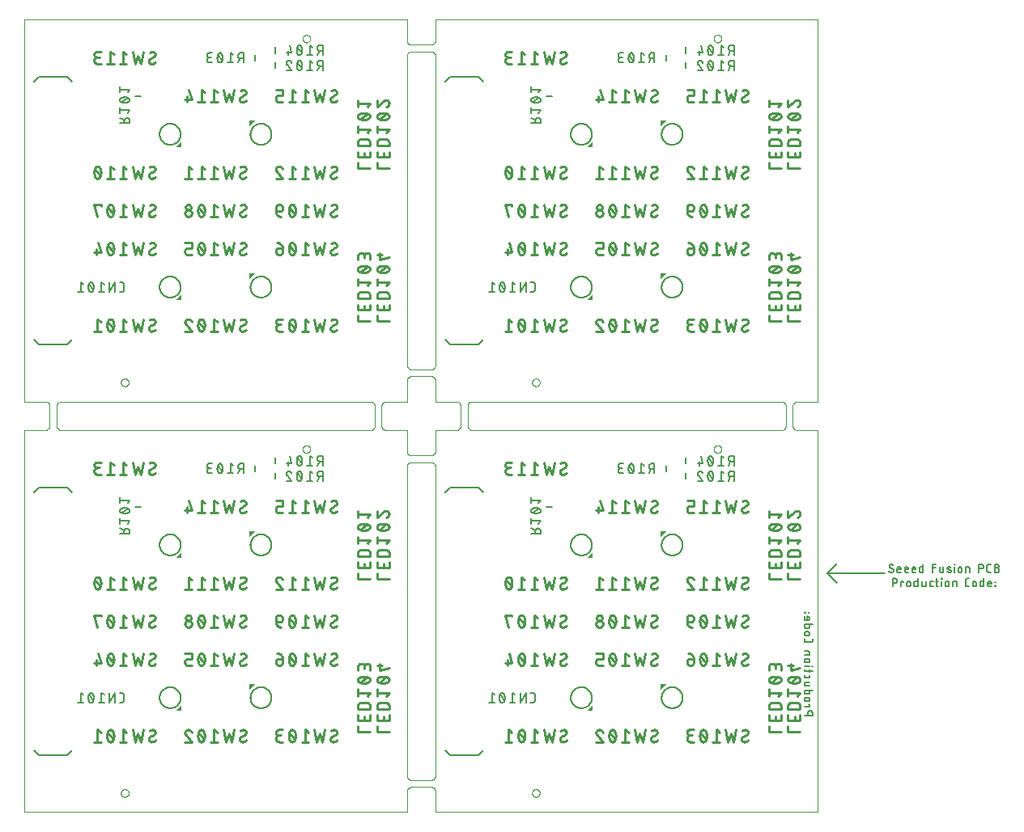
<source format=gbo>
G04 EAGLE Gerber RS-274X export*
G75*
%MOMM*%
%FSLAX34Y34*%
%LPD*%
%AMOC8*
5,1,8,0,0,1.08239X$1,22.5*%
G01*
%ADD10C,0.000000*%
%ADD11C,0.152400*%
%ADD12C,0.177800*%
%ADD13C,0.228600*%
%ADD14C,0.200000*%
%ADD15C,0.203200*%
%ADD16C,0.100000*%

G36*
X665501Y717997D02*
X665501Y717997D01*
X665504Y717996D01*
X671504Y723996D01*
X671504Y723998D01*
X671505Y723999D01*
X671504Y724001D01*
X671504Y724003D01*
X671502Y724003D01*
X671500Y724005D01*
X665500Y724005D01*
X665495Y724001D01*
X665495Y724000D01*
X665495Y718000D01*
X665496Y717999D01*
X665496Y717997D01*
X665498Y717997D01*
X665499Y717995D01*
X665501Y717997D01*
G37*
G36*
X235501Y717997D02*
X235501Y717997D01*
X235504Y717996D01*
X241504Y723996D01*
X241504Y723998D01*
X241505Y723999D01*
X241504Y724001D01*
X241504Y724003D01*
X241502Y724003D01*
X241500Y724005D01*
X235500Y724005D01*
X235495Y724001D01*
X235495Y724000D01*
X235495Y718000D01*
X235496Y717999D01*
X235496Y717997D01*
X235498Y717997D01*
X235499Y717995D01*
X235501Y717997D01*
G37*
G36*
X665501Y557997D02*
X665501Y557997D01*
X665504Y557996D01*
X671504Y563996D01*
X671504Y563998D01*
X671505Y563999D01*
X671504Y564001D01*
X671504Y564003D01*
X671502Y564003D01*
X671500Y564005D01*
X665500Y564005D01*
X665495Y564001D01*
X665495Y564000D01*
X665495Y558000D01*
X665496Y557999D01*
X665496Y557997D01*
X665498Y557997D01*
X665499Y557995D01*
X665501Y557997D01*
G37*
G36*
X235501Y557997D02*
X235501Y557997D01*
X235504Y557996D01*
X241504Y563996D01*
X241504Y563998D01*
X241505Y563999D01*
X241504Y564001D01*
X241504Y564003D01*
X241502Y564003D01*
X241500Y564005D01*
X235500Y564005D01*
X235495Y564001D01*
X235495Y564000D01*
X235495Y558000D01*
X235496Y557999D01*
X235496Y557997D01*
X235498Y557997D01*
X235499Y557995D01*
X235501Y557997D01*
G37*
G36*
X665501Y287997D02*
X665501Y287997D01*
X665504Y287996D01*
X671504Y293996D01*
X671504Y293998D01*
X671505Y293999D01*
X671504Y294001D01*
X671504Y294003D01*
X671502Y294003D01*
X671500Y294005D01*
X665500Y294005D01*
X665495Y294001D01*
X665495Y294000D01*
X665495Y288000D01*
X665496Y287999D01*
X665496Y287997D01*
X665498Y287997D01*
X665499Y287995D01*
X665501Y287997D01*
G37*
G36*
X235501Y287997D02*
X235501Y287997D01*
X235504Y287996D01*
X241504Y293996D01*
X241504Y293998D01*
X241505Y293999D01*
X241504Y294001D01*
X241504Y294003D01*
X241502Y294003D01*
X241500Y294005D01*
X235500Y294005D01*
X235495Y294001D01*
X235495Y294000D01*
X235495Y288000D01*
X235496Y287999D01*
X235496Y287997D01*
X235498Y287997D01*
X235499Y287995D01*
X235501Y287997D01*
G37*
G36*
X665501Y127997D02*
X665501Y127997D01*
X665504Y127996D01*
X671504Y133996D01*
X671504Y133998D01*
X671505Y133999D01*
X671504Y134001D01*
X671504Y134003D01*
X671502Y134003D01*
X671500Y134005D01*
X665500Y134005D01*
X665495Y134001D01*
X665495Y134000D01*
X665495Y128000D01*
X665496Y127999D01*
X665496Y127997D01*
X665498Y127997D01*
X665499Y127995D01*
X665501Y127997D01*
G37*
G36*
X235501Y127997D02*
X235501Y127997D01*
X235504Y127996D01*
X241504Y133996D01*
X241504Y133998D01*
X241505Y133999D01*
X241504Y134001D01*
X241504Y134003D01*
X241502Y134003D01*
X241500Y134005D01*
X235500Y134005D01*
X235495Y134001D01*
X235495Y134000D01*
X235495Y128000D01*
X235496Y127999D01*
X235496Y127997D01*
X235498Y127997D01*
X235499Y127995D01*
X235501Y127997D01*
G37*
G36*
X594505Y695999D02*
X594505Y695999D01*
X594505Y696000D01*
X594505Y702000D01*
X594504Y702001D01*
X594504Y702003D01*
X594502Y702003D01*
X594501Y702005D01*
X594499Y702003D01*
X594496Y702004D01*
X588496Y696004D01*
X588496Y696002D01*
X588495Y696001D01*
X588496Y695999D01*
X588496Y695997D01*
X588498Y695997D01*
X588500Y695995D01*
X594500Y695995D01*
X594505Y695999D01*
G37*
G36*
X164505Y695999D02*
X164505Y695999D01*
X164505Y696000D01*
X164505Y702000D01*
X164504Y702001D01*
X164504Y702003D01*
X164502Y702003D01*
X164501Y702005D01*
X164499Y702003D01*
X164496Y702004D01*
X158496Y696004D01*
X158496Y696002D01*
X158495Y696001D01*
X158496Y695999D01*
X158496Y695997D01*
X158498Y695997D01*
X158500Y695995D01*
X164500Y695995D01*
X164505Y695999D01*
G37*
G36*
X594505Y535999D02*
X594505Y535999D01*
X594505Y536000D01*
X594505Y542000D01*
X594504Y542001D01*
X594504Y542003D01*
X594502Y542003D01*
X594501Y542005D01*
X594499Y542003D01*
X594496Y542004D01*
X588496Y536004D01*
X588496Y536002D01*
X588495Y536001D01*
X588496Y535999D01*
X588496Y535997D01*
X588498Y535997D01*
X588500Y535995D01*
X594500Y535995D01*
X594505Y535999D01*
G37*
G36*
X164505Y535999D02*
X164505Y535999D01*
X164505Y536000D01*
X164505Y542000D01*
X164504Y542001D01*
X164504Y542003D01*
X164502Y542003D01*
X164501Y542005D01*
X164499Y542003D01*
X164496Y542004D01*
X158496Y536004D01*
X158496Y536002D01*
X158495Y536001D01*
X158496Y535999D01*
X158496Y535997D01*
X158498Y535997D01*
X158500Y535995D01*
X164500Y535995D01*
X164505Y535999D01*
G37*
G36*
X594505Y265999D02*
X594505Y265999D01*
X594505Y266000D01*
X594505Y272000D01*
X594504Y272001D01*
X594504Y272003D01*
X594502Y272003D01*
X594501Y272005D01*
X594499Y272003D01*
X594496Y272004D01*
X588496Y266004D01*
X588496Y266002D01*
X588495Y266001D01*
X588496Y265999D01*
X588496Y265997D01*
X588498Y265997D01*
X588500Y265995D01*
X594500Y265995D01*
X594505Y265999D01*
G37*
G36*
X164505Y265999D02*
X164505Y265999D01*
X164505Y266000D01*
X164505Y272000D01*
X164504Y272001D01*
X164504Y272003D01*
X164502Y272003D01*
X164501Y272005D01*
X164499Y272003D01*
X164496Y272004D01*
X158496Y266004D01*
X158496Y266002D01*
X158495Y266001D01*
X158496Y265999D01*
X158496Y265997D01*
X158498Y265997D01*
X158500Y265995D01*
X164500Y265995D01*
X164505Y265999D01*
G37*
G36*
X594505Y105999D02*
X594505Y105999D01*
X594505Y106000D01*
X594505Y112000D01*
X594504Y112001D01*
X594504Y112003D01*
X594502Y112003D01*
X594501Y112005D01*
X594499Y112003D01*
X594496Y112004D01*
X588496Y106004D01*
X588496Y106002D01*
X588495Y106001D01*
X588496Y105999D01*
X588496Y105997D01*
X588498Y105997D01*
X588500Y105995D01*
X594500Y105995D01*
X594505Y105999D01*
G37*
G36*
X164505Y105999D02*
X164505Y105999D01*
X164505Y106000D01*
X164505Y112000D01*
X164504Y112001D01*
X164504Y112003D01*
X164502Y112003D01*
X164501Y112005D01*
X164499Y112003D01*
X164496Y112004D01*
X158496Y106004D01*
X158496Y106002D01*
X158495Y106001D01*
X158496Y105999D01*
X158496Y105997D01*
X158498Y105997D01*
X158500Y105995D01*
X164500Y105995D01*
X164505Y105999D01*
G37*
D10*
X430000Y0D02*
X830000Y0D01*
X830000Y400000D01*
X808500Y400000D01*
X791500Y400000D02*
X468500Y400000D01*
X451500Y400000D02*
X430000Y400000D01*
X430000Y378500D01*
X430000Y361500D02*
X430000Y38500D01*
X430000Y21500D02*
X430000Y0D01*
X400000Y0D02*
X0Y0D01*
X400000Y0D02*
X400000Y21500D01*
X400000Y38500D02*
X400000Y361500D01*
X400000Y378500D02*
X400000Y400000D01*
X378500Y400000D01*
X361500Y400000D02*
X38500Y400000D01*
X21500Y400000D02*
X0Y400000D01*
X0Y0D01*
X425000Y366500D02*
X425140Y366498D01*
X425280Y366492D01*
X425420Y366482D01*
X425560Y366469D01*
X425699Y366451D01*
X425838Y366429D01*
X425975Y366404D01*
X426113Y366375D01*
X426249Y366342D01*
X426384Y366305D01*
X426518Y366264D01*
X426651Y366219D01*
X426783Y366171D01*
X426913Y366119D01*
X427042Y366064D01*
X427169Y366005D01*
X427295Y365942D01*
X427419Y365876D01*
X427540Y365807D01*
X427660Y365734D01*
X427778Y365657D01*
X427893Y365578D01*
X428007Y365495D01*
X428117Y365409D01*
X428226Y365320D01*
X428332Y365228D01*
X428435Y365133D01*
X428536Y365036D01*
X428633Y364935D01*
X428728Y364832D01*
X428820Y364726D01*
X428909Y364617D01*
X428995Y364507D01*
X429078Y364393D01*
X429157Y364278D01*
X429234Y364160D01*
X429307Y364040D01*
X429376Y363919D01*
X429442Y363795D01*
X429505Y363669D01*
X429564Y363542D01*
X429619Y363413D01*
X429671Y363283D01*
X429719Y363151D01*
X429764Y363018D01*
X429805Y362884D01*
X429842Y362749D01*
X429875Y362613D01*
X429904Y362475D01*
X429929Y362338D01*
X429951Y362199D01*
X429969Y362060D01*
X429982Y361920D01*
X429992Y361780D01*
X429998Y361640D01*
X430000Y361500D01*
X425000Y373500D02*
X425140Y373502D01*
X425280Y373508D01*
X425420Y373518D01*
X425560Y373531D01*
X425699Y373549D01*
X425838Y373571D01*
X425975Y373596D01*
X426113Y373625D01*
X426249Y373658D01*
X426384Y373695D01*
X426518Y373736D01*
X426651Y373781D01*
X426783Y373829D01*
X426913Y373881D01*
X427042Y373936D01*
X427169Y373995D01*
X427295Y374058D01*
X427419Y374124D01*
X427540Y374193D01*
X427660Y374266D01*
X427778Y374343D01*
X427893Y374422D01*
X428007Y374505D01*
X428117Y374591D01*
X428226Y374680D01*
X428332Y374772D01*
X428435Y374867D01*
X428536Y374964D01*
X428633Y375065D01*
X428728Y375168D01*
X428820Y375274D01*
X428909Y375383D01*
X428995Y375493D01*
X429078Y375607D01*
X429157Y375722D01*
X429234Y375840D01*
X429307Y375960D01*
X429376Y376081D01*
X429442Y376205D01*
X429505Y376331D01*
X429564Y376458D01*
X429619Y376587D01*
X429671Y376717D01*
X429719Y376849D01*
X429764Y376982D01*
X429805Y377116D01*
X429842Y377251D01*
X429875Y377387D01*
X429904Y377525D01*
X429929Y377662D01*
X429951Y377801D01*
X429969Y377940D01*
X429982Y378080D01*
X429992Y378220D01*
X429998Y378360D01*
X430000Y378500D01*
X425000Y366500D02*
X405000Y366500D01*
X425000Y26500D02*
X425140Y26498D01*
X425280Y26492D01*
X425420Y26482D01*
X425560Y26469D01*
X425699Y26451D01*
X425838Y26429D01*
X425975Y26404D01*
X426113Y26375D01*
X426249Y26342D01*
X426384Y26305D01*
X426518Y26264D01*
X426651Y26219D01*
X426783Y26171D01*
X426913Y26119D01*
X427042Y26064D01*
X427169Y26005D01*
X427295Y25942D01*
X427419Y25876D01*
X427540Y25807D01*
X427660Y25734D01*
X427778Y25657D01*
X427893Y25578D01*
X428007Y25495D01*
X428117Y25409D01*
X428226Y25320D01*
X428332Y25228D01*
X428435Y25133D01*
X428536Y25036D01*
X428633Y24935D01*
X428728Y24832D01*
X428820Y24726D01*
X428909Y24617D01*
X428995Y24507D01*
X429078Y24393D01*
X429157Y24278D01*
X429234Y24160D01*
X429307Y24040D01*
X429376Y23919D01*
X429442Y23795D01*
X429505Y23669D01*
X429564Y23542D01*
X429619Y23413D01*
X429671Y23283D01*
X429719Y23151D01*
X429764Y23018D01*
X429805Y22884D01*
X429842Y22749D01*
X429875Y22613D01*
X429904Y22475D01*
X429929Y22338D01*
X429951Y22199D01*
X429969Y22060D01*
X429982Y21920D01*
X429992Y21780D01*
X429998Y21640D01*
X430000Y21500D01*
X425000Y33500D02*
X425140Y33502D01*
X425280Y33508D01*
X425420Y33518D01*
X425560Y33531D01*
X425699Y33549D01*
X425838Y33571D01*
X425975Y33596D01*
X426113Y33625D01*
X426249Y33658D01*
X426384Y33695D01*
X426518Y33736D01*
X426651Y33781D01*
X426783Y33829D01*
X426913Y33881D01*
X427042Y33936D01*
X427169Y33995D01*
X427295Y34058D01*
X427419Y34124D01*
X427540Y34193D01*
X427660Y34266D01*
X427778Y34343D01*
X427893Y34422D01*
X428007Y34505D01*
X428117Y34591D01*
X428226Y34680D01*
X428332Y34772D01*
X428435Y34867D01*
X428536Y34964D01*
X428633Y35065D01*
X428728Y35168D01*
X428820Y35274D01*
X428909Y35383D01*
X428995Y35493D01*
X429078Y35607D01*
X429157Y35722D01*
X429234Y35840D01*
X429307Y35960D01*
X429376Y36081D01*
X429442Y36205D01*
X429505Y36331D01*
X429564Y36458D01*
X429619Y36587D01*
X429671Y36717D01*
X429719Y36849D01*
X429764Y36982D01*
X429805Y37116D01*
X429842Y37251D01*
X429875Y37387D01*
X429904Y37525D01*
X429929Y37662D01*
X429951Y37801D01*
X429969Y37940D01*
X429982Y38080D01*
X429992Y38220D01*
X429998Y38360D01*
X430000Y38500D01*
X425000Y26500D02*
X405000Y26500D01*
X405000Y33500D02*
X404860Y33502D01*
X404720Y33508D01*
X404580Y33518D01*
X404440Y33531D01*
X404301Y33549D01*
X404162Y33571D01*
X404025Y33596D01*
X403887Y33625D01*
X403751Y33658D01*
X403616Y33695D01*
X403482Y33736D01*
X403349Y33781D01*
X403217Y33829D01*
X403087Y33881D01*
X402958Y33936D01*
X402831Y33995D01*
X402705Y34058D01*
X402581Y34124D01*
X402460Y34193D01*
X402340Y34266D01*
X402222Y34343D01*
X402107Y34422D01*
X401993Y34505D01*
X401883Y34591D01*
X401774Y34680D01*
X401668Y34772D01*
X401565Y34867D01*
X401464Y34964D01*
X401367Y35065D01*
X401272Y35168D01*
X401180Y35274D01*
X401091Y35383D01*
X401005Y35493D01*
X400922Y35607D01*
X400843Y35722D01*
X400766Y35840D01*
X400693Y35960D01*
X400624Y36081D01*
X400558Y36205D01*
X400495Y36331D01*
X400436Y36458D01*
X400381Y36587D01*
X400329Y36717D01*
X400281Y36849D01*
X400236Y36982D01*
X400195Y37116D01*
X400158Y37251D01*
X400125Y37387D01*
X400096Y37525D01*
X400071Y37662D01*
X400049Y37801D01*
X400031Y37940D01*
X400018Y38080D01*
X400008Y38220D01*
X400002Y38360D01*
X400000Y38500D01*
X405000Y26500D02*
X404860Y26498D01*
X404720Y26492D01*
X404580Y26482D01*
X404440Y26469D01*
X404301Y26451D01*
X404162Y26429D01*
X404025Y26404D01*
X403887Y26375D01*
X403751Y26342D01*
X403616Y26305D01*
X403482Y26264D01*
X403349Y26219D01*
X403217Y26171D01*
X403087Y26119D01*
X402958Y26064D01*
X402831Y26005D01*
X402705Y25942D01*
X402581Y25876D01*
X402460Y25807D01*
X402340Y25734D01*
X402222Y25657D01*
X402107Y25578D01*
X401993Y25495D01*
X401883Y25409D01*
X401774Y25320D01*
X401668Y25228D01*
X401565Y25133D01*
X401464Y25036D01*
X401367Y24935D01*
X401272Y24832D01*
X401180Y24726D01*
X401091Y24617D01*
X401005Y24507D01*
X400922Y24393D01*
X400843Y24278D01*
X400766Y24160D01*
X400693Y24040D01*
X400624Y23919D01*
X400558Y23795D01*
X400495Y23669D01*
X400436Y23542D01*
X400381Y23413D01*
X400329Y23283D01*
X400281Y23151D01*
X400236Y23018D01*
X400195Y22884D01*
X400158Y22749D01*
X400125Y22613D01*
X400096Y22475D01*
X400071Y22338D01*
X400049Y22199D01*
X400031Y22060D01*
X400018Y21920D01*
X400008Y21780D01*
X400002Y21640D01*
X400000Y21500D01*
X405000Y33500D02*
X425000Y33500D01*
X405000Y373500D02*
X404860Y373502D01*
X404720Y373508D01*
X404580Y373518D01*
X404440Y373531D01*
X404301Y373549D01*
X404162Y373571D01*
X404025Y373596D01*
X403887Y373625D01*
X403751Y373658D01*
X403616Y373695D01*
X403482Y373736D01*
X403349Y373781D01*
X403217Y373829D01*
X403087Y373881D01*
X402958Y373936D01*
X402831Y373995D01*
X402705Y374058D01*
X402581Y374124D01*
X402460Y374193D01*
X402340Y374266D01*
X402222Y374343D01*
X402107Y374422D01*
X401993Y374505D01*
X401883Y374591D01*
X401774Y374680D01*
X401668Y374772D01*
X401565Y374867D01*
X401464Y374964D01*
X401367Y375065D01*
X401272Y375168D01*
X401180Y375274D01*
X401091Y375383D01*
X401005Y375493D01*
X400922Y375607D01*
X400843Y375722D01*
X400766Y375840D01*
X400693Y375960D01*
X400624Y376081D01*
X400558Y376205D01*
X400495Y376331D01*
X400436Y376458D01*
X400381Y376587D01*
X400329Y376717D01*
X400281Y376849D01*
X400236Y376982D01*
X400195Y377116D01*
X400158Y377251D01*
X400125Y377387D01*
X400096Y377525D01*
X400071Y377662D01*
X400049Y377801D01*
X400031Y377940D01*
X400018Y378080D01*
X400008Y378220D01*
X400002Y378360D01*
X400000Y378500D01*
X405000Y366500D02*
X404860Y366498D01*
X404720Y366492D01*
X404580Y366482D01*
X404440Y366469D01*
X404301Y366451D01*
X404162Y366429D01*
X404025Y366404D01*
X403887Y366375D01*
X403751Y366342D01*
X403616Y366305D01*
X403482Y366264D01*
X403349Y366219D01*
X403217Y366171D01*
X403087Y366119D01*
X402958Y366064D01*
X402831Y366005D01*
X402705Y365942D01*
X402581Y365876D01*
X402460Y365807D01*
X402340Y365734D01*
X402222Y365657D01*
X402107Y365578D01*
X401993Y365495D01*
X401883Y365409D01*
X401774Y365320D01*
X401668Y365228D01*
X401565Y365133D01*
X401464Y365036D01*
X401367Y364935D01*
X401272Y364832D01*
X401180Y364726D01*
X401091Y364617D01*
X401005Y364507D01*
X400922Y364393D01*
X400843Y364278D01*
X400766Y364160D01*
X400693Y364040D01*
X400624Y363919D01*
X400558Y363795D01*
X400495Y363669D01*
X400436Y363542D01*
X400381Y363413D01*
X400329Y363283D01*
X400281Y363151D01*
X400236Y363018D01*
X400195Y362884D01*
X400158Y362749D01*
X400125Y362613D01*
X400096Y362475D01*
X400071Y362338D01*
X400049Y362199D01*
X400031Y362060D01*
X400018Y361920D01*
X400008Y361780D01*
X400002Y361640D01*
X400000Y361500D01*
X405000Y373500D02*
X425000Y373500D01*
X26500Y405000D02*
X26498Y404860D01*
X26492Y404720D01*
X26482Y404580D01*
X26469Y404440D01*
X26451Y404301D01*
X26429Y404162D01*
X26404Y404025D01*
X26375Y403887D01*
X26342Y403751D01*
X26305Y403616D01*
X26264Y403482D01*
X26219Y403349D01*
X26171Y403217D01*
X26119Y403087D01*
X26064Y402958D01*
X26005Y402831D01*
X25942Y402705D01*
X25876Y402581D01*
X25807Y402460D01*
X25734Y402340D01*
X25657Y402222D01*
X25578Y402107D01*
X25495Y401993D01*
X25409Y401883D01*
X25320Y401774D01*
X25228Y401668D01*
X25133Y401565D01*
X25036Y401464D01*
X24935Y401367D01*
X24832Y401272D01*
X24726Y401180D01*
X24617Y401091D01*
X24507Y401005D01*
X24393Y400922D01*
X24278Y400843D01*
X24160Y400766D01*
X24040Y400693D01*
X23919Y400624D01*
X23795Y400558D01*
X23669Y400495D01*
X23542Y400436D01*
X23413Y400381D01*
X23283Y400329D01*
X23151Y400281D01*
X23018Y400236D01*
X22884Y400195D01*
X22749Y400158D01*
X22613Y400125D01*
X22475Y400096D01*
X22338Y400071D01*
X22199Y400049D01*
X22060Y400031D01*
X21920Y400018D01*
X21780Y400008D01*
X21640Y400002D01*
X21500Y400000D01*
X33500Y405000D02*
X33502Y404860D01*
X33508Y404720D01*
X33518Y404580D01*
X33531Y404440D01*
X33549Y404301D01*
X33571Y404162D01*
X33596Y404025D01*
X33625Y403887D01*
X33658Y403751D01*
X33695Y403616D01*
X33736Y403482D01*
X33781Y403349D01*
X33829Y403217D01*
X33881Y403087D01*
X33936Y402958D01*
X33995Y402831D01*
X34058Y402705D01*
X34124Y402581D01*
X34193Y402460D01*
X34266Y402340D01*
X34343Y402222D01*
X34422Y402107D01*
X34505Y401993D01*
X34591Y401883D01*
X34680Y401774D01*
X34772Y401668D01*
X34867Y401565D01*
X34964Y401464D01*
X35065Y401367D01*
X35168Y401272D01*
X35274Y401180D01*
X35383Y401091D01*
X35493Y401005D01*
X35607Y400922D01*
X35722Y400843D01*
X35840Y400766D01*
X35960Y400693D01*
X36081Y400624D01*
X36205Y400558D01*
X36331Y400495D01*
X36458Y400436D01*
X36587Y400381D01*
X36717Y400329D01*
X36849Y400281D01*
X36982Y400236D01*
X37116Y400195D01*
X37251Y400158D01*
X37387Y400125D01*
X37525Y400096D01*
X37662Y400071D01*
X37801Y400049D01*
X37940Y400031D01*
X38080Y400018D01*
X38220Y400008D01*
X38360Y400002D01*
X38500Y400000D01*
X361500Y400000D02*
X361640Y400002D01*
X361780Y400008D01*
X361920Y400018D01*
X362060Y400031D01*
X362199Y400049D01*
X362338Y400071D01*
X362475Y400096D01*
X362613Y400125D01*
X362749Y400158D01*
X362884Y400195D01*
X363018Y400236D01*
X363151Y400281D01*
X363283Y400329D01*
X363413Y400381D01*
X363542Y400436D01*
X363669Y400495D01*
X363795Y400558D01*
X363919Y400624D01*
X364040Y400693D01*
X364160Y400766D01*
X364278Y400843D01*
X364393Y400922D01*
X364507Y401005D01*
X364617Y401091D01*
X364726Y401180D01*
X364832Y401272D01*
X364935Y401367D01*
X365036Y401464D01*
X365133Y401565D01*
X365228Y401668D01*
X365320Y401774D01*
X365409Y401883D01*
X365495Y401993D01*
X365578Y402107D01*
X365657Y402222D01*
X365734Y402340D01*
X365807Y402460D01*
X365876Y402581D01*
X365942Y402705D01*
X366005Y402831D01*
X366064Y402958D01*
X366119Y403087D01*
X366171Y403217D01*
X366219Y403349D01*
X366264Y403482D01*
X366305Y403616D01*
X366342Y403751D01*
X366375Y403887D01*
X366404Y404025D01*
X366429Y404162D01*
X366451Y404301D01*
X366469Y404440D01*
X366482Y404580D01*
X366492Y404720D01*
X366498Y404860D01*
X366500Y405000D01*
X373500Y405000D02*
X373502Y404860D01*
X373508Y404720D01*
X373518Y404580D01*
X373531Y404440D01*
X373549Y404301D01*
X373571Y404162D01*
X373596Y404025D01*
X373625Y403887D01*
X373658Y403751D01*
X373695Y403616D01*
X373736Y403482D01*
X373781Y403349D01*
X373829Y403217D01*
X373881Y403087D01*
X373936Y402958D01*
X373995Y402831D01*
X374058Y402705D01*
X374124Y402581D01*
X374193Y402460D01*
X374266Y402340D01*
X374343Y402222D01*
X374422Y402107D01*
X374505Y401993D01*
X374591Y401883D01*
X374680Y401774D01*
X374772Y401668D01*
X374867Y401565D01*
X374964Y401464D01*
X375065Y401367D01*
X375168Y401272D01*
X375274Y401180D01*
X375383Y401091D01*
X375493Y401005D01*
X375607Y400922D01*
X375722Y400843D01*
X375840Y400766D01*
X375960Y400693D01*
X376081Y400624D01*
X376205Y400558D01*
X376331Y400495D01*
X376458Y400436D01*
X376587Y400381D01*
X376717Y400329D01*
X376849Y400281D01*
X376982Y400236D01*
X377116Y400195D01*
X377251Y400158D01*
X377387Y400125D01*
X377525Y400096D01*
X377662Y400071D01*
X377801Y400049D01*
X377940Y400031D01*
X378080Y400018D01*
X378220Y400008D01*
X378360Y400002D01*
X378500Y400000D01*
X26500Y405000D02*
X26500Y425000D01*
X33500Y425000D02*
X33500Y405000D01*
X366500Y405000D02*
X366500Y425000D01*
X373500Y425000D02*
X373500Y405000D01*
X803500Y405000D02*
X803500Y425000D01*
X796500Y405000D02*
X796498Y404860D01*
X796492Y404720D01*
X796482Y404580D01*
X796469Y404440D01*
X796451Y404301D01*
X796429Y404162D01*
X796404Y404025D01*
X796375Y403887D01*
X796342Y403751D01*
X796305Y403616D01*
X796264Y403482D01*
X796219Y403349D01*
X796171Y403217D01*
X796119Y403087D01*
X796064Y402958D01*
X796005Y402831D01*
X795942Y402705D01*
X795876Y402581D01*
X795807Y402460D01*
X795734Y402340D01*
X795657Y402222D01*
X795578Y402107D01*
X795495Y401993D01*
X795409Y401883D01*
X795320Y401774D01*
X795228Y401668D01*
X795133Y401565D01*
X795036Y401464D01*
X794935Y401367D01*
X794832Y401272D01*
X794726Y401180D01*
X794617Y401091D01*
X794507Y401005D01*
X794393Y400922D01*
X794278Y400843D01*
X794160Y400766D01*
X794040Y400693D01*
X793919Y400624D01*
X793795Y400558D01*
X793669Y400495D01*
X793542Y400436D01*
X793413Y400381D01*
X793283Y400329D01*
X793151Y400281D01*
X793018Y400236D01*
X792884Y400195D01*
X792749Y400158D01*
X792613Y400125D01*
X792475Y400096D01*
X792338Y400071D01*
X792199Y400049D01*
X792060Y400031D01*
X791920Y400018D01*
X791780Y400008D01*
X791640Y400002D01*
X791500Y400000D01*
X803500Y405000D02*
X803502Y404860D01*
X803508Y404720D01*
X803518Y404580D01*
X803531Y404440D01*
X803549Y404301D01*
X803571Y404162D01*
X803596Y404025D01*
X803625Y403887D01*
X803658Y403751D01*
X803695Y403616D01*
X803736Y403482D01*
X803781Y403349D01*
X803829Y403217D01*
X803881Y403087D01*
X803936Y402958D01*
X803995Y402831D01*
X804058Y402705D01*
X804124Y402581D01*
X804193Y402460D01*
X804266Y402340D01*
X804343Y402222D01*
X804422Y402107D01*
X804505Y401993D01*
X804591Y401883D01*
X804680Y401774D01*
X804772Y401668D01*
X804867Y401565D01*
X804964Y401464D01*
X805065Y401367D01*
X805168Y401272D01*
X805274Y401180D01*
X805383Y401091D01*
X805493Y401005D01*
X805607Y400922D01*
X805722Y400843D01*
X805840Y400766D01*
X805960Y400693D01*
X806081Y400624D01*
X806205Y400558D01*
X806331Y400495D01*
X806458Y400436D01*
X806587Y400381D01*
X806717Y400329D01*
X806849Y400281D01*
X806982Y400236D01*
X807116Y400195D01*
X807251Y400158D01*
X807387Y400125D01*
X807525Y400096D01*
X807662Y400071D01*
X807801Y400049D01*
X807940Y400031D01*
X808080Y400018D01*
X808220Y400008D01*
X808360Y400002D01*
X808500Y400000D01*
X796500Y405000D02*
X796500Y425000D01*
X463500Y425000D02*
X463500Y405000D01*
X456500Y405000D02*
X456498Y404860D01*
X456492Y404720D01*
X456482Y404580D01*
X456469Y404440D01*
X456451Y404301D01*
X456429Y404162D01*
X456404Y404025D01*
X456375Y403887D01*
X456342Y403751D01*
X456305Y403616D01*
X456264Y403482D01*
X456219Y403349D01*
X456171Y403217D01*
X456119Y403087D01*
X456064Y402958D01*
X456005Y402831D01*
X455942Y402705D01*
X455876Y402581D01*
X455807Y402460D01*
X455734Y402340D01*
X455657Y402222D01*
X455578Y402107D01*
X455495Y401993D01*
X455409Y401883D01*
X455320Y401774D01*
X455228Y401668D01*
X455133Y401565D01*
X455036Y401464D01*
X454935Y401367D01*
X454832Y401272D01*
X454726Y401180D01*
X454617Y401091D01*
X454507Y401005D01*
X454393Y400922D01*
X454278Y400843D01*
X454160Y400766D01*
X454040Y400693D01*
X453919Y400624D01*
X453795Y400558D01*
X453669Y400495D01*
X453542Y400436D01*
X453413Y400381D01*
X453283Y400329D01*
X453151Y400281D01*
X453018Y400236D01*
X452884Y400195D01*
X452749Y400158D01*
X452613Y400125D01*
X452475Y400096D01*
X452338Y400071D01*
X452199Y400049D01*
X452060Y400031D01*
X451920Y400018D01*
X451780Y400008D01*
X451640Y400002D01*
X451500Y400000D01*
X463500Y405000D02*
X463502Y404860D01*
X463508Y404720D01*
X463518Y404580D01*
X463531Y404440D01*
X463549Y404301D01*
X463571Y404162D01*
X463596Y404025D01*
X463625Y403887D01*
X463658Y403751D01*
X463695Y403616D01*
X463736Y403482D01*
X463781Y403349D01*
X463829Y403217D01*
X463881Y403087D01*
X463936Y402958D01*
X463995Y402831D01*
X464058Y402705D01*
X464124Y402581D01*
X464193Y402460D01*
X464266Y402340D01*
X464343Y402222D01*
X464422Y402107D01*
X464505Y401993D01*
X464591Y401883D01*
X464680Y401774D01*
X464772Y401668D01*
X464867Y401565D01*
X464964Y401464D01*
X465065Y401367D01*
X465168Y401272D01*
X465274Y401180D01*
X465383Y401091D01*
X465493Y401005D01*
X465607Y400922D01*
X465722Y400843D01*
X465840Y400766D01*
X465960Y400693D01*
X466081Y400624D01*
X466205Y400558D01*
X466331Y400495D01*
X466458Y400436D01*
X466587Y400381D01*
X466717Y400329D01*
X466849Y400281D01*
X466982Y400236D01*
X467116Y400195D01*
X467251Y400158D01*
X467387Y400125D01*
X467525Y400096D01*
X467662Y400071D01*
X467801Y400049D01*
X467940Y400031D01*
X468080Y400018D01*
X468220Y400008D01*
X468360Y400002D01*
X468500Y400000D01*
X456500Y405000D02*
X456500Y425000D01*
X400000Y830000D02*
X0Y830000D01*
X0Y430000D01*
X21500Y430000D01*
X38500Y430000D02*
X361500Y430000D01*
X378500Y430000D02*
X400000Y430000D01*
X400000Y451500D01*
X400000Y468500D02*
X400000Y791500D01*
X400000Y808500D02*
X400000Y830000D01*
X430000Y830000D02*
X830000Y830000D01*
X430000Y830000D02*
X430000Y808500D01*
X430000Y791500D02*
X430000Y468500D01*
X430000Y451500D02*
X430000Y430000D01*
X451500Y430000D01*
X468500Y430000D02*
X791500Y430000D01*
X808500Y430000D02*
X830000Y430000D01*
X830000Y830000D01*
X405000Y463500D02*
X404860Y463502D01*
X404720Y463508D01*
X404580Y463518D01*
X404440Y463531D01*
X404301Y463549D01*
X404162Y463571D01*
X404025Y463596D01*
X403887Y463625D01*
X403751Y463658D01*
X403616Y463695D01*
X403482Y463736D01*
X403349Y463781D01*
X403217Y463829D01*
X403087Y463881D01*
X402958Y463936D01*
X402831Y463995D01*
X402705Y464058D01*
X402581Y464124D01*
X402460Y464193D01*
X402340Y464266D01*
X402222Y464343D01*
X402107Y464422D01*
X401993Y464505D01*
X401883Y464591D01*
X401774Y464680D01*
X401668Y464772D01*
X401565Y464867D01*
X401464Y464964D01*
X401367Y465065D01*
X401272Y465168D01*
X401180Y465274D01*
X401091Y465383D01*
X401005Y465493D01*
X400922Y465607D01*
X400843Y465722D01*
X400766Y465840D01*
X400693Y465960D01*
X400624Y466081D01*
X400558Y466205D01*
X400495Y466331D01*
X400436Y466458D01*
X400381Y466587D01*
X400329Y466717D01*
X400281Y466849D01*
X400236Y466982D01*
X400195Y467116D01*
X400158Y467251D01*
X400125Y467387D01*
X400096Y467525D01*
X400071Y467662D01*
X400049Y467801D01*
X400031Y467940D01*
X400018Y468080D01*
X400008Y468220D01*
X400002Y468360D01*
X400000Y468500D01*
X405000Y456500D02*
X404860Y456498D01*
X404720Y456492D01*
X404580Y456482D01*
X404440Y456469D01*
X404301Y456451D01*
X404162Y456429D01*
X404025Y456404D01*
X403887Y456375D01*
X403751Y456342D01*
X403616Y456305D01*
X403482Y456264D01*
X403349Y456219D01*
X403217Y456171D01*
X403087Y456119D01*
X402958Y456064D01*
X402831Y456005D01*
X402705Y455942D01*
X402581Y455876D01*
X402460Y455807D01*
X402340Y455734D01*
X402222Y455657D01*
X402107Y455578D01*
X401993Y455495D01*
X401883Y455409D01*
X401774Y455320D01*
X401668Y455228D01*
X401565Y455133D01*
X401464Y455036D01*
X401367Y454935D01*
X401272Y454832D01*
X401180Y454726D01*
X401091Y454617D01*
X401005Y454507D01*
X400922Y454393D01*
X400843Y454278D01*
X400766Y454160D01*
X400693Y454040D01*
X400624Y453919D01*
X400558Y453795D01*
X400495Y453669D01*
X400436Y453542D01*
X400381Y453413D01*
X400329Y453283D01*
X400281Y453151D01*
X400236Y453018D01*
X400195Y452884D01*
X400158Y452749D01*
X400125Y452613D01*
X400096Y452475D01*
X400071Y452338D01*
X400049Y452199D01*
X400031Y452060D01*
X400018Y451920D01*
X400008Y451780D01*
X400002Y451640D01*
X400000Y451500D01*
X405000Y463500D02*
X425000Y463500D01*
X405000Y803500D02*
X404860Y803502D01*
X404720Y803508D01*
X404580Y803518D01*
X404440Y803531D01*
X404301Y803549D01*
X404162Y803571D01*
X404025Y803596D01*
X403887Y803625D01*
X403751Y803658D01*
X403616Y803695D01*
X403482Y803736D01*
X403349Y803781D01*
X403217Y803829D01*
X403087Y803881D01*
X402958Y803936D01*
X402831Y803995D01*
X402705Y804058D01*
X402581Y804124D01*
X402460Y804193D01*
X402340Y804266D01*
X402222Y804343D01*
X402107Y804422D01*
X401993Y804505D01*
X401883Y804591D01*
X401774Y804680D01*
X401668Y804772D01*
X401565Y804867D01*
X401464Y804964D01*
X401367Y805065D01*
X401272Y805168D01*
X401180Y805274D01*
X401091Y805383D01*
X401005Y805493D01*
X400922Y805607D01*
X400843Y805722D01*
X400766Y805840D01*
X400693Y805960D01*
X400624Y806081D01*
X400558Y806205D01*
X400495Y806331D01*
X400436Y806458D01*
X400381Y806587D01*
X400329Y806717D01*
X400281Y806849D01*
X400236Y806982D01*
X400195Y807116D01*
X400158Y807251D01*
X400125Y807387D01*
X400096Y807525D01*
X400071Y807662D01*
X400049Y807801D01*
X400031Y807940D01*
X400018Y808080D01*
X400008Y808220D01*
X400002Y808360D01*
X400000Y808500D01*
X405000Y796500D02*
X404860Y796498D01*
X404720Y796492D01*
X404580Y796482D01*
X404440Y796469D01*
X404301Y796451D01*
X404162Y796429D01*
X404025Y796404D01*
X403887Y796375D01*
X403751Y796342D01*
X403616Y796305D01*
X403482Y796264D01*
X403349Y796219D01*
X403217Y796171D01*
X403087Y796119D01*
X402958Y796064D01*
X402831Y796005D01*
X402705Y795942D01*
X402581Y795876D01*
X402460Y795807D01*
X402340Y795734D01*
X402222Y795657D01*
X402107Y795578D01*
X401993Y795495D01*
X401883Y795409D01*
X401774Y795320D01*
X401668Y795228D01*
X401565Y795133D01*
X401464Y795036D01*
X401367Y794935D01*
X401272Y794832D01*
X401180Y794726D01*
X401091Y794617D01*
X401005Y794507D01*
X400922Y794393D01*
X400843Y794278D01*
X400766Y794160D01*
X400693Y794040D01*
X400624Y793919D01*
X400558Y793795D01*
X400495Y793669D01*
X400436Y793542D01*
X400381Y793413D01*
X400329Y793283D01*
X400281Y793151D01*
X400236Y793018D01*
X400195Y792884D01*
X400158Y792749D01*
X400125Y792613D01*
X400096Y792475D01*
X400071Y792338D01*
X400049Y792199D01*
X400031Y792060D01*
X400018Y791920D01*
X400008Y791780D01*
X400002Y791640D01*
X400000Y791500D01*
X405000Y803500D02*
X425000Y803500D01*
X425000Y796500D02*
X425140Y796498D01*
X425280Y796492D01*
X425420Y796482D01*
X425560Y796469D01*
X425699Y796451D01*
X425838Y796429D01*
X425975Y796404D01*
X426113Y796375D01*
X426249Y796342D01*
X426384Y796305D01*
X426518Y796264D01*
X426651Y796219D01*
X426783Y796171D01*
X426913Y796119D01*
X427042Y796064D01*
X427169Y796005D01*
X427295Y795942D01*
X427419Y795876D01*
X427540Y795807D01*
X427660Y795734D01*
X427778Y795657D01*
X427893Y795578D01*
X428007Y795495D01*
X428117Y795409D01*
X428226Y795320D01*
X428332Y795228D01*
X428435Y795133D01*
X428536Y795036D01*
X428633Y794935D01*
X428728Y794832D01*
X428820Y794726D01*
X428909Y794617D01*
X428995Y794507D01*
X429078Y794393D01*
X429157Y794278D01*
X429234Y794160D01*
X429307Y794040D01*
X429376Y793919D01*
X429442Y793795D01*
X429505Y793669D01*
X429564Y793542D01*
X429619Y793413D01*
X429671Y793283D01*
X429719Y793151D01*
X429764Y793018D01*
X429805Y792884D01*
X429842Y792749D01*
X429875Y792613D01*
X429904Y792475D01*
X429929Y792338D01*
X429951Y792199D01*
X429969Y792060D01*
X429982Y791920D01*
X429992Y791780D01*
X429998Y791640D01*
X430000Y791500D01*
X425000Y803500D02*
X425140Y803502D01*
X425280Y803508D01*
X425420Y803518D01*
X425560Y803531D01*
X425699Y803549D01*
X425838Y803571D01*
X425975Y803596D01*
X426113Y803625D01*
X426249Y803658D01*
X426384Y803695D01*
X426518Y803736D01*
X426651Y803781D01*
X426783Y803829D01*
X426913Y803881D01*
X427042Y803936D01*
X427169Y803995D01*
X427295Y804058D01*
X427419Y804124D01*
X427540Y804193D01*
X427660Y804266D01*
X427778Y804343D01*
X427893Y804422D01*
X428007Y804505D01*
X428117Y804591D01*
X428226Y804680D01*
X428332Y804772D01*
X428435Y804867D01*
X428536Y804964D01*
X428633Y805065D01*
X428728Y805168D01*
X428820Y805274D01*
X428909Y805383D01*
X428995Y805493D01*
X429078Y805607D01*
X429157Y805722D01*
X429234Y805840D01*
X429307Y805960D01*
X429376Y806081D01*
X429442Y806205D01*
X429505Y806331D01*
X429564Y806458D01*
X429619Y806587D01*
X429671Y806717D01*
X429719Y806849D01*
X429764Y806982D01*
X429805Y807116D01*
X429842Y807251D01*
X429875Y807387D01*
X429904Y807525D01*
X429929Y807662D01*
X429951Y807801D01*
X429969Y807940D01*
X429982Y808080D01*
X429992Y808220D01*
X429998Y808360D01*
X430000Y808500D01*
X425000Y796500D02*
X405000Y796500D01*
X425000Y456500D02*
X425140Y456498D01*
X425280Y456492D01*
X425420Y456482D01*
X425560Y456469D01*
X425699Y456451D01*
X425838Y456429D01*
X425975Y456404D01*
X426113Y456375D01*
X426249Y456342D01*
X426384Y456305D01*
X426518Y456264D01*
X426651Y456219D01*
X426783Y456171D01*
X426913Y456119D01*
X427042Y456064D01*
X427169Y456005D01*
X427295Y455942D01*
X427419Y455876D01*
X427540Y455807D01*
X427660Y455734D01*
X427778Y455657D01*
X427893Y455578D01*
X428007Y455495D01*
X428117Y455409D01*
X428226Y455320D01*
X428332Y455228D01*
X428435Y455133D01*
X428536Y455036D01*
X428633Y454935D01*
X428728Y454832D01*
X428820Y454726D01*
X428909Y454617D01*
X428995Y454507D01*
X429078Y454393D01*
X429157Y454278D01*
X429234Y454160D01*
X429307Y454040D01*
X429376Y453919D01*
X429442Y453795D01*
X429505Y453669D01*
X429564Y453542D01*
X429619Y453413D01*
X429671Y453283D01*
X429719Y453151D01*
X429764Y453018D01*
X429805Y452884D01*
X429842Y452749D01*
X429875Y452613D01*
X429904Y452475D01*
X429929Y452338D01*
X429951Y452199D01*
X429969Y452060D01*
X429982Y451920D01*
X429992Y451780D01*
X429998Y451640D01*
X430000Y451500D01*
X425000Y463500D02*
X425140Y463502D01*
X425280Y463508D01*
X425420Y463518D01*
X425560Y463531D01*
X425699Y463549D01*
X425838Y463571D01*
X425975Y463596D01*
X426113Y463625D01*
X426249Y463658D01*
X426384Y463695D01*
X426518Y463736D01*
X426651Y463781D01*
X426783Y463829D01*
X426913Y463881D01*
X427042Y463936D01*
X427169Y463995D01*
X427295Y464058D01*
X427419Y464124D01*
X427540Y464193D01*
X427660Y464266D01*
X427778Y464343D01*
X427893Y464422D01*
X428007Y464505D01*
X428117Y464591D01*
X428226Y464680D01*
X428332Y464772D01*
X428435Y464867D01*
X428536Y464964D01*
X428633Y465065D01*
X428728Y465168D01*
X428820Y465274D01*
X428909Y465383D01*
X428995Y465493D01*
X429078Y465607D01*
X429157Y465722D01*
X429234Y465840D01*
X429307Y465960D01*
X429376Y466081D01*
X429442Y466205D01*
X429505Y466331D01*
X429564Y466458D01*
X429619Y466587D01*
X429671Y466717D01*
X429719Y466849D01*
X429764Y466982D01*
X429805Y467116D01*
X429842Y467251D01*
X429875Y467387D01*
X429904Y467525D01*
X429929Y467662D01*
X429951Y467801D01*
X429969Y467940D01*
X429982Y468080D01*
X429992Y468220D01*
X429998Y468360D01*
X430000Y468500D01*
X425000Y456500D02*
X405000Y456500D01*
X803500Y425000D02*
X803502Y425140D01*
X803508Y425280D01*
X803518Y425420D01*
X803531Y425560D01*
X803549Y425699D01*
X803571Y425838D01*
X803596Y425975D01*
X803625Y426113D01*
X803658Y426249D01*
X803695Y426384D01*
X803736Y426518D01*
X803781Y426651D01*
X803829Y426783D01*
X803881Y426913D01*
X803936Y427042D01*
X803995Y427169D01*
X804058Y427295D01*
X804124Y427419D01*
X804193Y427540D01*
X804266Y427660D01*
X804343Y427778D01*
X804422Y427893D01*
X804505Y428007D01*
X804591Y428117D01*
X804680Y428226D01*
X804772Y428332D01*
X804867Y428435D01*
X804964Y428536D01*
X805065Y428633D01*
X805168Y428728D01*
X805274Y428820D01*
X805383Y428909D01*
X805493Y428995D01*
X805607Y429078D01*
X805722Y429157D01*
X805840Y429234D01*
X805960Y429307D01*
X806081Y429376D01*
X806205Y429442D01*
X806331Y429505D01*
X806458Y429564D01*
X806587Y429619D01*
X806717Y429671D01*
X806849Y429719D01*
X806982Y429764D01*
X807116Y429805D01*
X807251Y429842D01*
X807387Y429875D01*
X807525Y429904D01*
X807662Y429929D01*
X807801Y429951D01*
X807940Y429969D01*
X808080Y429982D01*
X808220Y429992D01*
X808360Y429998D01*
X808500Y430000D01*
X796500Y425000D02*
X796498Y425140D01*
X796492Y425280D01*
X796482Y425420D01*
X796469Y425560D01*
X796451Y425699D01*
X796429Y425838D01*
X796404Y425975D01*
X796375Y426113D01*
X796342Y426249D01*
X796305Y426384D01*
X796264Y426518D01*
X796219Y426651D01*
X796171Y426783D01*
X796119Y426913D01*
X796064Y427042D01*
X796005Y427169D01*
X795942Y427295D01*
X795876Y427419D01*
X795807Y427540D01*
X795734Y427660D01*
X795657Y427778D01*
X795578Y427893D01*
X795495Y428007D01*
X795409Y428117D01*
X795320Y428226D01*
X795228Y428332D01*
X795133Y428435D01*
X795036Y428536D01*
X794935Y428633D01*
X794832Y428728D01*
X794726Y428820D01*
X794617Y428909D01*
X794507Y428995D01*
X794393Y429078D01*
X794278Y429157D01*
X794160Y429234D01*
X794040Y429307D01*
X793919Y429376D01*
X793795Y429442D01*
X793669Y429505D01*
X793542Y429564D01*
X793413Y429619D01*
X793283Y429671D01*
X793151Y429719D01*
X793018Y429764D01*
X792884Y429805D01*
X792749Y429842D01*
X792613Y429875D01*
X792475Y429904D01*
X792338Y429929D01*
X792199Y429951D01*
X792060Y429969D01*
X791920Y429982D01*
X791780Y429992D01*
X791640Y429998D01*
X791500Y430000D01*
X468500Y430000D02*
X468360Y429998D01*
X468220Y429992D01*
X468080Y429982D01*
X467940Y429969D01*
X467801Y429951D01*
X467662Y429929D01*
X467525Y429904D01*
X467387Y429875D01*
X467251Y429842D01*
X467116Y429805D01*
X466982Y429764D01*
X466849Y429719D01*
X466717Y429671D01*
X466587Y429619D01*
X466458Y429564D01*
X466331Y429505D01*
X466205Y429442D01*
X466081Y429376D01*
X465960Y429307D01*
X465840Y429234D01*
X465722Y429157D01*
X465607Y429078D01*
X465493Y428995D01*
X465383Y428909D01*
X465274Y428820D01*
X465168Y428728D01*
X465065Y428633D01*
X464964Y428536D01*
X464867Y428435D01*
X464772Y428332D01*
X464680Y428226D01*
X464591Y428117D01*
X464505Y428007D01*
X464422Y427893D01*
X464343Y427778D01*
X464266Y427660D01*
X464193Y427540D01*
X464124Y427419D01*
X464058Y427295D01*
X463995Y427169D01*
X463936Y427042D01*
X463881Y426913D01*
X463829Y426783D01*
X463781Y426651D01*
X463736Y426518D01*
X463695Y426384D01*
X463658Y426249D01*
X463625Y426113D01*
X463596Y425975D01*
X463571Y425838D01*
X463549Y425699D01*
X463531Y425560D01*
X463518Y425420D01*
X463508Y425280D01*
X463502Y425140D01*
X463500Y425000D01*
X456500Y425000D02*
X456498Y425140D01*
X456492Y425280D01*
X456482Y425420D01*
X456469Y425560D01*
X456451Y425699D01*
X456429Y425838D01*
X456404Y425975D01*
X456375Y426113D01*
X456342Y426249D01*
X456305Y426384D01*
X456264Y426518D01*
X456219Y426651D01*
X456171Y426783D01*
X456119Y426913D01*
X456064Y427042D01*
X456005Y427169D01*
X455942Y427295D01*
X455876Y427419D01*
X455807Y427540D01*
X455734Y427660D01*
X455657Y427778D01*
X455578Y427893D01*
X455495Y428007D01*
X455409Y428117D01*
X455320Y428226D01*
X455228Y428332D01*
X455133Y428435D01*
X455036Y428536D01*
X454935Y428633D01*
X454832Y428728D01*
X454726Y428820D01*
X454617Y428909D01*
X454507Y428995D01*
X454393Y429078D01*
X454278Y429157D01*
X454160Y429234D01*
X454040Y429307D01*
X453919Y429376D01*
X453795Y429442D01*
X453669Y429505D01*
X453542Y429564D01*
X453413Y429619D01*
X453283Y429671D01*
X453151Y429719D01*
X453018Y429764D01*
X452884Y429805D01*
X452749Y429842D01*
X452613Y429875D01*
X452475Y429904D01*
X452338Y429929D01*
X452199Y429951D01*
X452060Y429969D01*
X451920Y429982D01*
X451780Y429992D01*
X451640Y429998D01*
X451500Y430000D01*
X38500Y430000D02*
X38360Y429998D01*
X38220Y429992D01*
X38080Y429982D01*
X37940Y429969D01*
X37801Y429951D01*
X37662Y429929D01*
X37525Y429904D01*
X37387Y429875D01*
X37251Y429842D01*
X37116Y429805D01*
X36982Y429764D01*
X36849Y429719D01*
X36717Y429671D01*
X36587Y429619D01*
X36458Y429564D01*
X36331Y429505D01*
X36205Y429442D01*
X36081Y429376D01*
X35960Y429307D01*
X35840Y429234D01*
X35722Y429157D01*
X35607Y429078D01*
X35493Y428995D01*
X35383Y428909D01*
X35274Y428820D01*
X35168Y428728D01*
X35065Y428633D01*
X34964Y428536D01*
X34867Y428435D01*
X34772Y428332D01*
X34680Y428226D01*
X34591Y428117D01*
X34505Y428007D01*
X34422Y427893D01*
X34343Y427778D01*
X34266Y427660D01*
X34193Y427540D01*
X34124Y427419D01*
X34058Y427295D01*
X33995Y427169D01*
X33936Y427042D01*
X33881Y426913D01*
X33829Y426783D01*
X33781Y426651D01*
X33736Y426518D01*
X33695Y426384D01*
X33658Y426249D01*
X33625Y426113D01*
X33596Y425975D01*
X33571Y425838D01*
X33549Y425699D01*
X33531Y425560D01*
X33518Y425420D01*
X33508Y425280D01*
X33502Y425140D01*
X33500Y425000D01*
X26500Y425000D02*
X26498Y425140D01*
X26492Y425280D01*
X26482Y425420D01*
X26469Y425560D01*
X26451Y425699D01*
X26429Y425838D01*
X26404Y425975D01*
X26375Y426113D01*
X26342Y426249D01*
X26305Y426384D01*
X26264Y426518D01*
X26219Y426651D01*
X26171Y426783D01*
X26119Y426913D01*
X26064Y427042D01*
X26005Y427169D01*
X25942Y427295D01*
X25876Y427419D01*
X25807Y427540D01*
X25734Y427660D01*
X25657Y427778D01*
X25578Y427893D01*
X25495Y428007D01*
X25409Y428117D01*
X25320Y428226D01*
X25228Y428332D01*
X25133Y428435D01*
X25036Y428536D01*
X24935Y428633D01*
X24832Y428728D01*
X24726Y428820D01*
X24617Y428909D01*
X24507Y428995D01*
X24393Y429078D01*
X24278Y429157D01*
X24160Y429234D01*
X24040Y429307D01*
X23919Y429376D01*
X23795Y429442D01*
X23669Y429505D01*
X23542Y429564D01*
X23413Y429619D01*
X23283Y429671D01*
X23151Y429719D01*
X23018Y429764D01*
X22884Y429805D01*
X22749Y429842D01*
X22613Y429875D01*
X22475Y429904D01*
X22338Y429929D01*
X22199Y429951D01*
X22060Y429969D01*
X21920Y429982D01*
X21780Y429992D01*
X21640Y429998D01*
X21500Y430000D01*
X373500Y425000D02*
X373502Y425140D01*
X373508Y425280D01*
X373518Y425420D01*
X373531Y425560D01*
X373549Y425699D01*
X373571Y425838D01*
X373596Y425975D01*
X373625Y426113D01*
X373658Y426249D01*
X373695Y426384D01*
X373736Y426518D01*
X373781Y426651D01*
X373829Y426783D01*
X373881Y426913D01*
X373936Y427042D01*
X373995Y427169D01*
X374058Y427295D01*
X374124Y427419D01*
X374193Y427540D01*
X374266Y427660D01*
X374343Y427778D01*
X374422Y427893D01*
X374505Y428007D01*
X374591Y428117D01*
X374680Y428226D01*
X374772Y428332D01*
X374867Y428435D01*
X374964Y428536D01*
X375065Y428633D01*
X375168Y428728D01*
X375274Y428820D01*
X375383Y428909D01*
X375493Y428995D01*
X375607Y429078D01*
X375722Y429157D01*
X375840Y429234D01*
X375960Y429307D01*
X376081Y429376D01*
X376205Y429442D01*
X376331Y429505D01*
X376458Y429564D01*
X376587Y429619D01*
X376717Y429671D01*
X376849Y429719D01*
X376982Y429764D01*
X377116Y429805D01*
X377251Y429842D01*
X377387Y429875D01*
X377525Y429904D01*
X377662Y429929D01*
X377801Y429951D01*
X377940Y429969D01*
X378080Y429982D01*
X378220Y429992D01*
X378360Y429998D01*
X378500Y430000D01*
X366500Y425000D02*
X366498Y425140D01*
X366492Y425280D01*
X366482Y425420D01*
X366469Y425560D01*
X366451Y425699D01*
X366429Y425838D01*
X366404Y425975D01*
X366375Y426113D01*
X366342Y426249D01*
X366305Y426384D01*
X366264Y426518D01*
X366219Y426651D01*
X366171Y426783D01*
X366119Y426913D01*
X366064Y427042D01*
X366005Y427169D01*
X365942Y427295D01*
X365876Y427419D01*
X365807Y427540D01*
X365734Y427660D01*
X365657Y427778D01*
X365578Y427893D01*
X365495Y428007D01*
X365409Y428117D01*
X365320Y428226D01*
X365228Y428332D01*
X365133Y428435D01*
X365036Y428536D01*
X364935Y428633D01*
X364832Y428728D01*
X364726Y428820D01*
X364617Y428909D01*
X364507Y428995D01*
X364393Y429078D01*
X364278Y429157D01*
X364160Y429234D01*
X364040Y429307D01*
X363919Y429376D01*
X363795Y429442D01*
X363669Y429505D01*
X363542Y429564D01*
X363413Y429619D01*
X363283Y429671D01*
X363151Y429719D01*
X363018Y429764D01*
X362884Y429805D01*
X362749Y429842D01*
X362613Y429875D01*
X362475Y429904D01*
X362338Y429929D01*
X362199Y429951D01*
X362060Y429969D01*
X361920Y429982D01*
X361780Y429992D01*
X361640Y429998D01*
X361500Y430000D01*
D11*
X815762Y101542D02*
X824238Y101542D01*
X824238Y103897D01*
X824236Y103993D01*
X824230Y104089D01*
X824220Y104184D01*
X824207Y104279D01*
X824189Y104374D01*
X824168Y104468D01*
X824143Y104560D01*
X824114Y104652D01*
X824081Y104742D01*
X824045Y104831D01*
X824005Y104918D01*
X823961Y105004D01*
X823915Y105088D01*
X823864Y105170D01*
X823811Y105249D01*
X823754Y105327D01*
X823694Y105402D01*
X823631Y105475D01*
X823565Y105544D01*
X823497Y105612D01*
X823426Y105676D01*
X823352Y105737D01*
X823275Y105796D01*
X823197Y105851D01*
X823116Y105903D01*
X823033Y105951D01*
X822948Y105997D01*
X822862Y106038D01*
X822774Y106076D01*
X822684Y106111D01*
X822593Y106142D01*
X822501Y106169D01*
X822408Y106192D01*
X822314Y106211D01*
X822219Y106227D01*
X822124Y106239D01*
X822028Y106247D01*
X821932Y106251D01*
X821836Y106251D01*
X821740Y106247D01*
X821644Y106239D01*
X821549Y106227D01*
X821454Y106211D01*
X821360Y106192D01*
X821267Y106169D01*
X821175Y106142D01*
X821084Y106111D01*
X820994Y106076D01*
X820906Y106038D01*
X820820Y105997D01*
X820735Y105951D01*
X820652Y105903D01*
X820571Y105851D01*
X820493Y105796D01*
X820416Y105737D01*
X820342Y105676D01*
X820271Y105612D01*
X820203Y105544D01*
X820137Y105475D01*
X820074Y105402D01*
X820014Y105327D01*
X819957Y105249D01*
X819904Y105170D01*
X819853Y105088D01*
X819807Y105004D01*
X819763Y104918D01*
X819723Y104831D01*
X819687Y104742D01*
X819654Y104652D01*
X819625Y104560D01*
X819600Y104468D01*
X819579Y104374D01*
X819561Y104279D01*
X819548Y104184D01*
X819538Y104089D01*
X819532Y103993D01*
X819530Y103897D01*
X819529Y103897D02*
X819529Y101542D01*
X821413Y110295D02*
X815762Y110295D01*
X821413Y110295D02*
X821413Y113121D01*
X820471Y113121D01*
X819529Y116219D02*
X817646Y116219D01*
X819529Y116219D02*
X819615Y116221D01*
X819700Y116227D01*
X819786Y116237D01*
X819870Y116250D01*
X819954Y116268D01*
X820037Y116289D01*
X820119Y116314D01*
X820200Y116343D01*
X820280Y116375D01*
X820357Y116411D01*
X820434Y116450D01*
X820508Y116493D01*
X820580Y116539D01*
X820650Y116589D01*
X820718Y116642D01*
X820783Y116697D01*
X820846Y116756D01*
X820906Y116817D01*
X820963Y116881D01*
X821017Y116948D01*
X821068Y117017D01*
X821116Y117088D01*
X821161Y117161D01*
X821202Y117236D01*
X821239Y117313D01*
X821274Y117392D01*
X821304Y117472D01*
X821331Y117554D01*
X821354Y117636D01*
X821374Y117720D01*
X821389Y117804D01*
X821401Y117889D01*
X821409Y117974D01*
X821413Y118060D01*
X821413Y118146D01*
X821409Y118232D01*
X821401Y118317D01*
X821389Y118402D01*
X821374Y118486D01*
X821354Y118570D01*
X821331Y118652D01*
X821304Y118734D01*
X821274Y118814D01*
X821239Y118893D01*
X821202Y118970D01*
X821161Y119045D01*
X821116Y119118D01*
X821068Y119189D01*
X821017Y119258D01*
X820963Y119325D01*
X820906Y119389D01*
X820846Y119450D01*
X820783Y119509D01*
X820718Y119564D01*
X820650Y119617D01*
X820580Y119667D01*
X820508Y119713D01*
X820434Y119756D01*
X820357Y119795D01*
X820280Y119831D01*
X820200Y119863D01*
X820119Y119892D01*
X820037Y119917D01*
X819954Y119938D01*
X819870Y119956D01*
X819786Y119969D01*
X819700Y119979D01*
X819615Y119985D01*
X819529Y119987D01*
X819529Y119986D02*
X817646Y119986D01*
X817646Y119987D02*
X817560Y119985D01*
X817475Y119979D01*
X817389Y119969D01*
X817305Y119956D01*
X817221Y119938D01*
X817138Y119917D01*
X817056Y119892D01*
X816975Y119863D01*
X816895Y119831D01*
X816818Y119795D01*
X816741Y119756D01*
X816667Y119713D01*
X816595Y119667D01*
X816525Y119617D01*
X816457Y119564D01*
X816392Y119509D01*
X816329Y119450D01*
X816269Y119389D01*
X816212Y119325D01*
X816158Y119258D01*
X816107Y119189D01*
X816059Y119118D01*
X816014Y119045D01*
X815973Y118970D01*
X815936Y118893D01*
X815901Y118814D01*
X815871Y118734D01*
X815844Y118652D01*
X815821Y118570D01*
X815801Y118486D01*
X815786Y118402D01*
X815774Y118317D01*
X815766Y118232D01*
X815762Y118146D01*
X815762Y118060D01*
X815766Y117974D01*
X815774Y117889D01*
X815786Y117804D01*
X815801Y117720D01*
X815821Y117636D01*
X815844Y117554D01*
X815871Y117472D01*
X815901Y117392D01*
X815936Y117313D01*
X815973Y117236D01*
X816014Y117161D01*
X816059Y117088D01*
X816107Y117017D01*
X816158Y116948D01*
X816212Y116881D01*
X816269Y116817D01*
X816329Y116756D01*
X816392Y116697D01*
X816457Y116642D01*
X816525Y116589D01*
X816595Y116539D01*
X816667Y116493D01*
X816741Y116450D01*
X816818Y116411D01*
X816895Y116375D01*
X816975Y116343D01*
X817056Y116314D01*
X817138Y116289D01*
X817221Y116268D01*
X817305Y116250D01*
X817389Y116237D01*
X817475Y116227D01*
X817560Y116221D01*
X817646Y116219D01*
X815762Y127719D02*
X824238Y127719D01*
X815762Y127719D02*
X815762Y125365D01*
X815764Y125291D01*
X815770Y125217D01*
X815779Y125144D01*
X815793Y125071D01*
X815810Y124999D01*
X815831Y124928D01*
X815856Y124859D01*
X815884Y124790D01*
X815916Y124724D01*
X815951Y124659D01*
X815990Y124595D01*
X816032Y124534D01*
X816077Y124476D01*
X816125Y124420D01*
X816176Y124366D01*
X816230Y124315D01*
X816286Y124267D01*
X816344Y124222D01*
X816405Y124180D01*
X816469Y124141D01*
X816534Y124106D01*
X816600Y124074D01*
X816669Y124046D01*
X816738Y124021D01*
X816809Y124000D01*
X816881Y123983D01*
X816954Y123969D01*
X817027Y123960D01*
X817101Y123954D01*
X817175Y123952D01*
X820000Y123952D01*
X820074Y123954D01*
X820148Y123960D01*
X820221Y123969D01*
X820294Y123983D01*
X820366Y124000D01*
X820437Y124021D01*
X820506Y124046D01*
X820575Y124074D01*
X820641Y124106D01*
X820707Y124141D01*
X820770Y124180D01*
X820831Y124222D01*
X820889Y124267D01*
X820945Y124315D01*
X820999Y124366D01*
X821050Y124420D01*
X821098Y124476D01*
X821143Y124534D01*
X821185Y124595D01*
X821224Y124659D01*
X821259Y124724D01*
X821291Y124790D01*
X821319Y124859D01*
X821344Y124928D01*
X821365Y124999D01*
X821382Y125071D01*
X821396Y125144D01*
X821405Y125217D01*
X821411Y125291D01*
X821413Y125365D01*
X821413Y127719D01*
X821413Y132419D02*
X817175Y132419D01*
X817101Y132421D01*
X817027Y132427D01*
X816954Y132436D01*
X816881Y132450D01*
X816809Y132467D01*
X816738Y132488D01*
X816669Y132513D01*
X816600Y132541D01*
X816534Y132573D01*
X816469Y132608D01*
X816405Y132647D01*
X816344Y132689D01*
X816286Y132734D01*
X816230Y132782D01*
X816176Y132833D01*
X816125Y132887D01*
X816077Y132943D01*
X816032Y133001D01*
X815990Y133062D01*
X815951Y133126D01*
X815916Y133191D01*
X815884Y133257D01*
X815856Y133326D01*
X815831Y133395D01*
X815810Y133466D01*
X815793Y133538D01*
X815779Y133611D01*
X815770Y133684D01*
X815764Y133758D01*
X815762Y133832D01*
X815762Y136186D01*
X821413Y136186D01*
X815762Y141947D02*
X815762Y143831D01*
X815762Y141947D02*
X815764Y141873D01*
X815770Y141799D01*
X815779Y141726D01*
X815793Y141653D01*
X815810Y141581D01*
X815831Y141510D01*
X815856Y141441D01*
X815884Y141372D01*
X815916Y141306D01*
X815951Y141241D01*
X815990Y141177D01*
X816032Y141116D01*
X816077Y141058D01*
X816125Y141002D01*
X816176Y140948D01*
X816230Y140897D01*
X816286Y140849D01*
X816344Y140804D01*
X816405Y140762D01*
X816469Y140723D01*
X816534Y140688D01*
X816600Y140656D01*
X816669Y140628D01*
X816738Y140603D01*
X816809Y140582D01*
X816881Y140565D01*
X816954Y140551D01*
X817027Y140542D01*
X817101Y140536D01*
X817175Y140534D01*
X820000Y140534D01*
X820074Y140536D01*
X820148Y140542D01*
X820221Y140551D01*
X820294Y140565D01*
X820366Y140582D01*
X820437Y140603D01*
X820506Y140628D01*
X820575Y140656D01*
X820641Y140688D01*
X820707Y140723D01*
X820770Y140762D01*
X820831Y140804D01*
X820889Y140849D01*
X820945Y140897D01*
X820999Y140948D01*
X821050Y141002D01*
X821098Y141058D01*
X821143Y141116D01*
X821185Y141177D01*
X821224Y141241D01*
X821259Y141306D01*
X821291Y141372D01*
X821319Y141441D01*
X821344Y141510D01*
X821365Y141581D01*
X821382Y141653D01*
X821396Y141726D01*
X821405Y141799D01*
X821411Y141873D01*
X821413Y141947D01*
X821413Y143831D01*
X821413Y146585D02*
X821413Y149410D01*
X824238Y147526D02*
X817175Y147526D01*
X817101Y147528D01*
X817027Y147534D01*
X816954Y147543D01*
X816881Y147557D01*
X816809Y147574D01*
X816738Y147595D01*
X816669Y147620D01*
X816600Y147648D01*
X816534Y147680D01*
X816469Y147715D01*
X816405Y147754D01*
X816344Y147796D01*
X816286Y147841D01*
X816230Y147889D01*
X816176Y147940D01*
X816125Y147994D01*
X816077Y148050D01*
X816032Y148108D01*
X815990Y148169D01*
X815951Y148233D01*
X815916Y148298D01*
X815884Y148364D01*
X815856Y148433D01*
X815831Y148502D01*
X815810Y148573D01*
X815793Y148645D01*
X815779Y148718D01*
X815770Y148791D01*
X815764Y148865D01*
X815762Y148939D01*
X815762Y149410D01*
X815762Y152903D02*
X821413Y152903D01*
X823767Y152667D02*
X824238Y152667D01*
X824238Y153138D01*
X823767Y153138D01*
X823767Y152667D01*
X819529Y156719D02*
X817646Y156719D01*
X819529Y156719D02*
X819615Y156721D01*
X819700Y156727D01*
X819786Y156737D01*
X819870Y156750D01*
X819954Y156768D01*
X820037Y156789D01*
X820119Y156814D01*
X820200Y156843D01*
X820280Y156875D01*
X820357Y156911D01*
X820434Y156950D01*
X820508Y156993D01*
X820580Y157039D01*
X820650Y157089D01*
X820718Y157142D01*
X820783Y157197D01*
X820846Y157256D01*
X820906Y157317D01*
X820963Y157381D01*
X821017Y157448D01*
X821068Y157517D01*
X821116Y157588D01*
X821161Y157661D01*
X821202Y157736D01*
X821239Y157813D01*
X821274Y157892D01*
X821304Y157972D01*
X821331Y158054D01*
X821354Y158136D01*
X821374Y158220D01*
X821389Y158304D01*
X821401Y158389D01*
X821409Y158474D01*
X821413Y158560D01*
X821413Y158646D01*
X821409Y158732D01*
X821401Y158817D01*
X821389Y158902D01*
X821374Y158986D01*
X821354Y159070D01*
X821331Y159152D01*
X821304Y159234D01*
X821274Y159314D01*
X821239Y159393D01*
X821202Y159470D01*
X821161Y159545D01*
X821116Y159618D01*
X821068Y159689D01*
X821017Y159758D01*
X820963Y159825D01*
X820906Y159889D01*
X820846Y159950D01*
X820783Y160009D01*
X820718Y160064D01*
X820650Y160117D01*
X820580Y160167D01*
X820508Y160213D01*
X820434Y160256D01*
X820357Y160295D01*
X820280Y160331D01*
X820200Y160363D01*
X820119Y160392D01*
X820037Y160417D01*
X819954Y160438D01*
X819870Y160456D01*
X819786Y160469D01*
X819700Y160479D01*
X819615Y160485D01*
X819529Y160487D01*
X819529Y160486D02*
X817646Y160486D01*
X817646Y160487D02*
X817560Y160485D01*
X817475Y160479D01*
X817389Y160469D01*
X817305Y160456D01*
X817221Y160438D01*
X817138Y160417D01*
X817056Y160392D01*
X816975Y160363D01*
X816895Y160331D01*
X816818Y160295D01*
X816741Y160256D01*
X816667Y160213D01*
X816595Y160167D01*
X816525Y160117D01*
X816457Y160064D01*
X816392Y160009D01*
X816329Y159950D01*
X816269Y159889D01*
X816212Y159825D01*
X816158Y159758D01*
X816107Y159689D01*
X816059Y159618D01*
X816014Y159545D01*
X815973Y159470D01*
X815936Y159393D01*
X815901Y159314D01*
X815871Y159234D01*
X815844Y159152D01*
X815821Y159070D01*
X815801Y158986D01*
X815786Y158902D01*
X815774Y158817D01*
X815766Y158732D01*
X815762Y158646D01*
X815762Y158560D01*
X815766Y158474D01*
X815774Y158389D01*
X815786Y158304D01*
X815801Y158220D01*
X815821Y158136D01*
X815844Y158054D01*
X815871Y157972D01*
X815901Y157892D01*
X815936Y157813D01*
X815973Y157736D01*
X816014Y157661D01*
X816059Y157588D01*
X816107Y157517D01*
X816158Y157448D01*
X816212Y157381D01*
X816269Y157317D01*
X816329Y157256D01*
X816392Y157197D01*
X816457Y157142D01*
X816525Y157089D01*
X816595Y157039D01*
X816667Y156993D01*
X816741Y156950D01*
X816818Y156911D01*
X816895Y156875D01*
X816975Y156843D01*
X817056Y156814D01*
X817138Y156789D01*
X817221Y156768D01*
X817305Y156750D01*
X817389Y156737D01*
X817475Y156727D01*
X817560Y156721D01*
X817646Y156719D01*
X815762Y164819D02*
X821413Y164819D01*
X821413Y167174D01*
X821411Y167248D01*
X821405Y167322D01*
X821396Y167395D01*
X821382Y167468D01*
X821365Y167540D01*
X821344Y167611D01*
X821319Y167680D01*
X821291Y167749D01*
X821259Y167815D01*
X821224Y167881D01*
X821185Y167944D01*
X821143Y168005D01*
X821098Y168063D01*
X821050Y168119D01*
X820999Y168173D01*
X820945Y168224D01*
X820889Y168272D01*
X820831Y168317D01*
X820770Y168359D01*
X820707Y168398D01*
X820641Y168433D01*
X820575Y168465D01*
X820506Y168493D01*
X820437Y168518D01*
X820366Y168539D01*
X820294Y168556D01*
X820221Y168570D01*
X820148Y168579D01*
X820074Y168585D01*
X820000Y168587D01*
X820000Y168586D02*
X815762Y168586D01*
X815762Y179694D02*
X815762Y181577D01*
X815762Y179694D02*
X815764Y179609D01*
X815770Y179525D01*
X815779Y179441D01*
X815792Y179358D01*
X815809Y179275D01*
X815830Y179193D01*
X815854Y179112D01*
X815882Y179032D01*
X815914Y178954D01*
X815949Y178877D01*
X815987Y178801D01*
X816029Y178728D01*
X816074Y178656D01*
X816122Y178587D01*
X816173Y178519D01*
X816227Y178454D01*
X816284Y178392D01*
X816344Y178332D01*
X816406Y178275D01*
X816471Y178221D01*
X816539Y178170D01*
X816608Y178122D01*
X816680Y178077D01*
X816753Y178035D01*
X816829Y177997D01*
X816906Y177962D01*
X816984Y177930D01*
X817064Y177902D01*
X817145Y177878D01*
X817227Y177857D01*
X817310Y177840D01*
X817393Y177827D01*
X817477Y177818D01*
X817561Y177812D01*
X817646Y177810D01*
X822354Y177810D01*
X822439Y177812D01*
X822523Y177818D01*
X822607Y177827D01*
X822690Y177840D01*
X822773Y177857D01*
X822855Y177878D01*
X822936Y177902D01*
X823016Y177930D01*
X823094Y177962D01*
X823171Y177997D01*
X823247Y178035D01*
X823320Y178077D01*
X823392Y178122D01*
X823461Y178170D01*
X823529Y178221D01*
X823594Y178275D01*
X823656Y178332D01*
X823716Y178392D01*
X823773Y178454D01*
X823827Y178519D01*
X823878Y178587D01*
X823926Y178656D01*
X823971Y178728D01*
X824013Y178801D01*
X824051Y178877D01*
X824086Y178954D01*
X824118Y179032D01*
X824146Y179112D01*
X824170Y179193D01*
X824191Y179275D01*
X824208Y179358D01*
X824221Y179441D01*
X824230Y179525D01*
X824236Y179609D01*
X824238Y179694D01*
X824238Y181577D01*
X819529Y185219D02*
X817646Y185219D01*
X819529Y185219D02*
X819615Y185221D01*
X819700Y185227D01*
X819786Y185237D01*
X819870Y185250D01*
X819954Y185268D01*
X820037Y185289D01*
X820119Y185314D01*
X820200Y185343D01*
X820280Y185375D01*
X820357Y185411D01*
X820434Y185450D01*
X820508Y185493D01*
X820580Y185539D01*
X820650Y185589D01*
X820718Y185642D01*
X820783Y185697D01*
X820846Y185756D01*
X820906Y185817D01*
X820963Y185881D01*
X821017Y185948D01*
X821068Y186017D01*
X821116Y186088D01*
X821161Y186161D01*
X821202Y186236D01*
X821239Y186313D01*
X821274Y186392D01*
X821304Y186472D01*
X821331Y186554D01*
X821354Y186636D01*
X821374Y186720D01*
X821389Y186804D01*
X821401Y186889D01*
X821409Y186974D01*
X821413Y187060D01*
X821413Y187146D01*
X821409Y187232D01*
X821401Y187317D01*
X821389Y187402D01*
X821374Y187486D01*
X821354Y187570D01*
X821331Y187652D01*
X821304Y187734D01*
X821274Y187814D01*
X821239Y187893D01*
X821202Y187970D01*
X821161Y188045D01*
X821116Y188118D01*
X821068Y188189D01*
X821017Y188258D01*
X820963Y188325D01*
X820906Y188389D01*
X820846Y188450D01*
X820783Y188509D01*
X820718Y188564D01*
X820650Y188617D01*
X820580Y188667D01*
X820508Y188713D01*
X820434Y188756D01*
X820357Y188795D01*
X820280Y188831D01*
X820200Y188863D01*
X820119Y188892D01*
X820037Y188917D01*
X819954Y188938D01*
X819870Y188956D01*
X819786Y188969D01*
X819700Y188979D01*
X819615Y188985D01*
X819529Y188987D01*
X819529Y188986D02*
X817646Y188986D01*
X817646Y188987D02*
X817560Y188985D01*
X817475Y188979D01*
X817389Y188969D01*
X817305Y188956D01*
X817221Y188938D01*
X817138Y188917D01*
X817056Y188892D01*
X816975Y188863D01*
X816895Y188831D01*
X816818Y188795D01*
X816741Y188756D01*
X816667Y188713D01*
X816595Y188667D01*
X816525Y188617D01*
X816457Y188564D01*
X816392Y188509D01*
X816329Y188450D01*
X816269Y188389D01*
X816212Y188325D01*
X816158Y188258D01*
X816107Y188189D01*
X816059Y188118D01*
X816014Y188045D01*
X815973Y187970D01*
X815936Y187893D01*
X815901Y187814D01*
X815871Y187734D01*
X815844Y187652D01*
X815821Y187570D01*
X815801Y187486D01*
X815786Y187402D01*
X815774Y187317D01*
X815766Y187232D01*
X815762Y187146D01*
X815762Y187060D01*
X815766Y186974D01*
X815774Y186889D01*
X815786Y186804D01*
X815801Y186720D01*
X815821Y186636D01*
X815844Y186554D01*
X815871Y186472D01*
X815901Y186392D01*
X815936Y186313D01*
X815973Y186236D01*
X816014Y186161D01*
X816059Y186088D01*
X816107Y186017D01*
X816158Y185948D01*
X816212Y185881D01*
X816269Y185817D01*
X816329Y185756D01*
X816392Y185697D01*
X816457Y185642D01*
X816525Y185589D01*
X816595Y185539D01*
X816667Y185493D01*
X816741Y185450D01*
X816818Y185411D01*
X816895Y185375D01*
X816975Y185343D01*
X817056Y185314D01*
X817138Y185289D01*
X817221Y185268D01*
X817305Y185250D01*
X817389Y185237D01*
X817475Y185227D01*
X817560Y185221D01*
X817646Y185219D01*
X815762Y196719D02*
X824238Y196719D01*
X815762Y196719D02*
X815762Y194364D01*
X815764Y194290D01*
X815770Y194216D01*
X815779Y194143D01*
X815793Y194070D01*
X815810Y193998D01*
X815831Y193927D01*
X815856Y193858D01*
X815884Y193789D01*
X815916Y193723D01*
X815951Y193658D01*
X815990Y193594D01*
X816032Y193533D01*
X816077Y193475D01*
X816125Y193419D01*
X816176Y193365D01*
X816230Y193314D01*
X816286Y193266D01*
X816344Y193221D01*
X816405Y193179D01*
X816469Y193140D01*
X816534Y193105D01*
X816600Y193073D01*
X816669Y193045D01*
X816738Y193020D01*
X816809Y192999D01*
X816881Y192982D01*
X816954Y192968D01*
X817027Y192959D01*
X817101Y192953D01*
X817175Y192951D01*
X817175Y192952D02*
X820000Y192952D01*
X820000Y192951D02*
X820074Y192953D01*
X820148Y192959D01*
X820221Y192968D01*
X820294Y192982D01*
X820366Y192999D01*
X820437Y193020D01*
X820506Y193045D01*
X820575Y193073D01*
X820641Y193105D01*
X820707Y193140D01*
X820770Y193179D01*
X820831Y193221D01*
X820889Y193266D01*
X820945Y193314D01*
X820999Y193365D01*
X821050Y193419D01*
X821098Y193475D01*
X821143Y193533D01*
X821185Y193594D01*
X821224Y193658D01*
X821259Y193723D01*
X821291Y193789D01*
X821319Y193858D01*
X821344Y193927D01*
X821365Y193998D01*
X821382Y194070D01*
X821396Y194143D01*
X821405Y194216D01*
X821411Y194290D01*
X821413Y194364D01*
X821413Y196719D01*
X815762Y202532D02*
X815762Y204886D01*
X815762Y202532D02*
X815764Y202458D01*
X815770Y202384D01*
X815779Y202311D01*
X815793Y202238D01*
X815810Y202166D01*
X815831Y202095D01*
X815856Y202026D01*
X815884Y201957D01*
X815916Y201891D01*
X815951Y201826D01*
X815990Y201762D01*
X816032Y201701D01*
X816077Y201643D01*
X816125Y201587D01*
X816176Y201533D01*
X816230Y201482D01*
X816286Y201434D01*
X816344Y201389D01*
X816405Y201347D01*
X816469Y201308D01*
X816534Y201273D01*
X816600Y201241D01*
X816669Y201213D01*
X816738Y201188D01*
X816809Y201167D01*
X816881Y201150D01*
X816954Y201136D01*
X817027Y201127D01*
X817101Y201121D01*
X817175Y201119D01*
X819529Y201119D01*
X819615Y201121D01*
X819700Y201127D01*
X819786Y201137D01*
X819870Y201150D01*
X819954Y201168D01*
X820037Y201189D01*
X820119Y201214D01*
X820200Y201243D01*
X820280Y201275D01*
X820357Y201311D01*
X820434Y201350D01*
X820508Y201393D01*
X820580Y201439D01*
X820650Y201489D01*
X820718Y201542D01*
X820783Y201597D01*
X820846Y201656D01*
X820906Y201717D01*
X820963Y201781D01*
X821017Y201848D01*
X821068Y201917D01*
X821116Y201988D01*
X821161Y202061D01*
X821202Y202136D01*
X821239Y202213D01*
X821274Y202292D01*
X821304Y202372D01*
X821331Y202454D01*
X821354Y202536D01*
X821374Y202620D01*
X821389Y202704D01*
X821401Y202789D01*
X821409Y202874D01*
X821413Y202960D01*
X821413Y203046D01*
X821409Y203132D01*
X821401Y203217D01*
X821389Y203302D01*
X821374Y203386D01*
X821354Y203470D01*
X821331Y203552D01*
X821304Y203634D01*
X821274Y203714D01*
X821239Y203793D01*
X821202Y203870D01*
X821161Y203945D01*
X821116Y204018D01*
X821068Y204089D01*
X821017Y204158D01*
X820963Y204225D01*
X820906Y204289D01*
X820846Y204350D01*
X820783Y204409D01*
X820718Y204464D01*
X820650Y204517D01*
X820580Y204567D01*
X820508Y204613D01*
X820434Y204656D01*
X820357Y204695D01*
X820280Y204731D01*
X820200Y204763D01*
X820119Y204792D01*
X820037Y204817D01*
X819954Y204838D01*
X819870Y204856D01*
X819786Y204869D01*
X819700Y204879D01*
X819615Y204885D01*
X819529Y204887D01*
X819529Y204886D02*
X818587Y204886D01*
X818587Y201119D01*
X816939Y208767D02*
X816468Y208767D01*
X816939Y208767D02*
X816939Y209238D01*
X816468Y209238D01*
X816468Y208767D01*
X820235Y208767D02*
X820706Y208767D01*
X820706Y209238D01*
X820235Y209238D01*
X820235Y208767D01*
X840000Y250000D02*
X900000Y250000D01*
X850000Y260000D02*
X840000Y250000D01*
X850000Y240000D01*
X907174Y251262D02*
X907258Y251264D01*
X907343Y251270D01*
X907427Y251279D01*
X907510Y251292D01*
X907593Y251309D01*
X907675Y251330D01*
X907756Y251354D01*
X907836Y251382D01*
X907914Y251414D01*
X907991Y251449D01*
X908067Y251487D01*
X908140Y251529D01*
X908212Y251574D01*
X908281Y251622D01*
X908349Y251673D01*
X908414Y251727D01*
X908476Y251784D01*
X908536Y251844D01*
X908593Y251906D01*
X908647Y251971D01*
X908698Y252039D01*
X908746Y252108D01*
X908791Y252180D01*
X908833Y252253D01*
X908871Y252329D01*
X908906Y252406D01*
X908938Y252484D01*
X908966Y252564D01*
X908990Y252645D01*
X909011Y252727D01*
X909028Y252810D01*
X909041Y252893D01*
X909050Y252977D01*
X909056Y253061D01*
X909058Y253146D01*
X907174Y251262D02*
X907053Y251264D01*
X906932Y251269D01*
X906812Y251279D01*
X906692Y251291D01*
X906572Y251308D01*
X906453Y251328D01*
X906334Y251352D01*
X906217Y251379D01*
X906100Y251410D01*
X905984Y251444D01*
X905869Y251482D01*
X905756Y251523D01*
X905644Y251568D01*
X905533Y251616D01*
X905423Y251668D01*
X905316Y251723D01*
X905210Y251781D01*
X905106Y251842D01*
X905003Y251906D01*
X904903Y251974D01*
X904805Y252044D01*
X904709Y252117D01*
X904615Y252194D01*
X904524Y252273D01*
X904435Y252355D01*
X904349Y252439D01*
X904584Y257854D02*
X904586Y257939D01*
X904592Y258023D01*
X904601Y258107D01*
X904614Y258190D01*
X904631Y258273D01*
X904652Y258355D01*
X904676Y258436D01*
X904704Y258516D01*
X904736Y258594D01*
X904771Y258671D01*
X904809Y258747D01*
X904851Y258820D01*
X904896Y258892D01*
X904944Y258961D01*
X904995Y259029D01*
X905049Y259094D01*
X905106Y259156D01*
X905166Y259216D01*
X905228Y259273D01*
X905293Y259327D01*
X905361Y259378D01*
X905430Y259426D01*
X905502Y259471D01*
X905575Y259513D01*
X905651Y259551D01*
X905728Y259586D01*
X905806Y259618D01*
X905886Y259646D01*
X905967Y259670D01*
X906049Y259691D01*
X906132Y259708D01*
X906215Y259721D01*
X906299Y259730D01*
X906383Y259736D01*
X906468Y259738D01*
X906582Y259736D01*
X906695Y259731D01*
X906808Y259722D01*
X906921Y259709D01*
X907034Y259692D01*
X907146Y259672D01*
X907257Y259649D01*
X907367Y259622D01*
X907477Y259591D01*
X907585Y259557D01*
X907692Y259519D01*
X907798Y259478D01*
X907903Y259434D01*
X908006Y259386D01*
X908107Y259335D01*
X908207Y259280D01*
X908305Y259223D01*
X908401Y259162D01*
X908495Y259098D01*
X908587Y259032D01*
X905526Y256206D02*
X905452Y256251D01*
X905381Y256300D01*
X905312Y256352D01*
X905246Y256407D01*
X905182Y256465D01*
X905120Y256526D01*
X905062Y256589D01*
X905006Y256655D01*
X904954Y256724D01*
X904904Y256795D01*
X904858Y256868D01*
X904815Y256943D01*
X904776Y257019D01*
X904740Y257098D01*
X904707Y257178D01*
X904679Y257259D01*
X904654Y257342D01*
X904633Y257426D01*
X904615Y257510D01*
X904602Y257596D01*
X904592Y257682D01*
X904586Y257768D01*
X904584Y257854D01*
X908116Y254794D02*
X908190Y254749D01*
X908261Y254700D01*
X908330Y254648D01*
X908396Y254593D01*
X908460Y254535D01*
X908522Y254474D01*
X908580Y254411D01*
X908636Y254345D01*
X908689Y254276D01*
X908738Y254205D01*
X908784Y254132D01*
X908827Y254057D01*
X908866Y253981D01*
X908902Y253902D01*
X908935Y253822D01*
X908963Y253740D01*
X908988Y253658D01*
X909009Y253574D01*
X909027Y253490D01*
X909040Y253404D01*
X909050Y253318D01*
X909056Y253232D01*
X909058Y253146D01*
X908116Y254794D02*
X905526Y256206D01*
X914332Y251262D02*
X916687Y251262D01*
X914332Y251262D02*
X914258Y251264D01*
X914184Y251270D01*
X914111Y251279D01*
X914038Y251293D01*
X913966Y251310D01*
X913895Y251331D01*
X913826Y251356D01*
X913757Y251384D01*
X913691Y251416D01*
X913626Y251451D01*
X913562Y251490D01*
X913501Y251532D01*
X913443Y251577D01*
X913387Y251625D01*
X913333Y251676D01*
X913282Y251730D01*
X913234Y251786D01*
X913189Y251844D01*
X913147Y251905D01*
X913108Y251969D01*
X913073Y252034D01*
X913041Y252100D01*
X913013Y252169D01*
X912988Y252238D01*
X912967Y252309D01*
X912950Y252381D01*
X912936Y252454D01*
X912927Y252527D01*
X912921Y252601D01*
X912919Y252675D01*
X912920Y252675D02*
X912920Y255029D01*
X912919Y255029D02*
X912921Y255115D01*
X912927Y255200D01*
X912937Y255286D01*
X912950Y255370D01*
X912968Y255454D01*
X912989Y255537D01*
X913014Y255619D01*
X913043Y255700D01*
X913075Y255780D01*
X913111Y255857D01*
X913150Y255934D01*
X913193Y256008D01*
X913239Y256080D01*
X913289Y256150D01*
X913342Y256218D01*
X913397Y256283D01*
X913456Y256346D01*
X913517Y256406D01*
X913581Y256463D01*
X913648Y256517D01*
X913717Y256568D01*
X913788Y256616D01*
X913861Y256661D01*
X913936Y256702D01*
X914013Y256739D01*
X914092Y256774D01*
X914172Y256804D01*
X914254Y256831D01*
X914336Y256854D01*
X914420Y256874D01*
X914504Y256889D01*
X914589Y256901D01*
X914674Y256909D01*
X914760Y256913D01*
X914846Y256913D01*
X914932Y256909D01*
X915017Y256901D01*
X915102Y256889D01*
X915186Y256874D01*
X915270Y256854D01*
X915352Y256831D01*
X915434Y256804D01*
X915514Y256774D01*
X915593Y256739D01*
X915670Y256702D01*
X915745Y256661D01*
X915818Y256616D01*
X915889Y256568D01*
X915958Y256517D01*
X916025Y256463D01*
X916089Y256406D01*
X916150Y256346D01*
X916209Y256283D01*
X916264Y256218D01*
X916317Y256150D01*
X916367Y256080D01*
X916413Y256008D01*
X916456Y255934D01*
X916495Y255857D01*
X916531Y255780D01*
X916563Y255700D01*
X916592Y255619D01*
X916617Y255537D01*
X916638Y255454D01*
X916656Y255370D01*
X916669Y255286D01*
X916679Y255200D01*
X916685Y255115D01*
X916687Y255029D01*
X916687Y254087D01*
X912920Y254087D01*
X922132Y251262D02*
X924487Y251262D01*
X922132Y251262D02*
X922058Y251264D01*
X921984Y251270D01*
X921911Y251279D01*
X921838Y251293D01*
X921766Y251310D01*
X921695Y251331D01*
X921626Y251356D01*
X921557Y251384D01*
X921491Y251416D01*
X921426Y251451D01*
X921362Y251490D01*
X921301Y251532D01*
X921243Y251577D01*
X921187Y251625D01*
X921133Y251676D01*
X921082Y251730D01*
X921034Y251786D01*
X920989Y251844D01*
X920947Y251905D01*
X920908Y251969D01*
X920873Y252034D01*
X920841Y252100D01*
X920813Y252169D01*
X920788Y252238D01*
X920767Y252309D01*
X920750Y252381D01*
X920736Y252454D01*
X920727Y252527D01*
X920721Y252601D01*
X920719Y252675D01*
X920720Y252675D02*
X920720Y255029D01*
X920719Y255029D02*
X920721Y255115D01*
X920727Y255200D01*
X920737Y255286D01*
X920750Y255370D01*
X920768Y255454D01*
X920789Y255537D01*
X920814Y255619D01*
X920843Y255700D01*
X920875Y255780D01*
X920911Y255857D01*
X920950Y255934D01*
X920993Y256008D01*
X921039Y256080D01*
X921089Y256150D01*
X921142Y256218D01*
X921197Y256283D01*
X921256Y256346D01*
X921317Y256406D01*
X921381Y256463D01*
X921448Y256517D01*
X921517Y256568D01*
X921588Y256616D01*
X921661Y256661D01*
X921736Y256702D01*
X921813Y256739D01*
X921892Y256774D01*
X921972Y256804D01*
X922054Y256831D01*
X922136Y256854D01*
X922220Y256874D01*
X922304Y256889D01*
X922389Y256901D01*
X922474Y256909D01*
X922560Y256913D01*
X922646Y256913D01*
X922732Y256909D01*
X922817Y256901D01*
X922902Y256889D01*
X922986Y256874D01*
X923070Y256854D01*
X923152Y256831D01*
X923234Y256804D01*
X923314Y256774D01*
X923393Y256739D01*
X923470Y256702D01*
X923545Y256661D01*
X923618Y256616D01*
X923689Y256568D01*
X923758Y256517D01*
X923825Y256463D01*
X923889Y256406D01*
X923950Y256346D01*
X924009Y256283D01*
X924064Y256218D01*
X924117Y256150D01*
X924167Y256080D01*
X924213Y256008D01*
X924256Y255934D01*
X924295Y255857D01*
X924331Y255780D01*
X924363Y255700D01*
X924392Y255619D01*
X924417Y255537D01*
X924438Y255454D01*
X924456Y255370D01*
X924469Y255286D01*
X924479Y255200D01*
X924485Y255115D01*
X924487Y255029D01*
X924487Y254087D01*
X920720Y254087D01*
X929932Y251262D02*
X932287Y251262D01*
X929932Y251262D02*
X929858Y251264D01*
X929784Y251270D01*
X929711Y251279D01*
X929638Y251293D01*
X929566Y251310D01*
X929495Y251331D01*
X929426Y251356D01*
X929357Y251384D01*
X929291Y251416D01*
X929226Y251451D01*
X929162Y251490D01*
X929101Y251532D01*
X929043Y251577D01*
X928987Y251625D01*
X928933Y251676D01*
X928882Y251730D01*
X928834Y251786D01*
X928789Y251844D01*
X928747Y251905D01*
X928708Y251969D01*
X928673Y252034D01*
X928641Y252100D01*
X928613Y252169D01*
X928588Y252238D01*
X928567Y252309D01*
X928550Y252381D01*
X928536Y252454D01*
X928527Y252527D01*
X928521Y252601D01*
X928519Y252675D01*
X928520Y252675D02*
X928520Y255029D01*
X928519Y255029D02*
X928521Y255115D01*
X928527Y255200D01*
X928537Y255286D01*
X928550Y255370D01*
X928568Y255454D01*
X928589Y255537D01*
X928614Y255619D01*
X928643Y255700D01*
X928675Y255780D01*
X928711Y255857D01*
X928750Y255934D01*
X928793Y256008D01*
X928839Y256080D01*
X928889Y256150D01*
X928942Y256218D01*
X928997Y256283D01*
X929056Y256346D01*
X929117Y256406D01*
X929181Y256463D01*
X929248Y256517D01*
X929317Y256568D01*
X929388Y256616D01*
X929461Y256661D01*
X929536Y256702D01*
X929613Y256739D01*
X929692Y256774D01*
X929772Y256804D01*
X929854Y256831D01*
X929936Y256854D01*
X930020Y256874D01*
X930104Y256889D01*
X930189Y256901D01*
X930274Y256909D01*
X930360Y256913D01*
X930446Y256913D01*
X930532Y256909D01*
X930617Y256901D01*
X930702Y256889D01*
X930786Y256874D01*
X930870Y256854D01*
X930952Y256831D01*
X931034Y256804D01*
X931114Y256774D01*
X931193Y256739D01*
X931270Y256702D01*
X931345Y256661D01*
X931418Y256616D01*
X931489Y256568D01*
X931558Y256517D01*
X931625Y256463D01*
X931689Y256406D01*
X931750Y256346D01*
X931809Y256283D01*
X931864Y256218D01*
X931917Y256150D01*
X931967Y256080D01*
X932013Y256008D01*
X932056Y255934D01*
X932095Y255857D01*
X932131Y255780D01*
X932163Y255700D01*
X932192Y255619D01*
X932217Y255537D01*
X932238Y255454D01*
X932256Y255370D01*
X932269Y255286D01*
X932279Y255200D01*
X932285Y255115D01*
X932287Y255029D01*
X932287Y254087D01*
X928520Y254087D01*
X940019Y251262D02*
X940019Y259738D01*
X940019Y251262D02*
X937665Y251262D01*
X937591Y251264D01*
X937517Y251270D01*
X937444Y251279D01*
X937371Y251293D01*
X937299Y251310D01*
X937228Y251331D01*
X937159Y251356D01*
X937090Y251384D01*
X937024Y251416D01*
X936959Y251451D01*
X936895Y251490D01*
X936834Y251532D01*
X936776Y251577D01*
X936720Y251625D01*
X936666Y251676D01*
X936615Y251730D01*
X936567Y251786D01*
X936522Y251844D01*
X936480Y251905D01*
X936441Y251969D01*
X936406Y252034D01*
X936374Y252100D01*
X936346Y252169D01*
X936321Y252238D01*
X936300Y252309D01*
X936283Y252381D01*
X936269Y252454D01*
X936260Y252527D01*
X936254Y252601D01*
X936252Y252675D01*
X936252Y255500D01*
X936254Y255574D01*
X936260Y255648D01*
X936269Y255721D01*
X936283Y255794D01*
X936300Y255866D01*
X936321Y255937D01*
X936346Y256006D01*
X936374Y256075D01*
X936406Y256141D01*
X936441Y256207D01*
X936480Y256270D01*
X936522Y256331D01*
X936567Y256389D01*
X936615Y256445D01*
X936666Y256499D01*
X936720Y256550D01*
X936776Y256598D01*
X936834Y256643D01*
X936895Y256685D01*
X936959Y256724D01*
X937024Y256759D01*
X937090Y256791D01*
X937159Y256819D01*
X937228Y256844D01*
X937299Y256865D01*
X937371Y256882D01*
X937444Y256896D01*
X937517Y256905D01*
X937591Y256911D01*
X937665Y256913D01*
X940019Y256913D01*
X949675Y259738D02*
X949675Y251262D01*
X949675Y259738D02*
X953442Y259738D01*
X953442Y255971D02*
X949675Y255971D01*
X957320Y256913D02*
X957320Y252675D01*
X957319Y252675D02*
X957321Y252601D01*
X957327Y252527D01*
X957336Y252454D01*
X957350Y252381D01*
X957367Y252309D01*
X957388Y252238D01*
X957413Y252169D01*
X957441Y252100D01*
X957473Y252034D01*
X957508Y251969D01*
X957547Y251905D01*
X957589Y251844D01*
X957634Y251786D01*
X957682Y251730D01*
X957733Y251676D01*
X957787Y251625D01*
X957843Y251577D01*
X957901Y251532D01*
X957962Y251490D01*
X958026Y251451D01*
X958091Y251416D01*
X958157Y251384D01*
X958226Y251356D01*
X958295Y251331D01*
X958366Y251310D01*
X958438Y251293D01*
X958511Y251279D01*
X958584Y251270D01*
X958658Y251264D01*
X958732Y251262D01*
X961087Y251262D01*
X961087Y256913D01*
X966126Y254558D02*
X968480Y253616D01*
X966126Y254558D02*
X966062Y254586D01*
X966000Y254617D01*
X965940Y254651D01*
X965882Y254689D01*
X965827Y254730D01*
X965774Y254774D01*
X965723Y254821D01*
X965675Y254871D01*
X965630Y254924D01*
X965588Y254979D01*
X965549Y255036D01*
X965514Y255095D01*
X965482Y255157D01*
X965453Y255220D01*
X965428Y255284D01*
X965407Y255350D01*
X965389Y255417D01*
X965376Y255485D01*
X965366Y255553D01*
X965360Y255622D01*
X965358Y255691D01*
X965360Y255760D01*
X965366Y255829D01*
X965375Y255897D01*
X965389Y255965D01*
X965406Y256032D01*
X965427Y256098D01*
X965452Y256163D01*
X965481Y256226D01*
X965513Y256287D01*
X965548Y256346D01*
X965587Y256404D01*
X965629Y256459D01*
X965674Y256511D01*
X965721Y256561D01*
X965772Y256608D01*
X965825Y256653D01*
X965881Y256694D01*
X965939Y256732D01*
X965998Y256766D01*
X966060Y256797D01*
X966124Y256825D01*
X966189Y256849D01*
X966255Y256869D01*
X966322Y256886D01*
X966390Y256898D01*
X966458Y256907D01*
X966527Y256912D01*
X966596Y256913D01*
X966597Y256912D02*
X966742Y256908D01*
X966888Y256900D01*
X967033Y256888D01*
X967178Y256872D01*
X967322Y256853D01*
X967466Y256829D01*
X967609Y256801D01*
X967751Y256769D01*
X967893Y256734D01*
X968033Y256695D01*
X968172Y256651D01*
X968310Y256605D01*
X968447Y256554D01*
X968582Y256500D01*
X968716Y256442D01*
X968480Y253617D02*
X968544Y253589D01*
X968606Y253558D01*
X968666Y253524D01*
X968724Y253486D01*
X968779Y253445D01*
X968832Y253401D01*
X968883Y253354D01*
X968931Y253304D01*
X968976Y253251D01*
X969018Y253196D01*
X969057Y253139D01*
X969092Y253080D01*
X969124Y253018D01*
X969153Y252955D01*
X969178Y252891D01*
X969199Y252825D01*
X969217Y252758D01*
X969230Y252690D01*
X969240Y252622D01*
X969246Y252553D01*
X969248Y252484D01*
X969246Y252415D01*
X969240Y252346D01*
X969231Y252278D01*
X969217Y252210D01*
X969200Y252143D01*
X969179Y252077D01*
X969154Y252012D01*
X969125Y251949D01*
X969093Y251888D01*
X969058Y251829D01*
X969019Y251771D01*
X968977Y251716D01*
X968932Y251664D01*
X968885Y251614D01*
X968834Y251567D01*
X968781Y251522D01*
X968725Y251481D01*
X968667Y251443D01*
X968608Y251409D01*
X968546Y251378D01*
X968482Y251350D01*
X968417Y251326D01*
X968351Y251306D01*
X968284Y251289D01*
X968216Y251277D01*
X968148Y251268D01*
X968079Y251263D01*
X968010Y251262D01*
X967821Y251267D01*
X967632Y251276D01*
X967444Y251290D01*
X967256Y251308D01*
X967068Y251331D01*
X966881Y251358D01*
X966695Y251390D01*
X966510Y251426D01*
X966325Y251466D01*
X966142Y251511D01*
X965959Y251560D01*
X965778Y251613D01*
X965598Y251671D01*
X965420Y251733D01*
X973003Y251262D02*
X973003Y256913D01*
X972768Y259267D02*
X972768Y259738D01*
X973239Y259738D01*
X973239Y259267D01*
X972768Y259267D01*
X976820Y255029D02*
X976820Y253146D01*
X976819Y255029D02*
X976821Y255115D01*
X976827Y255200D01*
X976837Y255286D01*
X976850Y255370D01*
X976868Y255454D01*
X976889Y255537D01*
X976914Y255619D01*
X976943Y255700D01*
X976975Y255780D01*
X977011Y255857D01*
X977050Y255934D01*
X977093Y256008D01*
X977139Y256080D01*
X977189Y256150D01*
X977242Y256218D01*
X977297Y256283D01*
X977356Y256346D01*
X977417Y256406D01*
X977481Y256463D01*
X977548Y256517D01*
X977617Y256568D01*
X977688Y256616D01*
X977761Y256661D01*
X977836Y256702D01*
X977913Y256739D01*
X977992Y256774D01*
X978072Y256804D01*
X978154Y256831D01*
X978236Y256854D01*
X978320Y256874D01*
X978404Y256889D01*
X978489Y256901D01*
X978574Y256909D01*
X978660Y256913D01*
X978746Y256913D01*
X978832Y256909D01*
X978917Y256901D01*
X979002Y256889D01*
X979086Y256874D01*
X979170Y256854D01*
X979252Y256831D01*
X979334Y256804D01*
X979414Y256774D01*
X979493Y256739D01*
X979570Y256702D01*
X979645Y256661D01*
X979718Y256616D01*
X979789Y256568D01*
X979858Y256517D01*
X979925Y256463D01*
X979989Y256406D01*
X980050Y256346D01*
X980109Y256283D01*
X980164Y256218D01*
X980217Y256150D01*
X980267Y256080D01*
X980313Y256008D01*
X980356Y255934D01*
X980395Y255857D01*
X980431Y255780D01*
X980463Y255700D01*
X980492Y255619D01*
X980517Y255537D01*
X980538Y255454D01*
X980556Y255370D01*
X980569Y255286D01*
X980579Y255200D01*
X980585Y255115D01*
X980587Y255029D01*
X980587Y253146D01*
X980585Y253060D01*
X980579Y252975D01*
X980569Y252889D01*
X980556Y252805D01*
X980538Y252721D01*
X980517Y252638D01*
X980492Y252556D01*
X980463Y252475D01*
X980431Y252395D01*
X980395Y252318D01*
X980356Y252241D01*
X980313Y252167D01*
X980267Y252095D01*
X980217Y252025D01*
X980164Y251957D01*
X980109Y251892D01*
X980050Y251829D01*
X979989Y251769D01*
X979925Y251712D01*
X979858Y251658D01*
X979789Y251607D01*
X979718Y251559D01*
X979645Y251514D01*
X979570Y251473D01*
X979493Y251436D01*
X979414Y251401D01*
X979334Y251371D01*
X979252Y251344D01*
X979170Y251321D01*
X979086Y251301D01*
X979002Y251286D01*
X978917Y251274D01*
X978832Y251266D01*
X978746Y251262D01*
X978660Y251262D01*
X978574Y251266D01*
X978489Y251274D01*
X978404Y251286D01*
X978320Y251301D01*
X978236Y251321D01*
X978154Y251344D01*
X978072Y251371D01*
X977992Y251401D01*
X977913Y251436D01*
X977836Y251473D01*
X977761Y251514D01*
X977688Y251559D01*
X977617Y251607D01*
X977548Y251658D01*
X977481Y251712D01*
X977417Y251769D01*
X977356Y251829D01*
X977297Y251892D01*
X977242Y251957D01*
X977189Y252025D01*
X977139Y252095D01*
X977093Y252167D01*
X977050Y252241D01*
X977011Y252318D01*
X976975Y252395D01*
X976943Y252475D01*
X976914Y252556D01*
X976889Y252638D01*
X976868Y252721D01*
X976850Y252805D01*
X976837Y252889D01*
X976827Y252975D01*
X976821Y253060D01*
X976819Y253146D01*
X984920Y251262D02*
X984920Y256913D01*
X987274Y256913D01*
X987348Y256911D01*
X987422Y256905D01*
X987495Y256896D01*
X987568Y256882D01*
X987640Y256865D01*
X987711Y256844D01*
X987780Y256819D01*
X987849Y256791D01*
X987915Y256759D01*
X987981Y256724D01*
X988044Y256685D01*
X988105Y256643D01*
X988163Y256598D01*
X988219Y256550D01*
X988273Y256499D01*
X988324Y256445D01*
X988372Y256389D01*
X988417Y256331D01*
X988459Y256270D01*
X988498Y256207D01*
X988533Y256141D01*
X988565Y256075D01*
X988593Y256006D01*
X988618Y255937D01*
X988639Y255866D01*
X988656Y255794D01*
X988670Y255721D01*
X988679Y255648D01*
X988685Y255574D01*
X988687Y255500D01*
X988687Y251262D01*
X998442Y251262D02*
X998442Y259738D01*
X1000797Y259738D01*
X1000893Y259736D01*
X1000989Y259730D01*
X1001084Y259720D01*
X1001179Y259707D01*
X1001274Y259689D01*
X1001368Y259668D01*
X1001460Y259643D01*
X1001552Y259614D01*
X1001642Y259581D01*
X1001731Y259545D01*
X1001818Y259505D01*
X1001904Y259461D01*
X1001988Y259415D01*
X1002070Y259364D01*
X1002149Y259311D01*
X1002227Y259254D01*
X1002302Y259194D01*
X1002375Y259131D01*
X1002444Y259065D01*
X1002512Y258997D01*
X1002576Y258926D01*
X1002637Y258852D01*
X1002696Y258775D01*
X1002751Y258697D01*
X1002803Y258616D01*
X1002851Y258533D01*
X1002897Y258448D01*
X1002938Y258362D01*
X1002976Y258274D01*
X1003011Y258184D01*
X1003042Y258093D01*
X1003069Y258001D01*
X1003092Y257908D01*
X1003111Y257814D01*
X1003127Y257719D01*
X1003139Y257624D01*
X1003147Y257528D01*
X1003151Y257432D01*
X1003151Y257336D01*
X1003147Y257240D01*
X1003139Y257144D01*
X1003127Y257049D01*
X1003111Y256954D01*
X1003092Y256860D01*
X1003069Y256767D01*
X1003042Y256675D01*
X1003011Y256584D01*
X1002976Y256494D01*
X1002938Y256406D01*
X1002897Y256320D01*
X1002851Y256235D01*
X1002803Y256152D01*
X1002751Y256071D01*
X1002696Y255993D01*
X1002637Y255916D01*
X1002576Y255842D01*
X1002512Y255771D01*
X1002444Y255703D01*
X1002375Y255637D01*
X1002302Y255574D01*
X1002227Y255514D01*
X1002149Y255457D01*
X1002070Y255404D01*
X1001988Y255353D01*
X1001904Y255307D01*
X1001818Y255263D01*
X1001731Y255223D01*
X1001642Y255187D01*
X1001552Y255154D01*
X1001460Y255125D01*
X1001368Y255100D01*
X1001274Y255079D01*
X1001179Y255061D01*
X1001084Y255048D01*
X1000989Y255038D01*
X1000893Y255032D01*
X1000797Y255030D01*
X1000797Y255029D02*
X998442Y255029D01*
X1008794Y251262D02*
X1010678Y251262D01*
X1008794Y251262D02*
X1008709Y251264D01*
X1008625Y251270D01*
X1008541Y251279D01*
X1008458Y251292D01*
X1008375Y251309D01*
X1008293Y251330D01*
X1008212Y251354D01*
X1008132Y251382D01*
X1008054Y251414D01*
X1007977Y251449D01*
X1007901Y251487D01*
X1007828Y251529D01*
X1007756Y251574D01*
X1007687Y251622D01*
X1007619Y251673D01*
X1007554Y251727D01*
X1007492Y251784D01*
X1007432Y251844D01*
X1007375Y251906D01*
X1007321Y251971D01*
X1007270Y252039D01*
X1007222Y252108D01*
X1007177Y252180D01*
X1007135Y252253D01*
X1007097Y252329D01*
X1007062Y252406D01*
X1007030Y252484D01*
X1007002Y252564D01*
X1006978Y252645D01*
X1006957Y252727D01*
X1006940Y252810D01*
X1006927Y252893D01*
X1006918Y252977D01*
X1006912Y253061D01*
X1006910Y253146D01*
X1006911Y253146D02*
X1006911Y257854D01*
X1006910Y257854D02*
X1006912Y257939D01*
X1006918Y258023D01*
X1006927Y258107D01*
X1006940Y258190D01*
X1006957Y258273D01*
X1006978Y258355D01*
X1007002Y258436D01*
X1007030Y258516D01*
X1007062Y258594D01*
X1007097Y258671D01*
X1007135Y258747D01*
X1007177Y258820D01*
X1007222Y258892D01*
X1007270Y258961D01*
X1007321Y259029D01*
X1007375Y259094D01*
X1007432Y259156D01*
X1007492Y259216D01*
X1007554Y259273D01*
X1007619Y259327D01*
X1007687Y259378D01*
X1007756Y259426D01*
X1007828Y259471D01*
X1007901Y259513D01*
X1007977Y259551D01*
X1008054Y259586D01*
X1008132Y259618D01*
X1008212Y259646D01*
X1008293Y259670D01*
X1008375Y259691D01*
X1008458Y259708D01*
X1008541Y259721D01*
X1008625Y259730D01*
X1008709Y259736D01*
X1008794Y259738D01*
X1010678Y259738D01*
X1014942Y255971D02*
X1017297Y255971D01*
X1017297Y255970D02*
X1017393Y255968D01*
X1017489Y255962D01*
X1017584Y255952D01*
X1017679Y255939D01*
X1017774Y255921D01*
X1017868Y255900D01*
X1017960Y255875D01*
X1018052Y255846D01*
X1018142Y255813D01*
X1018231Y255777D01*
X1018318Y255737D01*
X1018404Y255693D01*
X1018488Y255647D01*
X1018570Y255596D01*
X1018649Y255543D01*
X1018727Y255486D01*
X1018802Y255426D01*
X1018875Y255363D01*
X1018944Y255297D01*
X1019012Y255229D01*
X1019076Y255158D01*
X1019137Y255084D01*
X1019196Y255007D01*
X1019251Y254929D01*
X1019303Y254848D01*
X1019351Y254765D01*
X1019397Y254680D01*
X1019438Y254594D01*
X1019476Y254506D01*
X1019511Y254416D01*
X1019542Y254325D01*
X1019569Y254233D01*
X1019592Y254140D01*
X1019611Y254046D01*
X1019627Y253951D01*
X1019639Y253856D01*
X1019647Y253760D01*
X1019651Y253664D01*
X1019651Y253568D01*
X1019647Y253472D01*
X1019639Y253376D01*
X1019627Y253281D01*
X1019611Y253186D01*
X1019592Y253092D01*
X1019569Y252999D01*
X1019542Y252907D01*
X1019511Y252816D01*
X1019476Y252726D01*
X1019438Y252638D01*
X1019397Y252552D01*
X1019351Y252467D01*
X1019303Y252384D01*
X1019251Y252303D01*
X1019196Y252225D01*
X1019137Y252148D01*
X1019076Y252074D01*
X1019012Y252003D01*
X1018944Y251935D01*
X1018875Y251869D01*
X1018802Y251806D01*
X1018727Y251746D01*
X1018649Y251689D01*
X1018570Y251636D01*
X1018488Y251585D01*
X1018404Y251539D01*
X1018318Y251495D01*
X1018231Y251455D01*
X1018142Y251419D01*
X1018052Y251386D01*
X1017960Y251357D01*
X1017868Y251332D01*
X1017774Y251311D01*
X1017679Y251293D01*
X1017584Y251280D01*
X1017489Y251270D01*
X1017393Y251264D01*
X1017297Y251262D01*
X1014942Y251262D01*
X1014942Y259738D01*
X1017297Y259738D01*
X1017383Y259736D01*
X1017468Y259730D01*
X1017554Y259720D01*
X1017638Y259707D01*
X1017722Y259689D01*
X1017805Y259668D01*
X1017887Y259643D01*
X1017968Y259614D01*
X1018048Y259582D01*
X1018125Y259546D01*
X1018202Y259507D01*
X1018276Y259464D01*
X1018348Y259418D01*
X1018418Y259368D01*
X1018486Y259315D01*
X1018551Y259260D01*
X1018614Y259201D01*
X1018674Y259140D01*
X1018731Y259076D01*
X1018785Y259009D01*
X1018836Y258940D01*
X1018884Y258869D01*
X1018929Y258796D01*
X1018970Y258721D01*
X1019007Y258644D01*
X1019042Y258565D01*
X1019072Y258485D01*
X1019099Y258403D01*
X1019122Y258321D01*
X1019142Y258237D01*
X1019157Y258153D01*
X1019169Y258068D01*
X1019177Y257983D01*
X1019181Y257897D01*
X1019181Y257811D01*
X1019177Y257725D01*
X1019169Y257640D01*
X1019157Y257555D01*
X1019142Y257471D01*
X1019122Y257387D01*
X1019099Y257305D01*
X1019072Y257223D01*
X1019042Y257143D01*
X1019007Y257064D01*
X1018970Y256987D01*
X1018929Y256912D01*
X1018884Y256839D01*
X1018836Y256768D01*
X1018785Y256699D01*
X1018731Y256632D01*
X1018674Y256568D01*
X1018614Y256507D01*
X1018551Y256448D01*
X1018486Y256393D01*
X1018418Y256340D01*
X1018348Y256290D01*
X1018276Y256244D01*
X1018202Y256201D01*
X1018125Y256162D01*
X1018048Y256126D01*
X1017968Y256094D01*
X1017887Y256065D01*
X1017805Y256040D01*
X1017722Y256019D01*
X1017638Y256001D01*
X1017554Y255988D01*
X1017468Y255978D01*
X1017383Y255972D01*
X1017297Y255970D01*
X908152Y244738D02*
X908152Y236262D01*
X908152Y244738D02*
X910507Y244738D01*
X910603Y244736D01*
X910699Y244730D01*
X910794Y244720D01*
X910889Y244707D01*
X910984Y244689D01*
X911078Y244668D01*
X911170Y244643D01*
X911262Y244614D01*
X911352Y244581D01*
X911441Y244545D01*
X911528Y244505D01*
X911614Y244461D01*
X911698Y244415D01*
X911780Y244364D01*
X911859Y244311D01*
X911937Y244254D01*
X912012Y244194D01*
X912085Y244131D01*
X912154Y244065D01*
X912222Y243997D01*
X912286Y243926D01*
X912347Y243852D01*
X912406Y243775D01*
X912461Y243697D01*
X912513Y243616D01*
X912561Y243533D01*
X912607Y243448D01*
X912648Y243362D01*
X912686Y243274D01*
X912721Y243184D01*
X912752Y243093D01*
X912779Y243001D01*
X912802Y242908D01*
X912821Y242814D01*
X912837Y242719D01*
X912849Y242624D01*
X912857Y242528D01*
X912861Y242432D01*
X912861Y242336D01*
X912857Y242240D01*
X912849Y242144D01*
X912837Y242049D01*
X912821Y241954D01*
X912802Y241860D01*
X912779Y241767D01*
X912752Y241675D01*
X912721Y241584D01*
X912686Y241494D01*
X912648Y241406D01*
X912607Y241320D01*
X912561Y241235D01*
X912513Y241152D01*
X912461Y241071D01*
X912406Y240993D01*
X912347Y240916D01*
X912286Y240842D01*
X912222Y240771D01*
X912154Y240703D01*
X912085Y240637D01*
X912012Y240574D01*
X911937Y240514D01*
X911859Y240457D01*
X911780Y240404D01*
X911698Y240353D01*
X911614Y240307D01*
X911528Y240263D01*
X911441Y240223D01*
X911352Y240187D01*
X911262Y240154D01*
X911170Y240125D01*
X911078Y240100D01*
X910984Y240079D01*
X910889Y240061D01*
X910794Y240048D01*
X910699Y240038D01*
X910603Y240032D01*
X910507Y240030D01*
X910507Y240029D02*
X908152Y240029D01*
X916905Y241913D02*
X916905Y236262D01*
X916905Y241913D02*
X919731Y241913D01*
X919731Y240971D01*
X922829Y240029D02*
X922829Y238146D01*
X922829Y240029D02*
X922831Y240115D01*
X922837Y240200D01*
X922847Y240286D01*
X922860Y240370D01*
X922878Y240454D01*
X922899Y240537D01*
X922924Y240619D01*
X922953Y240700D01*
X922985Y240780D01*
X923021Y240857D01*
X923060Y240934D01*
X923103Y241008D01*
X923149Y241080D01*
X923199Y241150D01*
X923252Y241218D01*
X923307Y241283D01*
X923366Y241346D01*
X923427Y241406D01*
X923491Y241463D01*
X923558Y241517D01*
X923627Y241568D01*
X923698Y241616D01*
X923771Y241661D01*
X923846Y241702D01*
X923923Y241739D01*
X924002Y241774D01*
X924082Y241804D01*
X924164Y241831D01*
X924246Y241854D01*
X924330Y241874D01*
X924414Y241889D01*
X924499Y241901D01*
X924584Y241909D01*
X924670Y241913D01*
X924756Y241913D01*
X924842Y241909D01*
X924927Y241901D01*
X925012Y241889D01*
X925096Y241874D01*
X925180Y241854D01*
X925262Y241831D01*
X925344Y241804D01*
X925424Y241774D01*
X925503Y241739D01*
X925580Y241702D01*
X925655Y241661D01*
X925728Y241616D01*
X925799Y241568D01*
X925868Y241517D01*
X925935Y241463D01*
X925999Y241406D01*
X926060Y241346D01*
X926119Y241283D01*
X926174Y241218D01*
X926227Y241150D01*
X926277Y241080D01*
X926323Y241008D01*
X926366Y240934D01*
X926405Y240857D01*
X926441Y240780D01*
X926473Y240700D01*
X926502Y240619D01*
X926527Y240537D01*
X926548Y240454D01*
X926566Y240370D01*
X926579Y240286D01*
X926589Y240200D01*
X926595Y240115D01*
X926597Y240029D01*
X926596Y240029D02*
X926596Y238146D01*
X926597Y238146D02*
X926595Y238060D01*
X926589Y237975D01*
X926579Y237889D01*
X926566Y237805D01*
X926548Y237721D01*
X926527Y237638D01*
X926502Y237556D01*
X926473Y237475D01*
X926441Y237395D01*
X926405Y237318D01*
X926366Y237241D01*
X926323Y237167D01*
X926277Y237095D01*
X926227Y237025D01*
X926174Y236957D01*
X926119Y236892D01*
X926060Y236829D01*
X925999Y236769D01*
X925935Y236712D01*
X925868Y236658D01*
X925799Y236607D01*
X925728Y236559D01*
X925655Y236514D01*
X925580Y236473D01*
X925503Y236436D01*
X925424Y236401D01*
X925344Y236371D01*
X925262Y236344D01*
X925180Y236321D01*
X925096Y236301D01*
X925012Y236286D01*
X924927Y236274D01*
X924842Y236266D01*
X924756Y236262D01*
X924670Y236262D01*
X924584Y236266D01*
X924499Y236274D01*
X924414Y236286D01*
X924330Y236301D01*
X924246Y236321D01*
X924164Y236344D01*
X924082Y236371D01*
X924002Y236401D01*
X923923Y236436D01*
X923846Y236473D01*
X923771Y236514D01*
X923698Y236559D01*
X923627Y236607D01*
X923558Y236658D01*
X923491Y236712D01*
X923427Y236769D01*
X923366Y236829D01*
X923307Y236892D01*
X923252Y236957D01*
X923199Y237025D01*
X923149Y237095D01*
X923103Y237167D01*
X923060Y237241D01*
X923021Y237318D01*
X922985Y237395D01*
X922953Y237475D01*
X922924Y237556D01*
X922899Y237638D01*
X922878Y237721D01*
X922860Y237805D01*
X922847Y237889D01*
X922837Y237975D01*
X922831Y238060D01*
X922829Y238146D01*
X934329Y236262D02*
X934329Y244738D01*
X934329Y236262D02*
X931975Y236262D01*
X931901Y236264D01*
X931827Y236270D01*
X931754Y236279D01*
X931681Y236293D01*
X931609Y236310D01*
X931538Y236331D01*
X931469Y236356D01*
X931400Y236384D01*
X931334Y236416D01*
X931269Y236451D01*
X931205Y236490D01*
X931144Y236532D01*
X931086Y236577D01*
X931030Y236625D01*
X930976Y236676D01*
X930925Y236730D01*
X930877Y236786D01*
X930832Y236844D01*
X930790Y236905D01*
X930751Y236969D01*
X930716Y237034D01*
X930684Y237100D01*
X930656Y237169D01*
X930631Y237238D01*
X930610Y237309D01*
X930593Y237381D01*
X930579Y237454D01*
X930570Y237527D01*
X930564Y237601D01*
X930562Y237675D01*
X930562Y240500D01*
X930564Y240574D01*
X930570Y240648D01*
X930579Y240721D01*
X930593Y240794D01*
X930610Y240866D01*
X930631Y240937D01*
X930656Y241006D01*
X930684Y241075D01*
X930716Y241141D01*
X930751Y241207D01*
X930790Y241270D01*
X930832Y241331D01*
X930877Y241389D01*
X930925Y241445D01*
X930976Y241499D01*
X931030Y241550D01*
X931086Y241598D01*
X931144Y241643D01*
X931205Y241685D01*
X931269Y241724D01*
X931334Y241759D01*
X931400Y241791D01*
X931469Y241819D01*
X931538Y241844D01*
X931609Y241865D01*
X931681Y241882D01*
X931754Y241896D01*
X931827Y241905D01*
X931901Y241911D01*
X931975Y241913D01*
X934329Y241913D01*
X939029Y241913D02*
X939029Y237675D01*
X939031Y237601D01*
X939037Y237527D01*
X939046Y237454D01*
X939060Y237381D01*
X939077Y237309D01*
X939098Y237238D01*
X939123Y237169D01*
X939151Y237100D01*
X939183Y237034D01*
X939218Y236969D01*
X939257Y236905D01*
X939299Y236844D01*
X939344Y236786D01*
X939392Y236730D01*
X939443Y236676D01*
X939497Y236625D01*
X939553Y236577D01*
X939611Y236532D01*
X939672Y236490D01*
X939736Y236451D01*
X939801Y236416D01*
X939867Y236384D01*
X939936Y236356D01*
X940005Y236331D01*
X940076Y236310D01*
X940148Y236293D01*
X940221Y236279D01*
X940294Y236270D01*
X940368Y236264D01*
X940442Y236262D01*
X942796Y236262D01*
X942796Y241913D01*
X948557Y236262D02*
X950441Y236262D01*
X948557Y236262D02*
X948483Y236264D01*
X948409Y236270D01*
X948336Y236279D01*
X948263Y236293D01*
X948191Y236310D01*
X948120Y236331D01*
X948051Y236356D01*
X947982Y236384D01*
X947916Y236416D01*
X947851Y236451D01*
X947787Y236490D01*
X947726Y236532D01*
X947668Y236577D01*
X947612Y236625D01*
X947558Y236676D01*
X947507Y236730D01*
X947459Y236786D01*
X947414Y236844D01*
X947372Y236905D01*
X947333Y236969D01*
X947298Y237034D01*
X947266Y237100D01*
X947238Y237169D01*
X947213Y237238D01*
X947192Y237309D01*
X947175Y237381D01*
X947161Y237454D01*
X947152Y237527D01*
X947146Y237601D01*
X947144Y237675D01*
X947144Y240500D01*
X947146Y240574D01*
X947152Y240648D01*
X947161Y240721D01*
X947175Y240794D01*
X947192Y240866D01*
X947213Y240937D01*
X947238Y241006D01*
X947266Y241075D01*
X947298Y241141D01*
X947333Y241207D01*
X947372Y241270D01*
X947414Y241331D01*
X947459Y241389D01*
X947507Y241445D01*
X947558Y241499D01*
X947612Y241550D01*
X947668Y241598D01*
X947726Y241643D01*
X947787Y241685D01*
X947851Y241724D01*
X947916Y241759D01*
X947982Y241791D01*
X948051Y241819D01*
X948120Y241844D01*
X948191Y241865D01*
X948263Y241882D01*
X948336Y241896D01*
X948409Y241905D01*
X948483Y241911D01*
X948557Y241913D01*
X950441Y241913D01*
X953194Y241913D02*
X956020Y241913D01*
X954136Y244738D02*
X954136Y237675D01*
X954138Y237601D01*
X954144Y237527D01*
X954153Y237454D01*
X954167Y237381D01*
X954184Y237309D01*
X954205Y237238D01*
X954230Y237169D01*
X954258Y237100D01*
X954290Y237034D01*
X954325Y236969D01*
X954364Y236905D01*
X954406Y236844D01*
X954451Y236786D01*
X954499Y236730D01*
X954550Y236676D01*
X954604Y236625D01*
X954660Y236577D01*
X954718Y236532D01*
X954779Y236490D01*
X954843Y236451D01*
X954908Y236416D01*
X954974Y236384D01*
X955043Y236356D01*
X955112Y236331D01*
X955183Y236310D01*
X955255Y236293D01*
X955328Y236279D01*
X955401Y236270D01*
X955475Y236264D01*
X955549Y236262D01*
X956020Y236262D01*
X959513Y236262D02*
X959513Y241913D01*
X959277Y244267D02*
X959277Y244738D01*
X959748Y244738D01*
X959748Y244267D01*
X959277Y244267D01*
X963329Y240029D02*
X963329Y238146D01*
X963329Y240029D02*
X963331Y240115D01*
X963337Y240200D01*
X963347Y240286D01*
X963360Y240370D01*
X963378Y240454D01*
X963399Y240537D01*
X963424Y240619D01*
X963453Y240700D01*
X963485Y240780D01*
X963521Y240857D01*
X963560Y240934D01*
X963603Y241008D01*
X963649Y241080D01*
X963699Y241150D01*
X963752Y241218D01*
X963807Y241283D01*
X963866Y241346D01*
X963927Y241406D01*
X963991Y241463D01*
X964058Y241517D01*
X964127Y241568D01*
X964198Y241616D01*
X964271Y241661D01*
X964346Y241702D01*
X964423Y241739D01*
X964502Y241774D01*
X964582Y241804D01*
X964664Y241831D01*
X964746Y241854D01*
X964830Y241874D01*
X964914Y241889D01*
X964999Y241901D01*
X965084Y241909D01*
X965170Y241913D01*
X965256Y241913D01*
X965342Y241909D01*
X965427Y241901D01*
X965512Y241889D01*
X965596Y241874D01*
X965680Y241854D01*
X965762Y241831D01*
X965844Y241804D01*
X965924Y241774D01*
X966003Y241739D01*
X966080Y241702D01*
X966155Y241661D01*
X966228Y241616D01*
X966299Y241568D01*
X966368Y241517D01*
X966435Y241463D01*
X966499Y241406D01*
X966560Y241346D01*
X966619Y241283D01*
X966674Y241218D01*
X966727Y241150D01*
X966777Y241080D01*
X966823Y241008D01*
X966866Y240934D01*
X966905Y240857D01*
X966941Y240780D01*
X966973Y240700D01*
X967002Y240619D01*
X967027Y240537D01*
X967048Y240454D01*
X967066Y240370D01*
X967079Y240286D01*
X967089Y240200D01*
X967095Y240115D01*
X967097Y240029D01*
X967096Y240029D02*
X967096Y238146D01*
X967097Y238146D02*
X967095Y238060D01*
X967089Y237975D01*
X967079Y237889D01*
X967066Y237805D01*
X967048Y237721D01*
X967027Y237638D01*
X967002Y237556D01*
X966973Y237475D01*
X966941Y237395D01*
X966905Y237318D01*
X966866Y237241D01*
X966823Y237167D01*
X966777Y237095D01*
X966727Y237025D01*
X966674Y236957D01*
X966619Y236892D01*
X966560Y236829D01*
X966499Y236769D01*
X966435Y236712D01*
X966368Y236658D01*
X966299Y236607D01*
X966228Y236559D01*
X966155Y236514D01*
X966080Y236473D01*
X966003Y236436D01*
X965924Y236401D01*
X965844Y236371D01*
X965762Y236344D01*
X965680Y236321D01*
X965596Y236301D01*
X965512Y236286D01*
X965427Y236274D01*
X965342Y236266D01*
X965256Y236262D01*
X965170Y236262D01*
X965084Y236266D01*
X964999Y236274D01*
X964914Y236286D01*
X964830Y236301D01*
X964746Y236321D01*
X964664Y236344D01*
X964582Y236371D01*
X964502Y236401D01*
X964423Y236436D01*
X964346Y236473D01*
X964271Y236514D01*
X964198Y236559D01*
X964127Y236607D01*
X964058Y236658D01*
X963991Y236712D01*
X963927Y236769D01*
X963866Y236829D01*
X963807Y236892D01*
X963752Y236957D01*
X963699Y237025D01*
X963649Y237095D01*
X963603Y237167D01*
X963560Y237241D01*
X963521Y237318D01*
X963485Y237395D01*
X963453Y237475D01*
X963424Y237556D01*
X963399Y237638D01*
X963378Y237721D01*
X963360Y237805D01*
X963347Y237889D01*
X963337Y237975D01*
X963331Y238060D01*
X963329Y238146D01*
X971429Y236262D02*
X971429Y241913D01*
X973784Y241913D01*
X973858Y241911D01*
X973932Y241905D01*
X974005Y241896D01*
X974078Y241882D01*
X974150Y241865D01*
X974221Y241844D01*
X974290Y241819D01*
X974359Y241791D01*
X974425Y241759D01*
X974491Y241724D01*
X974554Y241685D01*
X974615Y241643D01*
X974673Y241598D01*
X974729Y241550D01*
X974783Y241499D01*
X974834Y241445D01*
X974882Y241389D01*
X974927Y241331D01*
X974969Y241270D01*
X975008Y241207D01*
X975043Y241141D01*
X975075Y241075D01*
X975103Y241006D01*
X975128Y240937D01*
X975149Y240866D01*
X975166Y240794D01*
X975180Y240721D01*
X975189Y240648D01*
X975195Y240574D01*
X975197Y240500D01*
X975196Y240500D02*
X975196Y236262D01*
X986304Y236262D02*
X988187Y236262D01*
X986304Y236262D02*
X986219Y236264D01*
X986135Y236270D01*
X986051Y236279D01*
X985968Y236292D01*
X985885Y236309D01*
X985803Y236330D01*
X985722Y236354D01*
X985642Y236382D01*
X985564Y236414D01*
X985487Y236449D01*
X985411Y236487D01*
X985338Y236529D01*
X985266Y236574D01*
X985197Y236622D01*
X985129Y236673D01*
X985064Y236727D01*
X985002Y236784D01*
X984942Y236844D01*
X984885Y236906D01*
X984831Y236971D01*
X984780Y237039D01*
X984732Y237108D01*
X984687Y237180D01*
X984645Y237253D01*
X984607Y237329D01*
X984572Y237406D01*
X984540Y237484D01*
X984512Y237564D01*
X984488Y237645D01*
X984467Y237727D01*
X984450Y237810D01*
X984437Y237893D01*
X984428Y237977D01*
X984422Y238061D01*
X984420Y238146D01*
X984420Y242854D01*
X984422Y242939D01*
X984428Y243023D01*
X984437Y243107D01*
X984450Y243190D01*
X984467Y243273D01*
X984488Y243355D01*
X984512Y243436D01*
X984540Y243516D01*
X984572Y243594D01*
X984607Y243671D01*
X984645Y243747D01*
X984687Y243820D01*
X984732Y243892D01*
X984780Y243961D01*
X984831Y244029D01*
X984885Y244094D01*
X984942Y244156D01*
X985002Y244216D01*
X985064Y244273D01*
X985129Y244327D01*
X985197Y244378D01*
X985266Y244426D01*
X985338Y244471D01*
X985411Y244513D01*
X985487Y244551D01*
X985564Y244586D01*
X985642Y244618D01*
X985722Y244646D01*
X985803Y244670D01*
X985885Y244691D01*
X985968Y244708D01*
X986051Y244721D01*
X986135Y244730D01*
X986219Y244736D01*
X986304Y244738D01*
X988187Y244738D01*
X991829Y240029D02*
X991829Y238146D01*
X991829Y240029D02*
X991831Y240115D01*
X991837Y240200D01*
X991847Y240286D01*
X991860Y240370D01*
X991878Y240454D01*
X991899Y240537D01*
X991924Y240619D01*
X991953Y240700D01*
X991985Y240780D01*
X992021Y240857D01*
X992060Y240934D01*
X992103Y241008D01*
X992149Y241080D01*
X992199Y241150D01*
X992252Y241218D01*
X992307Y241283D01*
X992366Y241346D01*
X992427Y241406D01*
X992491Y241463D01*
X992558Y241517D01*
X992627Y241568D01*
X992698Y241616D01*
X992771Y241661D01*
X992846Y241702D01*
X992923Y241739D01*
X993002Y241774D01*
X993082Y241804D01*
X993164Y241831D01*
X993246Y241854D01*
X993330Y241874D01*
X993414Y241889D01*
X993499Y241901D01*
X993584Y241909D01*
X993670Y241913D01*
X993756Y241913D01*
X993842Y241909D01*
X993927Y241901D01*
X994012Y241889D01*
X994096Y241874D01*
X994180Y241854D01*
X994262Y241831D01*
X994344Y241804D01*
X994424Y241774D01*
X994503Y241739D01*
X994580Y241702D01*
X994655Y241661D01*
X994728Y241616D01*
X994799Y241568D01*
X994868Y241517D01*
X994935Y241463D01*
X994999Y241406D01*
X995060Y241346D01*
X995119Y241283D01*
X995174Y241218D01*
X995227Y241150D01*
X995277Y241080D01*
X995323Y241008D01*
X995366Y240934D01*
X995405Y240857D01*
X995441Y240780D01*
X995473Y240700D01*
X995502Y240619D01*
X995527Y240537D01*
X995548Y240454D01*
X995566Y240370D01*
X995579Y240286D01*
X995589Y240200D01*
X995595Y240115D01*
X995597Y240029D01*
X995596Y240029D02*
X995596Y238146D01*
X995597Y238146D02*
X995595Y238060D01*
X995589Y237975D01*
X995579Y237889D01*
X995566Y237805D01*
X995548Y237721D01*
X995527Y237638D01*
X995502Y237556D01*
X995473Y237475D01*
X995441Y237395D01*
X995405Y237318D01*
X995366Y237241D01*
X995323Y237167D01*
X995277Y237095D01*
X995227Y237025D01*
X995174Y236957D01*
X995119Y236892D01*
X995060Y236829D01*
X994999Y236769D01*
X994935Y236712D01*
X994868Y236658D01*
X994799Y236607D01*
X994728Y236559D01*
X994655Y236514D01*
X994580Y236473D01*
X994503Y236436D01*
X994424Y236401D01*
X994344Y236371D01*
X994262Y236344D01*
X994180Y236321D01*
X994096Y236301D01*
X994012Y236286D01*
X993927Y236274D01*
X993842Y236266D01*
X993756Y236262D01*
X993670Y236262D01*
X993584Y236266D01*
X993499Y236274D01*
X993414Y236286D01*
X993330Y236301D01*
X993246Y236321D01*
X993164Y236344D01*
X993082Y236371D01*
X993002Y236401D01*
X992923Y236436D01*
X992846Y236473D01*
X992771Y236514D01*
X992698Y236559D01*
X992627Y236607D01*
X992558Y236658D01*
X992491Y236712D01*
X992427Y236769D01*
X992366Y236829D01*
X992307Y236892D01*
X992252Y236957D01*
X992199Y237025D01*
X992149Y237095D01*
X992103Y237167D01*
X992060Y237241D01*
X992021Y237318D01*
X991985Y237395D01*
X991953Y237475D01*
X991924Y237556D01*
X991899Y237638D01*
X991878Y237721D01*
X991860Y237805D01*
X991847Y237889D01*
X991837Y237975D01*
X991831Y238060D01*
X991829Y238146D01*
X1003329Y236262D02*
X1003329Y244738D01*
X1003329Y236262D02*
X1000974Y236262D01*
X1000900Y236264D01*
X1000826Y236270D01*
X1000753Y236279D01*
X1000680Y236293D01*
X1000608Y236310D01*
X1000537Y236331D01*
X1000468Y236356D01*
X1000399Y236384D01*
X1000333Y236416D01*
X1000268Y236451D01*
X1000204Y236490D01*
X1000143Y236532D01*
X1000085Y236577D01*
X1000029Y236625D01*
X999975Y236676D01*
X999924Y236730D01*
X999876Y236786D01*
X999831Y236844D01*
X999789Y236905D01*
X999750Y236969D01*
X999715Y237034D01*
X999683Y237100D01*
X999655Y237169D01*
X999630Y237238D01*
X999609Y237309D01*
X999592Y237381D01*
X999578Y237454D01*
X999569Y237527D01*
X999563Y237601D01*
X999561Y237675D01*
X999562Y237675D02*
X999562Y240500D01*
X999561Y240500D02*
X999563Y240574D01*
X999569Y240648D01*
X999578Y240721D01*
X999592Y240794D01*
X999609Y240866D01*
X999630Y240937D01*
X999655Y241006D01*
X999683Y241075D01*
X999715Y241141D01*
X999750Y241207D01*
X999789Y241270D01*
X999831Y241331D01*
X999876Y241389D01*
X999924Y241445D01*
X999975Y241499D01*
X1000029Y241550D01*
X1000085Y241598D01*
X1000143Y241643D01*
X1000204Y241685D01*
X1000268Y241724D01*
X1000333Y241759D01*
X1000399Y241791D01*
X1000468Y241819D01*
X1000537Y241844D01*
X1000608Y241865D01*
X1000680Y241882D01*
X1000753Y241896D01*
X1000826Y241905D01*
X1000900Y241911D01*
X1000974Y241913D01*
X1003329Y241913D01*
X1009142Y236262D02*
X1011496Y236262D01*
X1009142Y236262D02*
X1009068Y236264D01*
X1008994Y236270D01*
X1008921Y236279D01*
X1008848Y236293D01*
X1008776Y236310D01*
X1008705Y236331D01*
X1008636Y236356D01*
X1008567Y236384D01*
X1008501Y236416D01*
X1008436Y236451D01*
X1008372Y236490D01*
X1008311Y236532D01*
X1008253Y236577D01*
X1008197Y236625D01*
X1008143Y236676D01*
X1008092Y236730D01*
X1008044Y236786D01*
X1007999Y236844D01*
X1007957Y236905D01*
X1007918Y236969D01*
X1007883Y237034D01*
X1007851Y237100D01*
X1007823Y237169D01*
X1007798Y237238D01*
X1007777Y237309D01*
X1007760Y237381D01*
X1007746Y237454D01*
X1007737Y237527D01*
X1007731Y237601D01*
X1007729Y237675D01*
X1007729Y240029D01*
X1007728Y240029D02*
X1007730Y240115D01*
X1007736Y240200D01*
X1007746Y240286D01*
X1007759Y240370D01*
X1007777Y240454D01*
X1007798Y240537D01*
X1007823Y240619D01*
X1007852Y240700D01*
X1007884Y240780D01*
X1007920Y240857D01*
X1007959Y240934D01*
X1008002Y241008D01*
X1008048Y241080D01*
X1008098Y241150D01*
X1008151Y241218D01*
X1008206Y241283D01*
X1008265Y241346D01*
X1008326Y241406D01*
X1008390Y241463D01*
X1008457Y241517D01*
X1008526Y241568D01*
X1008597Y241616D01*
X1008670Y241661D01*
X1008745Y241702D01*
X1008822Y241739D01*
X1008901Y241774D01*
X1008981Y241804D01*
X1009063Y241831D01*
X1009145Y241854D01*
X1009229Y241874D01*
X1009313Y241889D01*
X1009398Y241901D01*
X1009483Y241909D01*
X1009569Y241913D01*
X1009655Y241913D01*
X1009741Y241909D01*
X1009826Y241901D01*
X1009911Y241889D01*
X1009995Y241874D01*
X1010079Y241854D01*
X1010161Y241831D01*
X1010243Y241804D01*
X1010323Y241774D01*
X1010402Y241739D01*
X1010479Y241702D01*
X1010554Y241661D01*
X1010627Y241616D01*
X1010698Y241568D01*
X1010767Y241517D01*
X1010834Y241463D01*
X1010898Y241406D01*
X1010959Y241346D01*
X1011018Y241283D01*
X1011073Y241218D01*
X1011126Y241150D01*
X1011176Y241080D01*
X1011222Y241008D01*
X1011265Y240934D01*
X1011304Y240857D01*
X1011340Y240780D01*
X1011372Y240700D01*
X1011401Y240619D01*
X1011426Y240537D01*
X1011447Y240454D01*
X1011465Y240370D01*
X1011478Y240286D01*
X1011488Y240200D01*
X1011494Y240115D01*
X1011496Y240029D01*
X1011496Y239087D01*
X1007729Y239087D01*
X1015377Y237439D02*
X1015377Y236968D01*
X1015377Y237439D02*
X1015848Y237439D01*
X1015848Y236968D01*
X1015377Y236968D01*
X1015377Y240735D02*
X1015377Y241206D01*
X1015848Y241206D01*
X1015848Y240735D01*
X1015377Y240735D01*
D12*
X101650Y114889D02*
X99379Y114889D01*
X101650Y114889D02*
X101744Y114891D01*
X101838Y114897D01*
X101931Y114906D01*
X102024Y114920D01*
X102116Y114937D01*
X102208Y114959D01*
X102298Y114983D01*
X102388Y115012D01*
X102476Y115044D01*
X102563Y115080D01*
X102648Y115120D01*
X102731Y115163D01*
X102813Y115209D01*
X102893Y115259D01*
X102970Y115312D01*
X103046Y115368D01*
X103118Y115427D01*
X103189Y115489D01*
X103257Y115554D01*
X103322Y115622D01*
X103384Y115693D01*
X103443Y115766D01*
X103499Y115841D01*
X103552Y115918D01*
X103602Y115998D01*
X103648Y116080D01*
X103691Y116163D01*
X103731Y116248D01*
X103767Y116335D01*
X103799Y116423D01*
X103828Y116513D01*
X103852Y116603D01*
X103874Y116695D01*
X103891Y116787D01*
X103905Y116880D01*
X103914Y116973D01*
X103920Y117067D01*
X103922Y117161D01*
X103922Y122839D01*
X103920Y122933D01*
X103914Y123027D01*
X103905Y123120D01*
X103891Y123213D01*
X103874Y123305D01*
X103852Y123397D01*
X103828Y123487D01*
X103799Y123577D01*
X103767Y123665D01*
X103731Y123752D01*
X103691Y123837D01*
X103648Y123920D01*
X103602Y124002D01*
X103552Y124082D01*
X103499Y124159D01*
X103443Y124234D01*
X103384Y124307D01*
X103322Y124378D01*
X103257Y124446D01*
X103189Y124511D01*
X103118Y124573D01*
X103046Y124632D01*
X102970Y124688D01*
X102893Y124741D01*
X102813Y124791D01*
X102731Y124837D01*
X102648Y124880D01*
X102563Y124920D01*
X102476Y124956D01*
X102388Y124988D01*
X102298Y125017D01*
X102208Y125041D01*
X102116Y125063D01*
X102024Y125080D01*
X101931Y125094D01*
X101838Y125103D01*
X101744Y125109D01*
X101650Y125111D01*
X99379Y125111D01*
X94517Y125111D02*
X94517Y114889D01*
X88838Y114889D02*
X94517Y125111D01*
X88838Y125111D02*
X88838Y114889D01*
X83357Y122839D02*
X80518Y125111D01*
X80518Y114889D01*
X83357Y114889D02*
X77678Y114889D01*
X72557Y120000D02*
X72555Y120201D01*
X72547Y120402D01*
X72535Y120603D01*
X72519Y120803D01*
X72497Y121003D01*
X72471Y121203D01*
X72440Y121401D01*
X72404Y121599D01*
X72363Y121796D01*
X72318Y121992D01*
X72268Y122187D01*
X72214Y122380D01*
X72155Y122573D01*
X72091Y122763D01*
X72023Y122953D01*
X71950Y123140D01*
X71873Y123326D01*
X71791Y123510D01*
X71705Y123691D01*
X71674Y123776D01*
X71640Y123859D01*
X71602Y123940D01*
X71560Y124020D01*
X71516Y124098D01*
X71467Y124174D01*
X71416Y124247D01*
X71362Y124319D01*
X71304Y124388D01*
X71244Y124454D01*
X71181Y124518D01*
X71115Y124580D01*
X71046Y124638D01*
X70975Y124693D01*
X70902Y124745D01*
X70827Y124794D01*
X70750Y124840D01*
X70671Y124883D01*
X70590Y124922D01*
X70507Y124957D01*
X70423Y124989D01*
X70338Y125018D01*
X70251Y125042D01*
X70164Y125063D01*
X70076Y125080D01*
X69987Y125094D01*
X69898Y125103D01*
X69808Y125109D01*
X69718Y125111D01*
X69628Y125109D01*
X69538Y125103D01*
X69449Y125094D01*
X69360Y125080D01*
X69272Y125063D01*
X69185Y125042D01*
X69098Y125018D01*
X69013Y124989D01*
X68929Y124957D01*
X68846Y124922D01*
X68765Y124883D01*
X68686Y124840D01*
X68609Y124794D01*
X68534Y124745D01*
X68461Y124693D01*
X68390Y124638D01*
X68321Y124580D01*
X68255Y124518D01*
X68192Y124454D01*
X68132Y124388D01*
X68074Y124319D01*
X68020Y124247D01*
X67969Y124174D01*
X67920Y124098D01*
X67876Y124020D01*
X67834Y123940D01*
X67796Y123859D01*
X67762Y123776D01*
X67731Y123691D01*
X67645Y123509D01*
X67563Y123325D01*
X67486Y123140D01*
X67413Y122952D01*
X67345Y122763D01*
X67281Y122572D01*
X67222Y122380D01*
X67168Y122187D01*
X67118Y121992D01*
X67073Y121796D01*
X67032Y121599D01*
X66996Y121401D01*
X66965Y121202D01*
X66939Y121003D01*
X66917Y120803D01*
X66901Y120603D01*
X66889Y120402D01*
X66881Y120201D01*
X66879Y120000D01*
X72557Y120000D02*
X72555Y119799D01*
X72547Y119598D01*
X72535Y119397D01*
X72519Y119197D01*
X72497Y118997D01*
X72471Y118797D01*
X72440Y118599D01*
X72404Y118401D01*
X72363Y118204D01*
X72318Y118008D01*
X72268Y117813D01*
X72214Y117620D01*
X72155Y117427D01*
X72091Y117237D01*
X72023Y117047D01*
X71950Y116860D01*
X71873Y116674D01*
X71791Y116491D01*
X71705Y116309D01*
X71674Y116224D01*
X71640Y116141D01*
X71602Y116060D01*
X71560Y115980D01*
X71516Y115902D01*
X71467Y115826D01*
X71416Y115753D01*
X71362Y115681D01*
X71304Y115612D01*
X71244Y115546D01*
X71181Y115482D01*
X71115Y115420D01*
X71046Y115362D01*
X70975Y115307D01*
X70902Y115255D01*
X70827Y115206D01*
X70750Y115160D01*
X70671Y115117D01*
X70590Y115078D01*
X70507Y115043D01*
X70423Y115011D01*
X70338Y114982D01*
X70251Y114958D01*
X70164Y114937D01*
X70076Y114920D01*
X69987Y114906D01*
X69898Y114897D01*
X69808Y114891D01*
X69718Y114889D01*
X67730Y116309D02*
X67644Y116490D01*
X67562Y116674D01*
X67485Y116860D01*
X67412Y117047D01*
X67344Y117237D01*
X67280Y117427D01*
X67221Y117620D01*
X67167Y117813D01*
X67117Y118008D01*
X67072Y118204D01*
X67031Y118401D01*
X66995Y118599D01*
X66964Y118797D01*
X66938Y118997D01*
X66916Y119197D01*
X66900Y119397D01*
X66888Y119598D01*
X66880Y119799D01*
X66878Y120000D01*
X67731Y116309D02*
X67762Y116224D01*
X67796Y116141D01*
X67834Y116060D01*
X67876Y115980D01*
X67920Y115902D01*
X67969Y115826D01*
X68020Y115753D01*
X68074Y115681D01*
X68132Y115612D01*
X68192Y115546D01*
X68255Y115482D01*
X68321Y115420D01*
X68390Y115362D01*
X68461Y115307D01*
X68534Y115255D01*
X68609Y115206D01*
X68686Y115160D01*
X68765Y115117D01*
X68846Y115078D01*
X68929Y115043D01*
X69013Y115011D01*
X69098Y114982D01*
X69185Y114958D01*
X69272Y114937D01*
X69360Y114920D01*
X69449Y114906D01*
X69538Y114897D01*
X69628Y114891D01*
X69718Y114889D01*
X71989Y117161D02*
X67446Y122839D01*
X61757Y122839D02*
X58918Y125111D01*
X58918Y114889D01*
X61757Y114889D02*
X56078Y114889D01*
D13*
X348643Y244313D02*
X361357Y244313D01*
X348643Y244313D02*
X348643Y249963D01*
X348643Y256013D02*
X348643Y261663D01*
X348643Y256013D02*
X361357Y256013D01*
X361357Y261663D01*
X355706Y260251D02*
X355706Y256013D01*
X361357Y267674D02*
X348643Y267674D01*
X361357Y267674D02*
X361357Y271206D01*
X361355Y271324D01*
X361349Y271442D01*
X361339Y271560D01*
X361325Y271677D01*
X361308Y271793D01*
X361286Y271910D01*
X361261Y272025D01*
X361232Y272139D01*
X361198Y272252D01*
X361162Y272365D01*
X361121Y272475D01*
X361077Y272585D01*
X361029Y272693D01*
X360977Y272799D01*
X360922Y272903D01*
X360864Y273006D01*
X360802Y273107D01*
X360737Y273205D01*
X360668Y273301D01*
X360597Y273395D01*
X360522Y273486D01*
X360445Y273575D01*
X360364Y273661D01*
X360280Y273745D01*
X360194Y273826D01*
X360105Y273903D01*
X360014Y273978D01*
X359920Y274050D01*
X359824Y274118D01*
X359725Y274183D01*
X359625Y274245D01*
X359522Y274303D01*
X359418Y274358D01*
X359312Y274410D01*
X359204Y274458D01*
X359094Y274502D01*
X358984Y274543D01*
X358871Y274579D01*
X358758Y274613D01*
X358644Y274642D01*
X358528Y274667D01*
X358412Y274689D01*
X358296Y274706D01*
X358179Y274720D01*
X358061Y274730D01*
X357943Y274736D01*
X357825Y274738D01*
X357825Y274737D02*
X352175Y274737D01*
X352175Y274738D02*
X352057Y274736D01*
X351939Y274730D01*
X351821Y274720D01*
X351704Y274706D01*
X351588Y274689D01*
X351471Y274667D01*
X351356Y274642D01*
X351242Y274613D01*
X351129Y274579D01*
X351016Y274543D01*
X350906Y274502D01*
X350796Y274458D01*
X350688Y274410D01*
X350582Y274358D01*
X350478Y274303D01*
X350375Y274245D01*
X350275Y274183D01*
X350176Y274118D01*
X350080Y274050D01*
X349986Y273978D01*
X349895Y273903D01*
X349806Y273826D01*
X349720Y273745D01*
X349636Y273661D01*
X349555Y273575D01*
X349478Y273486D01*
X349403Y273395D01*
X349332Y273301D01*
X349263Y273205D01*
X349198Y273107D01*
X349136Y273006D01*
X349078Y272903D01*
X349023Y272799D01*
X348971Y272693D01*
X348923Y272585D01*
X348879Y272475D01*
X348838Y272365D01*
X348802Y272252D01*
X348769Y272139D01*
X348739Y272025D01*
X348714Y271910D01*
X348692Y271794D01*
X348675Y271677D01*
X348661Y271560D01*
X348651Y271442D01*
X348645Y271324D01*
X348643Y271206D01*
X348643Y267674D01*
X358532Y281624D02*
X361357Y285156D01*
X348643Y285156D01*
X348643Y288687D02*
X348643Y281624D01*
X355000Y295124D02*
X355250Y295127D01*
X355500Y295136D01*
X355750Y295151D01*
X355999Y295172D01*
X356248Y295199D01*
X356496Y295231D01*
X356743Y295270D01*
X356989Y295315D01*
X357234Y295365D01*
X357478Y295421D01*
X357720Y295483D01*
X357961Y295551D01*
X358200Y295625D01*
X358437Y295704D01*
X358672Y295789D01*
X358905Y295879D01*
X359136Y295975D01*
X359365Y296077D01*
X359591Y296183D01*
X359591Y296184D02*
X359687Y296219D01*
X359780Y296257D01*
X359873Y296299D01*
X359963Y296345D01*
X360052Y296394D01*
X360138Y296446D01*
X360223Y296502D01*
X360305Y296561D01*
X360385Y296623D01*
X360463Y296688D01*
X360538Y296756D01*
X360610Y296827D01*
X360680Y296901D01*
X360746Y296977D01*
X360810Y297056D01*
X360870Y297137D01*
X360928Y297221D01*
X360982Y297306D01*
X361032Y297394D01*
X361079Y297484D01*
X361123Y297575D01*
X361163Y297668D01*
X361200Y297763D01*
X361232Y297859D01*
X361261Y297956D01*
X361287Y298054D01*
X361308Y298153D01*
X361326Y298252D01*
X361339Y298353D01*
X361349Y298454D01*
X361355Y298555D01*
X361357Y298656D01*
X361355Y298757D01*
X361349Y298858D01*
X361339Y298959D01*
X361326Y299060D01*
X361308Y299159D01*
X361287Y299258D01*
X361261Y299356D01*
X361232Y299453D01*
X361200Y299549D01*
X361163Y299644D01*
X361123Y299737D01*
X361079Y299828D01*
X361032Y299918D01*
X360982Y300006D01*
X360928Y300091D01*
X360870Y300175D01*
X360810Y300256D01*
X360746Y300335D01*
X360680Y300411D01*
X360610Y300485D01*
X360538Y300556D01*
X360463Y300624D01*
X360385Y300689D01*
X360305Y300751D01*
X360223Y300810D01*
X360138Y300866D01*
X360052Y300918D01*
X359963Y300967D01*
X359873Y301013D01*
X359780Y301055D01*
X359687Y301093D01*
X359591Y301128D01*
X359365Y301234D01*
X359136Y301336D01*
X358905Y301432D01*
X358672Y301522D01*
X358437Y301607D01*
X358200Y301686D01*
X357961Y301760D01*
X357720Y301828D01*
X357478Y301890D01*
X357234Y301946D01*
X356989Y301996D01*
X356743Y302041D01*
X356496Y302080D01*
X356248Y302112D01*
X355999Y302139D01*
X355750Y302160D01*
X355500Y302175D01*
X355250Y302184D01*
X355000Y302187D01*
X355000Y295124D02*
X354750Y295127D01*
X354500Y295136D01*
X354250Y295151D01*
X354001Y295172D01*
X353752Y295199D01*
X353504Y295231D01*
X353257Y295270D01*
X353011Y295315D01*
X352766Y295365D01*
X352522Y295421D01*
X352280Y295483D01*
X352039Y295551D01*
X351800Y295625D01*
X351563Y295704D01*
X351328Y295789D01*
X351095Y295879D01*
X350864Y295975D01*
X350635Y296077D01*
X350409Y296183D01*
X350409Y296184D02*
X350313Y296219D01*
X350220Y296257D01*
X350127Y296299D01*
X350037Y296345D01*
X349948Y296394D01*
X349862Y296446D01*
X349777Y296502D01*
X349695Y296561D01*
X349615Y296623D01*
X349537Y296688D01*
X349462Y296756D01*
X349390Y296827D01*
X349320Y296901D01*
X349254Y296977D01*
X349190Y297056D01*
X349130Y297137D01*
X349072Y297221D01*
X349018Y297306D01*
X348968Y297394D01*
X348921Y297484D01*
X348877Y297575D01*
X348837Y297668D01*
X348800Y297763D01*
X348768Y297859D01*
X348739Y297956D01*
X348713Y298054D01*
X348692Y298153D01*
X348674Y298252D01*
X348661Y298353D01*
X348651Y298454D01*
X348645Y298555D01*
X348643Y298656D01*
X350409Y301128D02*
X350635Y301234D01*
X350864Y301336D01*
X351095Y301432D01*
X351328Y301522D01*
X351563Y301607D01*
X351800Y301686D01*
X352039Y301760D01*
X352280Y301828D01*
X352522Y301890D01*
X352766Y301946D01*
X353011Y301996D01*
X353257Y302041D01*
X353504Y302080D01*
X353752Y302112D01*
X354001Y302139D01*
X354250Y302160D01*
X354500Y302175D01*
X354750Y302184D01*
X355000Y302187D01*
X350409Y301128D02*
X350313Y301093D01*
X350220Y301055D01*
X350127Y301013D01*
X350037Y300967D01*
X349948Y300918D01*
X349862Y300866D01*
X349777Y300810D01*
X349695Y300751D01*
X349615Y300689D01*
X349537Y300624D01*
X349462Y300556D01*
X349390Y300485D01*
X349320Y300411D01*
X349254Y300335D01*
X349190Y300256D01*
X349130Y300175D01*
X349072Y300091D01*
X349018Y300006D01*
X348968Y299918D01*
X348921Y299828D01*
X348877Y299737D01*
X348837Y299644D01*
X348800Y299549D01*
X348768Y299453D01*
X348739Y299356D01*
X348713Y299258D01*
X348692Y299159D01*
X348674Y299060D01*
X348661Y298959D01*
X348651Y298858D01*
X348645Y298757D01*
X348643Y298656D01*
X351468Y295830D02*
X358532Y301481D01*
X358532Y308624D02*
X361357Y312156D01*
X348643Y312156D01*
X348643Y315687D02*
X348643Y308624D01*
X368643Y244313D02*
X381357Y244313D01*
X368643Y244313D02*
X368643Y249963D01*
X368643Y256013D02*
X368643Y261663D01*
X368643Y256013D02*
X381357Y256013D01*
X381357Y261663D01*
X375706Y260251D02*
X375706Y256013D01*
X381357Y267674D02*
X368643Y267674D01*
X381357Y267674D02*
X381357Y271206D01*
X381355Y271324D01*
X381349Y271442D01*
X381339Y271560D01*
X381325Y271677D01*
X381308Y271793D01*
X381286Y271910D01*
X381261Y272025D01*
X381232Y272139D01*
X381198Y272252D01*
X381162Y272365D01*
X381121Y272475D01*
X381077Y272585D01*
X381029Y272693D01*
X380977Y272799D01*
X380922Y272903D01*
X380864Y273006D01*
X380802Y273107D01*
X380737Y273205D01*
X380668Y273301D01*
X380597Y273395D01*
X380522Y273486D01*
X380445Y273575D01*
X380364Y273661D01*
X380280Y273745D01*
X380194Y273826D01*
X380105Y273903D01*
X380014Y273978D01*
X379920Y274050D01*
X379824Y274118D01*
X379725Y274183D01*
X379625Y274245D01*
X379522Y274303D01*
X379418Y274358D01*
X379312Y274410D01*
X379204Y274458D01*
X379094Y274502D01*
X378984Y274543D01*
X378871Y274579D01*
X378758Y274613D01*
X378644Y274642D01*
X378528Y274667D01*
X378412Y274689D01*
X378296Y274706D01*
X378179Y274720D01*
X378061Y274730D01*
X377943Y274736D01*
X377825Y274738D01*
X377825Y274737D02*
X372175Y274737D01*
X372175Y274738D02*
X372057Y274736D01*
X371939Y274730D01*
X371821Y274720D01*
X371704Y274706D01*
X371588Y274689D01*
X371471Y274667D01*
X371356Y274642D01*
X371242Y274613D01*
X371129Y274579D01*
X371016Y274543D01*
X370906Y274502D01*
X370796Y274458D01*
X370688Y274410D01*
X370582Y274358D01*
X370478Y274303D01*
X370375Y274245D01*
X370275Y274183D01*
X370176Y274118D01*
X370080Y274050D01*
X369986Y273978D01*
X369895Y273903D01*
X369806Y273826D01*
X369720Y273745D01*
X369636Y273661D01*
X369555Y273575D01*
X369478Y273486D01*
X369403Y273395D01*
X369332Y273301D01*
X369263Y273205D01*
X369198Y273107D01*
X369136Y273006D01*
X369078Y272903D01*
X369023Y272799D01*
X368971Y272693D01*
X368923Y272585D01*
X368879Y272475D01*
X368838Y272365D01*
X368802Y272252D01*
X368769Y272139D01*
X368739Y272025D01*
X368714Y271910D01*
X368692Y271794D01*
X368675Y271677D01*
X368661Y271560D01*
X368651Y271442D01*
X368645Y271324D01*
X368643Y271206D01*
X368643Y267674D01*
X378532Y281624D02*
X381357Y285156D01*
X368643Y285156D01*
X368643Y288687D02*
X368643Y281624D01*
X375000Y295124D02*
X375250Y295127D01*
X375500Y295136D01*
X375750Y295151D01*
X375999Y295172D01*
X376248Y295199D01*
X376496Y295231D01*
X376743Y295270D01*
X376989Y295315D01*
X377234Y295365D01*
X377478Y295421D01*
X377720Y295483D01*
X377961Y295551D01*
X378200Y295625D01*
X378437Y295704D01*
X378672Y295789D01*
X378905Y295879D01*
X379136Y295975D01*
X379365Y296077D01*
X379591Y296183D01*
X379591Y296184D02*
X379687Y296219D01*
X379780Y296257D01*
X379873Y296299D01*
X379963Y296345D01*
X380052Y296394D01*
X380138Y296446D01*
X380223Y296502D01*
X380305Y296561D01*
X380385Y296623D01*
X380463Y296688D01*
X380538Y296756D01*
X380610Y296827D01*
X380680Y296901D01*
X380746Y296977D01*
X380810Y297056D01*
X380870Y297137D01*
X380928Y297221D01*
X380982Y297306D01*
X381032Y297394D01*
X381079Y297484D01*
X381123Y297575D01*
X381163Y297668D01*
X381200Y297763D01*
X381232Y297859D01*
X381261Y297956D01*
X381287Y298054D01*
X381308Y298153D01*
X381326Y298252D01*
X381339Y298353D01*
X381349Y298454D01*
X381355Y298555D01*
X381357Y298656D01*
X381355Y298757D01*
X381349Y298858D01*
X381339Y298959D01*
X381326Y299060D01*
X381308Y299159D01*
X381287Y299258D01*
X381261Y299356D01*
X381232Y299453D01*
X381200Y299549D01*
X381163Y299644D01*
X381123Y299737D01*
X381079Y299828D01*
X381032Y299918D01*
X380982Y300006D01*
X380928Y300091D01*
X380870Y300175D01*
X380810Y300256D01*
X380746Y300335D01*
X380680Y300411D01*
X380610Y300485D01*
X380538Y300556D01*
X380463Y300624D01*
X380385Y300689D01*
X380305Y300751D01*
X380223Y300810D01*
X380138Y300866D01*
X380052Y300918D01*
X379963Y300967D01*
X379873Y301013D01*
X379780Y301055D01*
X379687Y301093D01*
X379591Y301128D01*
X379365Y301234D01*
X379136Y301336D01*
X378905Y301432D01*
X378672Y301522D01*
X378437Y301607D01*
X378200Y301686D01*
X377961Y301760D01*
X377720Y301828D01*
X377478Y301890D01*
X377234Y301946D01*
X376989Y301996D01*
X376743Y302041D01*
X376496Y302080D01*
X376248Y302112D01*
X375999Y302139D01*
X375750Y302160D01*
X375500Y302175D01*
X375250Y302184D01*
X375000Y302187D01*
X375000Y295124D02*
X374750Y295127D01*
X374500Y295136D01*
X374250Y295151D01*
X374001Y295172D01*
X373752Y295199D01*
X373504Y295231D01*
X373257Y295270D01*
X373011Y295315D01*
X372766Y295365D01*
X372522Y295421D01*
X372280Y295483D01*
X372039Y295551D01*
X371800Y295625D01*
X371563Y295704D01*
X371328Y295789D01*
X371095Y295879D01*
X370864Y295975D01*
X370635Y296077D01*
X370409Y296183D01*
X370409Y296184D02*
X370313Y296219D01*
X370220Y296257D01*
X370127Y296299D01*
X370037Y296345D01*
X369948Y296394D01*
X369862Y296446D01*
X369777Y296502D01*
X369695Y296561D01*
X369615Y296623D01*
X369537Y296688D01*
X369462Y296756D01*
X369390Y296827D01*
X369320Y296901D01*
X369254Y296977D01*
X369190Y297056D01*
X369130Y297137D01*
X369072Y297221D01*
X369018Y297306D01*
X368968Y297394D01*
X368921Y297484D01*
X368877Y297575D01*
X368837Y297668D01*
X368800Y297763D01*
X368768Y297859D01*
X368739Y297956D01*
X368713Y298054D01*
X368692Y298153D01*
X368674Y298252D01*
X368661Y298353D01*
X368651Y298454D01*
X368645Y298555D01*
X368643Y298656D01*
X370409Y301128D02*
X370635Y301234D01*
X370864Y301336D01*
X371095Y301432D01*
X371328Y301522D01*
X371563Y301607D01*
X371800Y301686D01*
X372039Y301760D01*
X372280Y301828D01*
X372522Y301890D01*
X372766Y301946D01*
X373011Y301996D01*
X373257Y302041D01*
X373504Y302080D01*
X373752Y302112D01*
X374001Y302139D01*
X374250Y302160D01*
X374500Y302175D01*
X374750Y302184D01*
X375000Y302187D01*
X370409Y301128D02*
X370313Y301093D01*
X370220Y301055D01*
X370127Y301013D01*
X370037Y300967D01*
X369948Y300918D01*
X369862Y300866D01*
X369777Y300810D01*
X369695Y300751D01*
X369615Y300689D01*
X369537Y300624D01*
X369462Y300556D01*
X369390Y300485D01*
X369320Y300411D01*
X369254Y300335D01*
X369190Y300256D01*
X369130Y300175D01*
X369072Y300091D01*
X369018Y300006D01*
X368968Y299918D01*
X368921Y299828D01*
X368877Y299737D01*
X368837Y299644D01*
X368800Y299549D01*
X368768Y299453D01*
X368739Y299356D01*
X368713Y299258D01*
X368692Y299159D01*
X368674Y299060D01*
X368661Y298959D01*
X368651Y298858D01*
X368645Y298757D01*
X368643Y298656D01*
X371468Y295830D02*
X378532Y301481D01*
X381358Y312509D02*
X381356Y312620D01*
X381350Y312731D01*
X381341Y312841D01*
X381327Y312951D01*
X381310Y313061D01*
X381289Y313170D01*
X381264Y313278D01*
X381235Y313385D01*
X381202Y313491D01*
X381166Y313596D01*
X381127Y313700D01*
X381083Y313802D01*
X381036Y313903D01*
X380986Y314001D01*
X380932Y314099D01*
X380875Y314194D01*
X380815Y314287D01*
X380751Y314378D01*
X380684Y314466D01*
X380614Y314552D01*
X380541Y314636D01*
X380466Y314717D01*
X380387Y314796D01*
X380306Y314871D01*
X380222Y314944D01*
X380136Y315014D01*
X380048Y315081D01*
X379957Y315145D01*
X379864Y315205D01*
X379769Y315262D01*
X379671Y315316D01*
X379573Y315366D01*
X379472Y315413D01*
X379370Y315457D01*
X379266Y315496D01*
X379161Y315532D01*
X379055Y315565D01*
X378948Y315594D01*
X378840Y315619D01*
X378731Y315640D01*
X378621Y315657D01*
X378511Y315671D01*
X378401Y315680D01*
X378290Y315686D01*
X378179Y315688D01*
X381357Y312509D02*
X381355Y312384D01*
X381349Y312259D01*
X381340Y312134D01*
X381326Y312009D01*
X381309Y311885D01*
X381288Y311762D01*
X381263Y311639D01*
X381235Y311517D01*
X381202Y311396D01*
X381166Y311276D01*
X381127Y311157D01*
X381084Y311040D01*
X381037Y310924D01*
X380986Y310809D01*
X380932Y310696D01*
X380875Y310585D01*
X380814Y310475D01*
X380750Y310368D01*
X380683Y310262D01*
X380613Y310158D01*
X380539Y310057D01*
X380462Y309958D01*
X380382Y309862D01*
X380300Y309767D01*
X380214Y309676D01*
X380126Y309587D01*
X380035Y309501D01*
X379941Y309418D01*
X379845Y309337D01*
X379747Y309260D01*
X379646Y309186D01*
X379543Y309115D01*
X379438Y309047D01*
X379331Y308982D01*
X379222Y308920D01*
X379111Y308862D01*
X378998Y308808D01*
X378884Y308757D01*
X378768Y308709D01*
X378651Y308665D01*
X378532Y308625D01*
X375707Y314628D02*
X375788Y314710D01*
X375871Y314789D01*
X375957Y314865D01*
X376046Y314939D01*
X376137Y315009D01*
X376231Y315076D01*
X376326Y315141D01*
X376424Y315201D01*
X376524Y315259D01*
X376626Y315313D01*
X376729Y315364D01*
X376834Y315411D01*
X376941Y315455D01*
X377049Y315495D01*
X377158Y315531D01*
X377269Y315563D01*
X377380Y315592D01*
X377493Y315617D01*
X377606Y315639D01*
X377720Y315656D01*
X377834Y315670D01*
X377949Y315679D01*
X378064Y315685D01*
X378179Y315687D01*
X375706Y314628D02*
X368643Y308624D01*
X368643Y315687D01*
X361357Y84313D02*
X348643Y84313D01*
X348643Y89963D01*
X348643Y96013D02*
X348643Y101663D01*
X348643Y96013D02*
X361357Y96013D01*
X361357Y101663D01*
X355706Y100251D02*
X355706Y96013D01*
X361357Y107674D02*
X348643Y107674D01*
X361357Y107674D02*
X361357Y111206D01*
X361355Y111324D01*
X361349Y111442D01*
X361339Y111560D01*
X361325Y111677D01*
X361308Y111793D01*
X361286Y111910D01*
X361261Y112025D01*
X361232Y112139D01*
X361198Y112252D01*
X361162Y112365D01*
X361121Y112475D01*
X361077Y112585D01*
X361029Y112693D01*
X360977Y112799D01*
X360922Y112903D01*
X360864Y113006D01*
X360802Y113107D01*
X360737Y113205D01*
X360668Y113301D01*
X360597Y113395D01*
X360522Y113486D01*
X360445Y113575D01*
X360364Y113661D01*
X360280Y113745D01*
X360194Y113826D01*
X360105Y113903D01*
X360014Y113978D01*
X359920Y114050D01*
X359824Y114118D01*
X359725Y114183D01*
X359625Y114245D01*
X359522Y114303D01*
X359418Y114358D01*
X359312Y114410D01*
X359204Y114458D01*
X359094Y114502D01*
X358984Y114543D01*
X358871Y114579D01*
X358758Y114613D01*
X358644Y114642D01*
X358528Y114667D01*
X358412Y114689D01*
X358296Y114706D01*
X358179Y114720D01*
X358061Y114730D01*
X357943Y114736D01*
X357825Y114738D01*
X357825Y114737D02*
X352175Y114737D01*
X352175Y114738D02*
X352057Y114736D01*
X351939Y114730D01*
X351821Y114720D01*
X351704Y114706D01*
X351588Y114689D01*
X351471Y114667D01*
X351356Y114642D01*
X351242Y114613D01*
X351129Y114579D01*
X351016Y114543D01*
X350906Y114502D01*
X350796Y114458D01*
X350688Y114410D01*
X350582Y114358D01*
X350478Y114303D01*
X350375Y114245D01*
X350275Y114183D01*
X350176Y114118D01*
X350080Y114050D01*
X349986Y113978D01*
X349895Y113903D01*
X349806Y113826D01*
X349720Y113745D01*
X349636Y113661D01*
X349555Y113575D01*
X349478Y113486D01*
X349403Y113395D01*
X349332Y113301D01*
X349263Y113205D01*
X349198Y113107D01*
X349136Y113006D01*
X349078Y112903D01*
X349023Y112799D01*
X348971Y112693D01*
X348923Y112585D01*
X348879Y112475D01*
X348838Y112365D01*
X348802Y112252D01*
X348769Y112139D01*
X348739Y112025D01*
X348714Y111910D01*
X348692Y111794D01*
X348675Y111677D01*
X348661Y111560D01*
X348651Y111442D01*
X348645Y111324D01*
X348643Y111206D01*
X348643Y107674D01*
X358532Y121624D02*
X361357Y125156D01*
X348643Y125156D01*
X348643Y128687D02*
X348643Y121624D01*
X355000Y135124D02*
X355250Y135127D01*
X355500Y135136D01*
X355750Y135151D01*
X355999Y135172D01*
X356248Y135199D01*
X356496Y135231D01*
X356743Y135270D01*
X356989Y135315D01*
X357234Y135365D01*
X357478Y135421D01*
X357720Y135483D01*
X357961Y135551D01*
X358200Y135625D01*
X358437Y135704D01*
X358672Y135789D01*
X358905Y135879D01*
X359136Y135975D01*
X359365Y136077D01*
X359591Y136183D01*
X359591Y136184D02*
X359687Y136219D01*
X359780Y136257D01*
X359873Y136299D01*
X359963Y136345D01*
X360052Y136394D01*
X360138Y136446D01*
X360223Y136502D01*
X360305Y136561D01*
X360385Y136623D01*
X360463Y136688D01*
X360538Y136756D01*
X360610Y136827D01*
X360680Y136901D01*
X360746Y136977D01*
X360810Y137056D01*
X360870Y137137D01*
X360928Y137221D01*
X360982Y137306D01*
X361032Y137394D01*
X361079Y137484D01*
X361123Y137575D01*
X361163Y137668D01*
X361200Y137763D01*
X361232Y137859D01*
X361261Y137956D01*
X361287Y138054D01*
X361308Y138153D01*
X361326Y138252D01*
X361339Y138353D01*
X361349Y138454D01*
X361355Y138555D01*
X361357Y138656D01*
X361355Y138757D01*
X361349Y138858D01*
X361339Y138959D01*
X361326Y139060D01*
X361308Y139159D01*
X361287Y139258D01*
X361261Y139356D01*
X361232Y139453D01*
X361200Y139549D01*
X361163Y139644D01*
X361123Y139737D01*
X361079Y139828D01*
X361032Y139918D01*
X360982Y140006D01*
X360928Y140091D01*
X360870Y140175D01*
X360810Y140256D01*
X360746Y140335D01*
X360680Y140411D01*
X360610Y140485D01*
X360538Y140556D01*
X360463Y140624D01*
X360385Y140689D01*
X360305Y140751D01*
X360223Y140810D01*
X360138Y140866D01*
X360052Y140918D01*
X359963Y140967D01*
X359873Y141013D01*
X359780Y141055D01*
X359687Y141093D01*
X359591Y141128D01*
X359365Y141234D01*
X359136Y141336D01*
X358905Y141432D01*
X358672Y141522D01*
X358437Y141607D01*
X358200Y141686D01*
X357961Y141760D01*
X357720Y141828D01*
X357478Y141890D01*
X357234Y141946D01*
X356989Y141996D01*
X356743Y142041D01*
X356496Y142080D01*
X356248Y142112D01*
X355999Y142139D01*
X355750Y142160D01*
X355500Y142175D01*
X355250Y142184D01*
X355000Y142187D01*
X355000Y135124D02*
X354750Y135127D01*
X354500Y135136D01*
X354250Y135151D01*
X354001Y135172D01*
X353752Y135199D01*
X353504Y135231D01*
X353257Y135270D01*
X353011Y135315D01*
X352766Y135365D01*
X352522Y135421D01*
X352280Y135483D01*
X352039Y135551D01*
X351800Y135625D01*
X351563Y135704D01*
X351328Y135789D01*
X351095Y135879D01*
X350864Y135975D01*
X350635Y136077D01*
X350409Y136183D01*
X350409Y136184D02*
X350313Y136219D01*
X350220Y136257D01*
X350127Y136299D01*
X350037Y136345D01*
X349948Y136394D01*
X349862Y136446D01*
X349777Y136502D01*
X349695Y136561D01*
X349615Y136623D01*
X349537Y136688D01*
X349462Y136756D01*
X349390Y136827D01*
X349320Y136901D01*
X349254Y136977D01*
X349190Y137056D01*
X349130Y137137D01*
X349072Y137221D01*
X349018Y137306D01*
X348968Y137394D01*
X348921Y137484D01*
X348877Y137575D01*
X348837Y137668D01*
X348800Y137763D01*
X348768Y137859D01*
X348739Y137956D01*
X348713Y138054D01*
X348692Y138153D01*
X348674Y138252D01*
X348661Y138353D01*
X348651Y138454D01*
X348645Y138555D01*
X348643Y138656D01*
X350409Y141128D02*
X350635Y141234D01*
X350864Y141336D01*
X351095Y141432D01*
X351328Y141522D01*
X351563Y141607D01*
X351800Y141686D01*
X352039Y141760D01*
X352280Y141828D01*
X352522Y141890D01*
X352766Y141946D01*
X353011Y141996D01*
X353257Y142041D01*
X353504Y142080D01*
X353752Y142112D01*
X354001Y142139D01*
X354250Y142160D01*
X354500Y142175D01*
X354750Y142184D01*
X355000Y142187D01*
X350409Y141128D02*
X350313Y141093D01*
X350220Y141055D01*
X350127Y141013D01*
X350037Y140967D01*
X349948Y140918D01*
X349862Y140866D01*
X349777Y140810D01*
X349695Y140751D01*
X349615Y140689D01*
X349537Y140624D01*
X349462Y140556D01*
X349390Y140485D01*
X349320Y140411D01*
X349254Y140335D01*
X349190Y140256D01*
X349130Y140175D01*
X349072Y140091D01*
X349018Y140006D01*
X348968Y139918D01*
X348921Y139828D01*
X348877Y139737D01*
X348837Y139644D01*
X348800Y139549D01*
X348768Y139453D01*
X348739Y139356D01*
X348713Y139258D01*
X348692Y139159D01*
X348674Y139060D01*
X348661Y138959D01*
X348651Y138858D01*
X348645Y138757D01*
X348643Y138656D01*
X351468Y135830D02*
X358532Y141481D01*
X348643Y148624D02*
X348643Y152156D01*
X348645Y152274D01*
X348651Y152392D01*
X348661Y152510D01*
X348675Y152627D01*
X348692Y152743D01*
X348714Y152860D01*
X348739Y152975D01*
X348768Y153089D01*
X348802Y153202D01*
X348838Y153315D01*
X348879Y153425D01*
X348923Y153535D01*
X348971Y153643D01*
X349023Y153749D01*
X349078Y153853D01*
X349136Y153956D01*
X349198Y154057D01*
X349263Y154155D01*
X349331Y154251D01*
X349403Y154345D01*
X349478Y154436D01*
X349555Y154525D01*
X349636Y154611D01*
X349720Y154695D01*
X349806Y154776D01*
X349895Y154853D01*
X349986Y154928D01*
X350080Y155000D01*
X350176Y155068D01*
X350274Y155133D01*
X350375Y155195D01*
X350478Y155253D01*
X350582Y155308D01*
X350688Y155360D01*
X350796Y155408D01*
X350906Y155452D01*
X351016Y155493D01*
X351129Y155529D01*
X351242Y155563D01*
X351356Y155592D01*
X351471Y155617D01*
X351588Y155639D01*
X351704Y155656D01*
X351821Y155670D01*
X351939Y155680D01*
X352057Y155686D01*
X352175Y155688D01*
X352293Y155686D01*
X352411Y155680D01*
X352529Y155670D01*
X352646Y155656D01*
X352762Y155639D01*
X352879Y155617D01*
X352994Y155592D01*
X353108Y155563D01*
X353221Y155529D01*
X353334Y155493D01*
X353444Y155452D01*
X353554Y155408D01*
X353662Y155360D01*
X353768Y155308D01*
X353872Y155253D01*
X353975Y155195D01*
X354076Y155133D01*
X354174Y155068D01*
X354270Y155000D01*
X354364Y154928D01*
X354455Y154853D01*
X354544Y154776D01*
X354630Y154695D01*
X354714Y154611D01*
X354795Y154525D01*
X354872Y154436D01*
X354947Y154345D01*
X355019Y154251D01*
X355087Y154155D01*
X355152Y154057D01*
X355214Y153956D01*
X355272Y153853D01*
X355327Y153749D01*
X355379Y153643D01*
X355427Y153535D01*
X355471Y153425D01*
X355512Y153315D01*
X355548Y153202D01*
X355582Y153089D01*
X355611Y152975D01*
X355636Y152860D01*
X355658Y152743D01*
X355675Y152627D01*
X355689Y152510D01*
X355699Y152392D01*
X355705Y152274D01*
X355707Y152156D01*
X361357Y152862D02*
X361357Y148624D01*
X361357Y152862D02*
X361355Y152968D01*
X361349Y153073D01*
X361339Y153178D01*
X361325Y153283D01*
X361308Y153387D01*
X361286Y153491D01*
X361261Y153593D01*
X361231Y153695D01*
X361198Y153795D01*
X361162Y153894D01*
X361121Y153992D01*
X361077Y154088D01*
X361030Y154182D01*
X360979Y154275D01*
X360924Y154365D01*
X360866Y154453D01*
X360805Y154540D01*
X360741Y154623D01*
X360673Y154705D01*
X360603Y154783D01*
X360530Y154860D01*
X360453Y154933D01*
X360375Y155003D01*
X360293Y155071D01*
X360210Y155135D01*
X360123Y155196D01*
X360035Y155254D01*
X359945Y155309D01*
X359852Y155360D01*
X359758Y155407D01*
X359662Y155451D01*
X359564Y155492D01*
X359465Y155528D01*
X359365Y155561D01*
X359263Y155591D01*
X359161Y155616D01*
X359057Y155638D01*
X358953Y155655D01*
X358848Y155669D01*
X358743Y155679D01*
X358638Y155685D01*
X358532Y155687D01*
X358426Y155685D01*
X358321Y155679D01*
X358216Y155669D01*
X358111Y155655D01*
X358007Y155638D01*
X357903Y155616D01*
X357801Y155591D01*
X357699Y155561D01*
X357599Y155528D01*
X357500Y155492D01*
X357402Y155451D01*
X357306Y155407D01*
X357212Y155360D01*
X357120Y155309D01*
X357029Y155254D01*
X356941Y155196D01*
X356854Y155135D01*
X356771Y155071D01*
X356689Y155003D01*
X356611Y154933D01*
X356534Y154860D01*
X356461Y154783D01*
X356391Y154705D01*
X356323Y154623D01*
X356259Y154540D01*
X356198Y154453D01*
X356140Y154365D01*
X356085Y154275D01*
X356034Y154182D01*
X355987Y154088D01*
X355943Y153992D01*
X355902Y153894D01*
X355866Y153795D01*
X355833Y153695D01*
X355803Y153593D01*
X355778Y153491D01*
X355756Y153387D01*
X355739Y153283D01*
X355725Y153178D01*
X355715Y153073D01*
X355709Y152968D01*
X355707Y152862D01*
X355706Y152862D02*
X355706Y150037D01*
X368643Y84313D02*
X381357Y84313D01*
X368643Y84313D02*
X368643Y89963D01*
X368643Y96013D02*
X368643Y101663D01*
X368643Y96013D02*
X381357Y96013D01*
X381357Y101663D01*
X375706Y100251D02*
X375706Y96013D01*
X381357Y107674D02*
X368643Y107674D01*
X381357Y107674D02*
X381357Y111206D01*
X381355Y111324D01*
X381349Y111442D01*
X381339Y111560D01*
X381325Y111677D01*
X381308Y111793D01*
X381286Y111910D01*
X381261Y112025D01*
X381232Y112139D01*
X381198Y112252D01*
X381162Y112365D01*
X381121Y112475D01*
X381077Y112585D01*
X381029Y112693D01*
X380977Y112799D01*
X380922Y112903D01*
X380864Y113006D01*
X380802Y113107D01*
X380737Y113205D01*
X380668Y113301D01*
X380597Y113395D01*
X380522Y113486D01*
X380445Y113575D01*
X380364Y113661D01*
X380280Y113745D01*
X380194Y113826D01*
X380105Y113903D01*
X380014Y113978D01*
X379920Y114050D01*
X379824Y114118D01*
X379725Y114183D01*
X379625Y114245D01*
X379522Y114303D01*
X379418Y114358D01*
X379312Y114410D01*
X379204Y114458D01*
X379094Y114502D01*
X378984Y114543D01*
X378871Y114579D01*
X378758Y114613D01*
X378644Y114642D01*
X378528Y114667D01*
X378412Y114689D01*
X378296Y114706D01*
X378179Y114720D01*
X378061Y114730D01*
X377943Y114736D01*
X377825Y114738D01*
X377825Y114737D02*
X372175Y114737D01*
X372175Y114738D02*
X372057Y114736D01*
X371939Y114730D01*
X371821Y114720D01*
X371704Y114706D01*
X371588Y114689D01*
X371471Y114667D01*
X371356Y114642D01*
X371242Y114613D01*
X371129Y114579D01*
X371016Y114543D01*
X370906Y114502D01*
X370796Y114458D01*
X370688Y114410D01*
X370582Y114358D01*
X370478Y114303D01*
X370375Y114245D01*
X370275Y114183D01*
X370176Y114118D01*
X370080Y114050D01*
X369986Y113978D01*
X369895Y113903D01*
X369806Y113826D01*
X369720Y113745D01*
X369636Y113661D01*
X369555Y113575D01*
X369478Y113486D01*
X369403Y113395D01*
X369332Y113301D01*
X369263Y113205D01*
X369198Y113107D01*
X369136Y113006D01*
X369078Y112903D01*
X369023Y112799D01*
X368971Y112693D01*
X368923Y112585D01*
X368879Y112475D01*
X368838Y112365D01*
X368802Y112252D01*
X368769Y112139D01*
X368739Y112025D01*
X368714Y111910D01*
X368692Y111794D01*
X368675Y111677D01*
X368661Y111560D01*
X368651Y111442D01*
X368645Y111324D01*
X368643Y111206D01*
X368643Y107674D01*
X378532Y121624D02*
X381357Y125156D01*
X368643Y125156D01*
X368643Y128687D02*
X368643Y121624D01*
X375000Y135124D02*
X375250Y135127D01*
X375500Y135136D01*
X375750Y135151D01*
X375999Y135172D01*
X376248Y135199D01*
X376496Y135231D01*
X376743Y135270D01*
X376989Y135315D01*
X377234Y135365D01*
X377478Y135421D01*
X377720Y135483D01*
X377961Y135551D01*
X378200Y135625D01*
X378437Y135704D01*
X378672Y135789D01*
X378905Y135879D01*
X379136Y135975D01*
X379365Y136077D01*
X379591Y136183D01*
X379591Y136184D02*
X379687Y136219D01*
X379780Y136257D01*
X379873Y136299D01*
X379963Y136345D01*
X380052Y136394D01*
X380138Y136446D01*
X380223Y136502D01*
X380305Y136561D01*
X380385Y136623D01*
X380463Y136688D01*
X380538Y136756D01*
X380610Y136827D01*
X380680Y136901D01*
X380746Y136977D01*
X380810Y137056D01*
X380870Y137137D01*
X380928Y137221D01*
X380982Y137306D01*
X381032Y137394D01*
X381079Y137484D01*
X381123Y137575D01*
X381163Y137668D01*
X381200Y137763D01*
X381232Y137859D01*
X381261Y137956D01*
X381287Y138054D01*
X381308Y138153D01*
X381326Y138252D01*
X381339Y138353D01*
X381349Y138454D01*
X381355Y138555D01*
X381357Y138656D01*
X381355Y138757D01*
X381349Y138858D01*
X381339Y138959D01*
X381326Y139060D01*
X381308Y139159D01*
X381287Y139258D01*
X381261Y139356D01*
X381232Y139453D01*
X381200Y139549D01*
X381163Y139644D01*
X381123Y139737D01*
X381079Y139828D01*
X381032Y139918D01*
X380982Y140006D01*
X380928Y140091D01*
X380870Y140175D01*
X380810Y140256D01*
X380746Y140335D01*
X380680Y140411D01*
X380610Y140485D01*
X380538Y140556D01*
X380463Y140624D01*
X380385Y140689D01*
X380305Y140751D01*
X380223Y140810D01*
X380138Y140866D01*
X380052Y140918D01*
X379963Y140967D01*
X379873Y141013D01*
X379780Y141055D01*
X379687Y141093D01*
X379591Y141128D01*
X379365Y141234D01*
X379136Y141336D01*
X378905Y141432D01*
X378672Y141522D01*
X378437Y141607D01*
X378200Y141686D01*
X377961Y141760D01*
X377720Y141828D01*
X377478Y141890D01*
X377234Y141946D01*
X376989Y141996D01*
X376743Y142041D01*
X376496Y142080D01*
X376248Y142112D01*
X375999Y142139D01*
X375750Y142160D01*
X375500Y142175D01*
X375250Y142184D01*
X375000Y142187D01*
X375000Y135124D02*
X374750Y135127D01*
X374500Y135136D01*
X374250Y135151D01*
X374001Y135172D01*
X373752Y135199D01*
X373504Y135231D01*
X373257Y135270D01*
X373011Y135315D01*
X372766Y135365D01*
X372522Y135421D01*
X372280Y135483D01*
X372039Y135551D01*
X371800Y135625D01*
X371563Y135704D01*
X371328Y135789D01*
X371095Y135879D01*
X370864Y135975D01*
X370635Y136077D01*
X370409Y136183D01*
X370409Y136184D02*
X370313Y136219D01*
X370220Y136257D01*
X370127Y136299D01*
X370037Y136345D01*
X369948Y136394D01*
X369862Y136446D01*
X369777Y136502D01*
X369695Y136561D01*
X369615Y136623D01*
X369537Y136688D01*
X369462Y136756D01*
X369390Y136827D01*
X369320Y136901D01*
X369254Y136977D01*
X369190Y137056D01*
X369130Y137137D01*
X369072Y137221D01*
X369018Y137306D01*
X368968Y137394D01*
X368921Y137484D01*
X368877Y137575D01*
X368837Y137668D01*
X368800Y137763D01*
X368768Y137859D01*
X368739Y137956D01*
X368713Y138054D01*
X368692Y138153D01*
X368674Y138252D01*
X368661Y138353D01*
X368651Y138454D01*
X368645Y138555D01*
X368643Y138656D01*
X370409Y141128D02*
X370635Y141234D01*
X370864Y141336D01*
X371095Y141432D01*
X371328Y141522D01*
X371563Y141607D01*
X371800Y141686D01*
X372039Y141760D01*
X372280Y141828D01*
X372522Y141890D01*
X372766Y141946D01*
X373011Y141996D01*
X373257Y142041D01*
X373504Y142080D01*
X373752Y142112D01*
X374001Y142139D01*
X374250Y142160D01*
X374500Y142175D01*
X374750Y142184D01*
X375000Y142187D01*
X370409Y141128D02*
X370313Y141093D01*
X370220Y141055D01*
X370127Y141013D01*
X370037Y140967D01*
X369948Y140918D01*
X369862Y140866D01*
X369777Y140810D01*
X369695Y140751D01*
X369615Y140689D01*
X369537Y140624D01*
X369462Y140556D01*
X369390Y140485D01*
X369320Y140411D01*
X369254Y140335D01*
X369190Y140256D01*
X369130Y140175D01*
X369072Y140091D01*
X369018Y140006D01*
X368968Y139918D01*
X368921Y139828D01*
X368877Y139737D01*
X368837Y139644D01*
X368800Y139549D01*
X368768Y139453D01*
X368739Y139356D01*
X368713Y139258D01*
X368692Y139159D01*
X368674Y139060D01*
X368661Y138959D01*
X368651Y138858D01*
X368645Y138757D01*
X368643Y138656D01*
X371468Y135830D02*
X378532Y141481D01*
X371468Y148624D02*
X381357Y151449D01*
X371468Y148624D02*
X371468Y155687D01*
X368643Y153568D02*
X374294Y153568D01*
D12*
X110111Y291510D02*
X99889Y291510D01*
X110111Y291510D02*
X110111Y294350D01*
X110109Y294455D01*
X110103Y294560D01*
X110094Y294664D01*
X110080Y294768D01*
X110063Y294872D01*
X110041Y294974D01*
X110017Y295076D01*
X109988Y295177D01*
X109955Y295277D01*
X109919Y295376D01*
X109880Y295473D01*
X109836Y295568D01*
X109790Y295662D01*
X109739Y295754D01*
X109686Y295845D01*
X109629Y295933D01*
X109569Y296019D01*
X109506Y296102D01*
X109439Y296184D01*
X109370Y296263D01*
X109298Y296339D01*
X109223Y296412D01*
X109146Y296483D01*
X109065Y296551D01*
X108983Y296616D01*
X108898Y296677D01*
X108811Y296736D01*
X108722Y296791D01*
X108630Y296843D01*
X108537Y296891D01*
X108443Y296936D01*
X108346Y296978D01*
X108248Y297016D01*
X108149Y297050D01*
X108049Y297081D01*
X107947Y297107D01*
X107845Y297131D01*
X107742Y297150D01*
X107638Y297165D01*
X107534Y297177D01*
X107429Y297185D01*
X107324Y297189D01*
X107220Y297189D01*
X107115Y297185D01*
X107010Y297177D01*
X106906Y297165D01*
X106802Y297150D01*
X106699Y297131D01*
X106597Y297107D01*
X106495Y297081D01*
X106395Y297050D01*
X106296Y297016D01*
X106198Y296978D01*
X106101Y296936D01*
X106007Y296891D01*
X105914Y296843D01*
X105822Y296791D01*
X105733Y296736D01*
X105646Y296677D01*
X105561Y296616D01*
X105479Y296551D01*
X105398Y296483D01*
X105321Y296412D01*
X105246Y296339D01*
X105174Y296263D01*
X105105Y296184D01*
X105038Y296102D01*
X104975Y296019D01*
X104915Y295933D01*
X104858Y295845D01*
X104805Y295754D01*
X104754Y295662D01*
X104708Y295568D01*
X104664Y295473D01*
X104625Y295376D01*
X104589Y295277D01*
X104556Y295177D01*
X104527Y295076D01*
X104503Y294974D01*
X104481Y294872D01*
X104464Y294768D01*
X104450Y294664D01*
X104441Y294560D01*
X104435Y294455D01*
X104433Y294350D01*
X104432Y294350D02*
X104432Y291510D01*
X104432Y294918D02*
X99889Y297189D01*
X107839Y302211D02*
X110111Y305050D01*
X99889Y305050D01*
X99889Y302211D02*
X99889Y307890D01*
X105000Y313011D02*
X105201Y313013D01*
X105402Y313021D01*
X105603Y313033D01*
X105803Y313049D01*
X106003Y313071D01*
X106203Y313097D01*
X106401Y313128D01*
X106599Y313164D01*
X106796Y313205D01*
X106992Y313250D01*
X107187Y313300D01*
X107380Y313354D01*
X107573Y313413D01*
X107763Y313477D01*
X107953Y313545D01*
X108140Y313618D01*
X108326Y313695D01*
X108510Y313777D01*
X108691Y313863D01*
X108776Y313894D01*
X108859Y313928D01*
X108940Y313966D01*
X109020Y314008D01*
X109098Y314052D01*
X109174Y314101D01*
X109247Y314152D01*
X109319Y314206D01*
X109388Y314264D01*
X109454Y314324D01*
X109518Y314387D01*
X109580Y314453D01*
X109638Y314522D01*
X109693Y314593D01*
X109745Y314666D01*
X109794Y314741D01*
X109840Y314818D01*
X109883Y314897D01*
X109922Y314978D01*
X109957Y315061D01*
X109989Y315145D01*
X110018Y315230D01*
X110042Y315317D01*
X110063Y315404D01*
X110080Y315492D01*
X110094Y315581D01*
X110103Y315670D01*
X110109Y315760D01*
X110111Y315850D01*
X110109Y315940D01*
X110103Y316030D01*
X110094Y316119D01*
X110080Y316208D01*
X110063Y316296D01*
X110042Y316383D01*
X110018Y316470D01*
X109989Y316555D01*
X109957Y316639D01*
X109922Y316722D01*
X109883Y316803D01*
X109840Y316882D01*
X109794Y316959D01*
X109745Y317034D01*
X109693Y317107D01*
X109638Y317178D01*
X109580Y317247D01*
X109518Y317313D01*
X109454Y317376D01*
X109388Y317436D01*
X109319Y317494D01*
X109247Y317548D01*
X109174Y317599D01*
X109098Y317648D01*
X109020Y317692D01*
X108940Y317734D01*
X108859Y317772D01*
X108776Y317807D01*
X108691Y317837D01*
X108691Y317838D02*
X108510Y317924D01*
X108326Y318006D01*
X108140Y318083D01*
X107953Y318156D01*
X107763Y318224D01*
X107573Y318288D01*
X107380Y318347D01*
X107187Y318401D01*
X106992Y318451D01*
X106796Y318496D01*
X106599Y318537D01*
X106401Y318573D01*
X106203Y318604D01*
X106003Y318630D01*
X105803Y318652D01*
X105603Y318668D01*
X105402Y318680D01*
X105201Y318688D01*
X105000Y318690D01*
X105000Y313011D02*
X104799Y313013D01*
X104598Y313021D01*
X104397Y313033D01*
X104197Y313049D01*
X103997Y313071D01*
X103797Y313097D01*
X103599Y313128D01*
X103401Y313164D01*
X103204Y313205D01*
X103008Y313250D01*
X102813Y313300D01*
X102620Y313354D01*
X102427Y313413D01*
X102237Y313477D01*
X102047Y313545D01*
X101860Y313618D01*
X101674Y313695D01*
X101491Y313777D01*
X101309Y313863D01*
X101224Y313894D01*
X101141Y313928D01*
X101060Y313966D01*
X100980Y314008D01*
X100902Y314052D01*
X100826Y314101D01*
X100753Y314152D01*
X100681Y314206D01*
X100612Y314264D01*
X100546Y314324D01*
X100482Y314387D01*
X100420Y314453D01*
X100362Y314522D01*
X100307Y314593D01*
X100255Y314666D01*
X100206Y314741D01*
X100160Y314818D01*
X100117Y314897D01*
X100078Y314978D01*
X100043Y315061D01*
X100011Y315145D01*
X99982Y315230D01*
X99958Y315317D01*
X99937Y315404D01*
X99920Y315492D01*
X99906Y315581D01*
X99897Y315670D01*
X99891Y315760D01*
X99889Y315850D01*
X101309Y317838D02*
X101490Y317924D01*
X101674Y318006D01*
X101860Y318083D01*
X102047Y318156D01*
X102237Y318224D01*
X102427Y318288D01*
X102620Y318347D01*
X102813Y318401D01*
X103008Y318451D01*
X103204Y318496D01*
X103401Y318537D01*
X103599Y318573D01*
X103797Y318604D01*
X103997Y318630D01*
X104197Y318652D01*
X104397Y318668D01*
X104598Y318680D01*
X104799Y318688D01*
X105000Y318690D01*
X101309Y317837D02*
X101224Y317806D01*
X101141Y317772D01*
X101060Y317734D01*
X100980Y317692D01*
X100902Y317648D01*
X100826Y317599D01*
X100753Y317548D01*
X100681Y317494D01*
X100612Y317436D01*
X100546Y317376D01*
X100482Y317313D01*
X100420Y317247D01*
X100362Y317178D01*
X100307Y317107D01*
X100255Y317034D01*
X100206Y316959D01*
X100160Y316882D01*
X100117Y316803D01*
X100078Y316722D01*
X100043Y316639D01*
X100011Y316555D01*
X99982Y316470D01*
X99958Y316383D01*
X99937Y316296D01*
X99920Y316208D01*
X99906Y316119D01*
X99897Y316030D01*
X99891Y315940D01*
X99889Y315850D01*
X102161Y313579D02*
X107839Y318122D01*
X107839Y323811D02*
X110111Y326650D01*
X99889Y326650D01*
X99889Y323811D02*
X99889Y329490D01*
X311990Y346889D02*
X311990Y357111D01*
X309150Y357111D01*
X309045Y357109D01*
X308940Y357103D01*
X308836Y357094D01*
X308732Y357080D01*
X308628Y357063D01*
X308526Y357041D01*
X308424Y357017D01*
X308323Y356988D01*
X308223Y356955D01*
X308124Y356919D01*
X308027Y356880D01*
X307932Y356836D01*
X307838Y356790D01*
X307746Y356739D01*
X307655Y356686D01*
X307567Y356629D01*
X307481Y356569D01*
X307398Y356506D01*
X307316Y356439D01*
X307237Y356370D01*
X307161Y356298D01*
X307088Y356223D01*
X307017Y356146D01*
X306949Y356065D01*
X306884Y355983D01*
X306823Y355898D01*
X306764Y355811D01*
X306709Y355722D01*
X306657Y355630D01*
X306609Y355537D01*
X306564Y355443D01*
X306522Y355346D01*
X306484Y355248D01*
X306450Y355149D01*
X306419Y355049D01*
X306393Y354947D01*
X306369Y354845D01*
X306350Y354742D01*
X306335Y354638D01*
X306323Y354534D01*
X306315Y354429D01*
X306311Y354324D01*
X306311Y354220D01*
X306315Y354115D01*
X306323Y354010D01*
X306335Y353906D01*
X306350Y353802D01*
X306369Y353699D01*
X306393Y353597D01*
X306419Y353495D01*
X306450Y353395D01*
X306484Y353296D01*
X306522Y353198D01*
X306564Y353101D01*
X306609Y353007D01*
X306657Y352914D01*
X306709Y352822D01*
X306764Y352733D01*
X306823Y352646D01*
X306884Y352561D01*
X306949Y352479D01*
X307017Y352398D01*
X307088Y352321D01*
X307161Y352246D01*
X307237Y352174D01*
X307316Y352105D01*
X307398Y352038D01*
X307481Y351975D01*
X307567Y351915D01*
X307655Y351858D01*
X307746Y351805D01*
X307838Y351754D01*
X307932Y351708D01*
X308027Y351664D01*
X308124Y351625D01*
X308223Y351589D01*
X308323Y351556D01*
X308424Y351527D01*
X308526Y351503D01*
X308628Y351481D01*
X308732Y351464D01*
X308836Y351450D01*
X308940Y351441D01*
X309045Y351435D01*
X309150Y351433D01*
X309150Y351432D02*
X311990Y351432D01*
X308583Y351432D02*
X306311Y346889D01*
X301289Y354839D02*
X298450Y357111D01*
X298450Y346889D01*
X301289Y346889D02*
X295610Y346889D01*
X290489Y352000D02*
X290487Y352201D01*
X290479Y352402D01*
X290467Y352603D01*
X290451Y352803D01*
X290429Y353003D01*
X290403Y353203D01*
X290372Y353401D01*
X290336Y353599D01*
X290295Y353796D01*
X290250Y353992D01*
X290200Y354187D01*
X290146Y354380D01*
X290087Y354573D01*
X290023Y354763D01*
X289955Y354953D01*
X289882Y355140D01*
X289805Y355326D01*
X289723Y355510D01*
X289637Y355691D01*
X289606Y355776D01*
X289572Y355859D01*
X289534Y355940D01*
X289492Y356020D01*
X289448Y356098D01*
X289399Y356174D01*
X289348Y356247D01*
X289294Y356319D01*
X289236Y356388D01*
X289176Y356454D01*
X289113Y356518D01*
X289047Y356580D01*
X288978Y356638D01*
X288907Y356693D01*
X288834Y356745D01*
X288759Y356794D01*
X288682Y356840D01*
X288603Y356883D01*
X288522Y356922D01*
X288439Y356957D01*
X288355Y356989D01*
X288270Y357018D01*
X288183Y357042D01*
X288096Y357063D01*
X288008Y357080D01*
X287919Y357094D01*
X287830Y357103D01*
X287740Y357109D01*
X287650Y357111D01*
X287560Y357109D01*
X287470Y357103D01*
X287381Y357094D01*
X287292Y357080D01*
X287204Y357063D01*
X287117Y357042D01*
X287030Y357018D01*
X286945Y356989D01*
X286861Y356957D01*
X286778Y356922D01*
X286697Y356883D01*
X286618Y356840D01*
X286541Y356794D01*
X286466Y356745D01*
X286393Y356693D01*
X286322Y356638D01*
X286253Y356580D01*
X286187Y356518D01*
X286124Y356454D01*
X286064Y356388D01*
X286006Y356319D01*
X285952Y356247D01*
X285901Y356174D01*
X285852Y356098D01*
X285808Y356020D01*
X285766Y355940D01*
X285728Y355859D01*
X285694Y355776D01*
X285663Y355691D01*
X285577Y355509D01*
X285495Y355325D01*
X285418Y355140D01*
X285345Y354952D01*
X285277Y354763D01*
X285213Y354572D01*
X285154Y354380D01*
X285100Y354187D01*
X285050Y353992D01*
X285005Y353796D01*
X284964Y353599D01*
X284928Y353401D01*
X284897Y353202D01*
X284871Y353003D01*
X284849Y352803D01*
X284833Y352603D01*
X284821Y352402D01*
X284813Y352201D01*
X284811Y352000D01*
X290489Y352000D02*
X290487Y351799D01*
X290479Y351598D01*
X290467Y351397D01*
X290451Y351197D01*
X290429Y350997D01*
X290403Y350797D01*
X290372Y350599D01*
X290336Y350401D01*
X290295Y350204D01*
X290250Y350008D01*
X290200Y349813D01*
X290146Y349620D01*
X290087Y349427D01*
X290023Y349237D01*
X289955Y349047D01*
X289882Y348860D01*
X289805Y348674D01*
X289723Y348491D01*
X289637Y348309D01*
X289606Y348224D01*
X289572Y348141D01*
X289534Y348060D01*
X289492Y347980D01*
X289448Y347902D01*
X289399Y347826D01*
X289348Y347753D01*
X289294Y347681D01*
X289236Y347612D01*
X289176Y347546D01*
X289113Y347482D01*
X289047Y347420D01*
X288978Y347362D01*
X288907Y347307D01*
X288834Y347255D01*
X288759Y347206D01*
X288682Y347160D01*
X288603Y347117D01*
X288522Y347078D01*
X288439Y347043D01*
X288355Y347011D01*
X288270Y346982D01*
X288183Y346958D01*
X288096Y346937D01*
X288008Y346920D01*
X287919Y346906D01*
X287830Y346897D01*
X287740Y346891D01*
X287650Y346889D01*
X285662Y348309D02*
X285576Y348490D01*
X285494Y348674D01*
X285417Y348860D01*
X285344Y349047D01*
X285276Y349237D01*
X285212Y349427D01*
X285153Y349620D01*
X285099Y349813D01*
X285049Y350008D01*
X285004Y350204D01*
X284963Y350401D01*
X284927Y350599D01*
X284896Y350797D01*
X284870Y350997D01*
X284848Y351197D01*
X284832Y351397D01*
X284820Y351598D01*
X284812Y351799D01*
X284810Y352000D01*
X285663Y348309D02*
X285694Y348224D01*
X285728Y348141D01*
X285766Y348060D01*
X285808Y347980D01*
X285852Y347902D01*
X285901Y347826D01*
X285952Y347753D01*
X286006Y347681D01*
X286064Y347612D01*
X286124Y347546D01*
X286187Y347482D01*
X286253Y347420D01*
X286322Y347362D01*
X286393Y347307D01*
X286466Y347255D01*
X286541Y347206D01*
X286618Y347160D01*
X286697Y347117D01*
X286778Y347078D01*
X286861Y347043D01*
X286945Y347011D01*
X287030Y346982D01*
X287117Y346958D01*
X287204Y346937D01*
X287292Y346920D01*
X287381Y346906D01*
X287470Y346897D01*
X287560Y346891D01*
X287650Y346889D01*
X289921Y349161D02*
X285378Y354839D01*
X276566Y357112D02*
X276466Y357110D01*
X276365Y357104D01*
X276266Y357094D01*
X276166Y357081D01*
X276067Y357063D01*
X275969Y357041D01*
X275872Y357016D01*
X275776Y356987D01*
X275681Y356954D01*
X275588Y356917D01*
X275496Y356877D01*
X275406Y356833D01*
X275317Y356786D01*
X275230Y356735D01*
X275146Y356681D01*
X275064Y356624D01*
X274984Y356563D01*
X274906Y356500D01*
X274831Y356433D01*
X274759Y356363D01*
X274689Y356291D01*
X274622Y356216D01*
X274559Y356138D01*
X274498Y356058D01*
X274441Y355976D01*
X274387Y355892D01*
X274336Y355805D01*
X274289Y355716D01*
X274245Y355626D01*
X274205Y355534D01*
X274168Y355441D01*
X274135Y355346D01*
X274106Y355250D01*
X274081Y355153D01*
X274059Y355055D01*
X274041Y354956D01*
X274028Y354856D01*
X274018Y354757D01*
X274012Y354656D01*
X274010Y354556D01*
X276566Y357111D02*
X276678Y357109D01*
X276789Y357103D01*
X276900Y357094D01*
X277011Y357081D01*
X277121Y357064D01*
X277231Y357043D01*
X277340Y357019D01*
X277448Y356990D01*
X277555Y356959D01*
X277661Y356923D01*
X277765Y356884D01*
X277868Y356842D01*
X277970Y356796D01*
X278070Y356746D01*
X278168Y356693D01*
X278265Y356637D01*
X278359Y356578D01*
X278452Y356516D01*
X278542Y356450D01*
X278630Y356381D01*
X278715Y356310D01*
X278798Y356235D01*
X278879Y356158D01*
X278957Y356078D01*
X279032Y355995D01*
X279104Y355910D01*
X279173Y355823D01*
X279240Y355733D01*
X279303Y355641D01*
X279363Y355547D01*
X279420Y355451D01*
X279473Y355353D01*
X279523Y355253D01*
X279570Y355152D01*
X279613Y355049D01*
X279653Y354945D01*
X279689Y354840D01*
X274862Y352568D02*
X274790Y352639D01*
X274721Y352713D01*
X274654Y352789D01*
X274591Y352867D01*
X274530Y352948D01*
X274472Y353031D01*
X274418Y353116D01*
X274366Y353203D01*
X274318Y353292D01*
X274273Y353383D01*
X274232Y353475D01*
X274194Y353568D01*
X274159Y353663D01*
X274128Y353759D01*
X274101Y353857D01*
X274077Y353955D01*
X274056Y354054D01*
X274040Y354153D01*
X274027Y354253D01*
X274017Y354354D01*
X274012Y354455D01*
X274010Y354556D01*
X274862Y352568D02*
X279689Y346889D01*
X274010Y346889D01*
X228990Y354889D02*
X228990Y365111D01*
X226150Y365111D01*
X226045Y365109D01*
X225940Y365103D01*
X225836Y365094D01*
X225732Y365080D01*
X225628Y365063D01*
X225526Y365041D01*
X225424Y365017D01*
X225323Y364988D01*
X225223Y364955D01*
X225124Y364919D01*
X225027Y364880D01*
X224932Y364836D01*
X224838Y364790D01*
X224746Y364739D01*
X224655Y364686D01*
X224567Y364629D01*
X224481Y364569D01*
X224398Y364506D01*
X224316Y364439D01*
X224237Y364370D01*
X224161Y364298D01*
X224088Y364223D01*
X224017Y364146D01*
X223949Y364065D01*
X223884Y363983D01*
X223823Y363898D01*
X223764Y363811D01*
X223709Y363722D01*
X223657Y363630D01*
X223609Y363537D01*
X223564Y363443D01*
X223522Y363346D01*
X223484Y363248D01*
X223450Y363149D01*
X223419Y363049D01*
X223393Y362947D01*
X223369Y362845D01*
X223350Y362742D01*
X223335Y362638D01*
X223323Y362534D01*
X223315Y362429D01*
X223311Y362324D01*
X223311Y362220D01*
X223315Y362115D01*
X223323Y362010D01*
X223335Y361906D01*
X223350Y361802D01*
X223369Y361699D01*
X223393Y361597D01*
X223419Y361495D01*
X223450Y361395D01*
X223484Y361296D01*
X223522Y361198D01*
X223564Y361101D01*
X223609Y361007D01*
X223657Y360914D01*
X223709Y360822D01*
X223764Y360733D01*
X223823Y360646D01*
X223884Y360561D01*
X223949Y360479D01*
X224017Y360398D01*
X224088Y360321D01*
X224161Y360246D01*
X224237Y360174D01*
X224316Y360105D01*
X224398Y360038D01*
X224481Y359975D01*
X224567Y359915D01*
X224655Y359858D01*
X224746Y359805D01*
X224838Y359754D01*
X224932Y359708D01*
X225027Y359664D01*
X225124Y359625D01*
X225223Y359589D01*
X225323Y359556D01*
X225424Y359527D01*
X225526Y359503D01*
X225628Y359481D01*
X225732Y359464D01*
X225836Y359450D01*
X225940Y359441D01*
X226045Y359435D01*
X226150Y359433D01*
X226150Y359432D02*
X228990Y359432D01*
X225583Y359432D02*
X223311Y354889D01*
X218289Y362839D02*
X215450Y365111D01*
X215450Y354889D01*
X218289Y354889D02*
X212610Y354889D01*
X207489Y360000D02*
X207487Y360201D01*
X207479Y360402D01*
X207467Y360603D01*
X207451Y360803D01*
X207429Y361003D01*
X207403Y361203D01*
X207372Y361401D01*
X207336Y361599D01*
X207295Y361796D01*
X207250Y361992D01*
X207200Y362187D01*
X207146Y362380D01*
X207087Y362573D01*
X207023Y362763D01*
X206955Y362953D01*
X206882Y363140D01*
X206805Y363326D01*
X206723Y363510D01*
X206637Y363691D01*
X206606Y363776D01*
X206572Y363859D01*
X206534Y363940D01*
X206492Y364020D01*
X206448Y364098D01*
X206399Y364174D01*
X206348Y364247D01*
X206294Y364319D01*
X206236Y364388D01*
X206176Y364454D01*
X206113Y364518D01*
X206047Y364580D01*
X205978Y364638D01*
X205907Y364693D01*
X205834Y364745D01*
X205759Y364794D01*
X205682Y364840D01*
X205603Y364883D01*
X205522Y364922D01*
X205439Y364957D01*
X205355Y364989D01*
X205270Y365018D01*
X205183Y365042D01*
X205096Y365063D01*
X205008Y365080D01*
X204919Y365094D01*
X204830Y365103D01*
X204740Y365109D01*
X204650Y365111D01*
X204560Y365109D01*
X204470Y365103D01*
X204381Y365094D01*
X204292Y365080D01*
X204204Y365063D01*
X204117Y365042D01*
X204030Y365018D01*
X203945Y364989D01*
X203861Y364957D01*
X203778Y364922D01*
X203697Y364883D01*
X203618Y364840D01*
X203541Y364794D01*
X203466Y364745D01*
X203393Y364693D01*
X203322Y364638D01*
X203253Y364580D01*
X203187Y364518D01*
X203124Y364454D01*
X203064Y364388D01*
X203006Y364319D01*
X202952Y364247D01*
X202901Y364174D01*
X202852Y364098D01*
X202808Y364020D01*
X202766Y363940D01*
X202728Y363859D01*
X202694Y363776D01*
X202663Y363691D01*
X202577Y363509D01*
X202495Y363325D01*
X202418Y363140D01*
X202345Y362952D01*
X202277Y362763D01*
X202213Y362572D01*
X202154Y362380D01*
X202100Y362187D01*
X202050Y361992D01*
X202005Y361796D01*
X201964Y361599D01*
X201928Y361401D01*
X201897Y361202D01*
X201871Y361003D01*
X201849Y360803D01*
X201833Y360603D01*
X201821Y360402D01*
X201813Y360201D01*
X201811Y360000D01*
X207489Y360000D02*
X207487Y359799D01*
X207479Y359598D01*
X207467Y359397D01*
X207451Y359197D01*
X207429Y358997D01*
X207403Y358797D01*
X207372Y358599D01*
X207336Y358401D01*
X207295Y358204D01*
X207250Y358008D01*
X207200Y357813D01*
X207146Y357620D01*
X207087Y357427D01*
X207023Y357237D01*
X206955Y357047D01*
X206882Y356860D01*
X206805Y356674D01*
X206723Y356491D01*
X206637Y356309D01*
X206606Y356224D01*
X206572Y356141D01*
X206534Y356060D01*
X206492Y355980D01*
X206448Y355902D01*
X206399Y355826D01*
X206348Y355753D01*
X206294Y355681D01*
X206236Y355612D01*
X206176Y355546D01*
X206113Y355482D01*
X206047Y355420D01*
X205978Y355362D01*
X205907Y355307D01*
X205834Y355255D01*
X205759Y355206D01*
X205682Y355160D01*
X205603Y355117D01*
X205522Y355078D01*
X205439Y355043D01*
X205355Y355011D01*
X205270Y354982D01*
X205183Y354958D01*
X205096Y354937D01*
X205008Y354920D01*
X204919Y354906D01*
X204830Y354897D01*
X204740Y354891D01*
X204650Y354889D01*
X202662Y356309D02*
X202576Y356490D01*
X202494Y356674D01*
X202417Y356860D01*
X202344Y357047D01*
X202276Y357237D01*
X202212Y357427D01*
X202153Y357620D01*
X202099Y357813D01*
X202049Y358008D01*
X202004Y358204D01*
X201963Y358401D01*
X201927Y358599D01*
X201896Y358797D01*
X201870Y358997D01*
X201848Y359197D01*
X201832Y359397D01*
X201820Y359598D01*
X201812Y359799D01*
X201810Y360000D01*
X202663Y356309D02*
X202694Y356224D01*
X202728Y356141D01*
X202766Y356060D01*
X202808Y355980D01*
X202852Y355902D01*
X202901Y355826D01*
X202952Y355753D01*
X203006Y355681D01*
X203064Y355612D01*
X203124Y355546D01*
X203187Y355482D01*
X203253Y355420D01*
X203322Y355362D01*
X203393Y355307D01*
X203466Y355255D01*
X203541Y355206D01*
X203618Y355160D01*
X203697Y355117D01*
X203778Y355078D01*
X203861Y355043D01*
X203945Y355011D01*
X204030Y354982D01*
X204117Y354958D01*
X204204Y354937D01*
X204292Y354920D01*
X204381Y354906D01*
X204470Y354897D01*
X204560Y354891D01*
X204650Y354889D01*
X206921Y357161D02*
X202378Y362839D01*
X196689Y354889D02*
X193850Y354889D01*
X193745Y354891D01*
X193640Y354897D01*
X193536Y354906D01*
X193432Y354920D01*
X193328Y354937D01*
X193226Y354959D01*
X193124Y354983D01*
X193023Y355012D01*
X192923Y355045D01*
X192824Y355081D01*
X192727Y355120D01*
X192632Y355164D01*
X192538Y355210D01*
X192446Y355261D01*
X192355Y355314D01*
X192267Y355371D01*
X192181Y355431D01*
X192098Y355494D01*
X192016Y355561D01*
X191937Y355630D01*
X191861Y355702D01*
X191788Y355777D01*
X191717Y355854D01*
X191649Y355935D01*
X191584Y356017D01*
X191523Y356102D01*
X191464Y356189D01*
X191409Y356278D01*
X191357Y356370D01*
X191309Y356463D01*
X191264Y356557D01*
X191222Y356654D01*
X191184Y356752D01*
X191150Y356851D01*
X191119Y356951D01*
X191093Y357053D01*
X191069Y357155D01*
X191050Y357258D01*
X191035Y357362D01*
X191023Y357466D01*
X191015Y357571D01*
X191011Y357676D01*
X191011Y357780D01*
X191015Y357885D01*
X191023Y357990D01*
X191035Y358094D01*
X191050Y358198D01*
X191069Y358301D01*
X191093Y358403D01*
X191119Y358505D01*
X191150Y358605D01*
X191184Y358704D01*
X191222Y358802D01*
X191264Y358899D01*
X191309Y358993D01*
X191357Y359086D01*
X191409Y359178D01*
X191464Y359267D01*
X191523Y359354D01*
X191584Y359439D01*
X191649Y359521D01*
X191717Y359602D01*
X191788Y359679D01*
X191861Y359754D01*
X191937Y359826D01*
X192016Y359895D01*
X192098Y359962D01*
X192181Y360025D01*
X192267Y360085D01*
X192355Y360142D01*
X192446Y360195D01*
X192538Y360246D01*
X192632Y360292D01*
X192727Y360336D01*
X192824Y360375D01*
X192923Y360411D01*
X193023Y360444D01*
X193124Y360473D01*
X193226Y360497D01*
X193328Y360519D01*
X193432Y360536D01*
X193536Y360550D01*
X193640Y360559D01*
X193745Y360565D01*
X193850Y360567D01*
X193282Y365111D02*
X196689Y365111D01*
X193282Y365111D02*
X193188Y365109D01*
X193094Y365103D01*
X193001Y365094D01*
X192908Y365080D01*
X192816Y365063D01*
X192724Y365041D01*
X192634Y365017D01*
X192544Y364988D01*
X192456Y364956D01*
X192369Y364920D01*
X192284Y364880D01*
X192201Y364837D01*
X192119Y364791D01*
X192039Y364741D01*
X191962Y364688D01*
X191887Y364632D01*
X191814Y364573D01*
X191743Y364511D01*
X191675Y364446D01*
X191610Y364378D01*
X191548Y364307D01*
X191489Y364234D01*
X191433Y364159D01*
X191380Y364082D01*
X191330Y364002D01*
X191284Y363920D01*
X191241Y363837D01*
X191201Y363752D01*
X191165Y363665D01*
X191133Y363577D01*
X191104Y363487D01*
X191080Y363397D01*
X191058Y363305D01*
X191041Y363213D01*
X191027Y363120D01*
X191018Y363027D01*
X191012Y362933D01*
X191010Y362839D01*
X191012Y362745D01*
X191018Y362651D01*
X191027Y362558D01*
X191041Y362465D01*
X191058Y362373D01*
X191080Y362281D01*
X191104Y362191D01*
X191133Y362101D01*
X191165Y362013D01*
X191201Y361926D01*
X191241Y361841D01*
X191284Y361758D01*
X191330Y361676D01*
X191380Y361596D01*
X191433Y361519D01*
X191489Y361444D01*
X191548Y361371D01*
X191610Y361300D01*
X191675Y361232D01*
X191743Y361167D01*
X191814Y361105D01*
X191887Y361046D01*
X191962Y360990D01*
X192039Y360937D01*
X192119Y360887D01*
X192201Y360841D01*
X192284Y360798D01*
X192369Y360758D01*
X192456Y360722D01*
X192544Y360690D01*
X192634Y360661D01*
X192724Y360637D01*
X192816Y360615D01*
X192908Y360598D01*
X193001Y360584D01*
X193094Y360575D01*
X193188Y360569D01*
X193282Y360567D01*
X193282Y360568D02*
X195553Y360568D01*
X311990Y362889D02*
X311990Y373111D01*
X309150Y373111D01*
X309045Y373109D01*
X308940Y373103D01*
X308836Y373094D01*
X308732Y373080D01*
X308628Y373063D01*
X308526Y373041D01*
X308424Y373017D01*
X308323Y372988D01*
X308223Y372955D01*
X308124Y372919D01*
X308027Y372880D01*
X307932Y372836D01*
X307838Y372790D01*
X307746Y372739D01*
X307655Y372686D01*
X307567Y372629D01*
X307481Y372569D01*
X307398Y372506D01*
X307316Y372439D01*
X307237Y372370D01*
X307161Y372298D01*
X307088Y372223D01*
X307017Y372146D01*
X306949Y372065D01*
X306884Y371983D01*
X306823Y371898D01*
X306764Y371811D01*
X306709Y371722D01*
X306657Y371630D01*
X306609Y371537D01*
X306564Y371443D01*
X306522Y371346D01*
X306484Y371248D01*
X306450Y371149D01*
X306419Y371049D01*
X306393Y370947D01*
X306369Y370845D01*
X306350Y370742D01*
X306335Y370638D01*
X306323Y370534D01*
X306315Y370429D01*
X306311Y370324D01*
X306311Y370220D01*
X306315Y370115D01*
X306323Y370010D01*
X306335Y369906D01*
X306350Y369802D01*
X306369Y369699D01*
X306393Y369597D01*
X306419Y369495D01*
X306450Y369395D01*
X306484Y369296D01*
X306522Y369198D01*
X306564Y369101D01*
X306609Y369007D01*
X306657Y368914D01*
X306709Y368822D01*
X306764Y368733D01*
X306823Y368646D01*
X306884Y368561D01*
X306949Y368479D01*
X307017Y368398D01*
X307088Y368321D01*
X307161Y368246D01*
X307237Y368174D01*
X307316Y368105D01*
X307398Y368038D01*
X307481Y367975D01*
X307567Y367915D01*
X307655Y367858D01*
X307746Y367805D01*
X307838Y367754D01*
X307932Y367708D01*
X308027Y367664D01*
X308124Y367625D01*
X308223Y367589D01*
X308323Y367556D01*
X308424Y367527D01*
X308526Y367503D01*
X308628Y367481D01*
X308732Y367464D01*
X308836Y367450D01*
X308940Y367441D01*
X309045Y367435D01*
X309150Y367433D01*
X309150Y367432D02*
X311990Y367432D01*
X308583Y367432D02*
X306311Y362889D01*
X301289Y370839D02*
X298450Y373111D01*
X298450Y362889D01*
X301289Y362889D02*
X295610Y362889D01*
X290489Y368000D02*
X290487Y368201D01*
X290479Y368402D01*
X290467Y368603D01*
X290451Y368803D01*
X290429Y369003D01*
X290403Y369203D01*
X290372Y369401D01*
X290336Y369599D01*
X290295Y369796D01*
X290250Y369992D01*
X290200Y370187D01*
X290146Y370380D01*
X290087Y370573D01*
X290023Y370763D01*
X289955Y370953D01*
X289882Y371140D01*
X289805Y371326D01*
X289723Y371510D01*
X289637Y371691D01*
X289606Y371776D01*
X289572Y371859D01*
X289534Y371940D01*
X289492Y372020D01*
X289448Y372098D01*
X289399Y372174D01*
X289348Y372247D01*
X289294Y372319D01*
X289236Y372388D01*
X289176Y372454D01*
X289113Y372518D01*
X289047Y372580D01*
X288978Y372638D01*
X288907Y372693D01*
X288834Y372745D01*
X288759Y372794D01*
X288682Y372840D01*
X288603Y372883D01*
X288522Y372922D01*
X288439Y372957D01*
X288355Y372989D01*
X288270Y373018D01*
X288183Y373042D01*
X288096Y373063D01*
X288008Y373080D01*
X287919Y373094D01*
X287830Y373103D01*
X287740Y373109D01*
X287650Y373111D01*
X287560Y373109D01*
X287470Y373103D01*
X287381Y373094D01*
X287292Y373080D01*
X287204Y373063D01*
X287117Y373042D01*
X287030Y373018D01*
X286945Y372989D01*
X286861Y372957D01*
X286778Y372922D01*
X286697Y372883D01*
X286618Y372840D01*
X286541Y372794D01*
X286466Y372745D01*
X286393Y372693D01*
X286322Y372638D01*
X286253Y372580D01*
X286187Y372518D01*
X286124Y372454D01*
X286064Y372388D01*
X286006Y372319D01*
X285952Y372247D01*
X285901Y372174D01*
X285852Y372098D01*
X285808Y372020D01*
X285766Y371940D01*
X285728Y371859D01*
X285694Y371776D01*
X285663Y371691D01*
X285577Y371509D01*
X285495Y371325D01*
X285418Y371140D01*
X285345Y370952D01*
X285277Y370763D01*
X285213Y370572D01*
X285154Y370380D01*
X285100Y370187D01*
X285050Y369992D01*
X285005Y369796D01*
X284964Y369599D01*
X284928Y369401D01*
X284897Y369202D01*
X284871Y369003D01*
X284849Y368803D01*
X284833Y368603D01*
X284821Y368402D01*
X284813Y368201D01*
X284811Y368000D01*
X290489Y368000D02*
X290487Y367799D01*
X290479Y367598D01*
X290467Y367397D01*
X290451Y367197D01*
X290429Y366997D01*
X290403Y366797D01*
X290372Y366599D01*
X290336Y366401D01*
X290295Y366204D01*
X290250Y366008D01*
X290200Y365813D01*
X290146Y365620D01*
X290087Y365427D01*
X290023Y365237D01*
X289955Y365047D01*
X289882Y364860D01*
X289805Y364674D01*
X289723Y364491D01*
X289637Y364309D01*
X289606Y364224D01*
X289572Y364141D01*
X289534Y364060D01*
X289492Y363980D01*
X289448Y363902D01*
X289399Y363826D01*
X289348Y363753D01*
X289294Y363681D01*
X289236Y363612D01*
X289176Y363546D01*
X289113Y363482D01*
X289047Y363420D01*
X288978Y363362D01*
X288907Y363307D01*
X288834Y363255D01*
X288759Y363206D01*
X288682Y363160D01*
X288603Y363117D01*
X288522Y363078D01*
X288439Y363043D01*
X288355Y363011D01*
X288270Y362982D01*
X288183Y362958D01*
X288096Y362937D01*
X288008Y362920D01*
X287919Y362906D01*
X287830Y362897D01*
X287740Y362891D01*
X287650Y362889D01*
X285662Y364309D02*
X285576Y364490D01*
X285494Y364674D01*
X285417Y364860D01*
X285344Y365047D01*
X285276Y365237D01*
X285212Y365427D01*
X285153Y365620D01*
X285099Y365813D01*
X285049Y366008D01*
X285004Y366204D01*
X284963Y366401D01*
X284927Y366599D01*
X284896Y366797D01*
X284870Y366997D01*
X284848Y367197D01*
X284832Y367397D01*
X284820Y367598D01*
X284812Y367799D01*
X284810Y368000D01*
X285663Y364309D02*
X285694Y364224D01*
X285728Y364141D01*
X285766Y364060D01*
X285808Y363980D01*
X285852Y363902D01*
X285901Y363826D01*
X285952Y363753D01*
X286006Y363681D01*
X286064Y363612D01*
X286124Y363546D01*
X286187Y363482D01*
X286253Y363420D01*
X286322Y363362D01*
X286393Y363307D01*
X286466Y363255D01*
X286541Y363206D01*
X286618Y363160D01*
X286697Y363117D01*
X286778Y363078D01*
X286861Y363043D01*
X286945Y363011D01*
X287030Y362982D01*
X287117Y362958D01*
X287204Y362937D01*
X287292Y362920D01*
X287381Y362906D01*
X287470Y362897D01*
X287560Y362891D01*
X287650Y362889D01*
X289921Y365161D02*
X285378Y370839D01*
X279689Y365161D02*
X277418Y373111D01*
X279689Y365161D02*
X274010Y365161D01*
X275714Y367432D02*
X275714Y362889D01*
D13*
X130044Y76468D02*
X130046Y76362D01*
X130052Y76257D01*
X130062Y76152D01*
X130076Y76047D01*
X130093Y75943D01*
X130115Y75839D01*
X130140Y75737D01*
X130170Y75635D01*
X130203Y75535D01*
X130239Y75436D01*
X130280Y75338D01*
X130324Y75242D01*
X130371Y75148D01*
X130422Y75056D01*
X130477Y74965D01*
X130535Y74877D01*
X130596Y74790D01*
X130660Y74707D01*
X130728Y74625D01*
X130798Y74547D01*
X130871Y74470D01*
X130948Y74397D01*
X131026Y74327D01*
X131108Y74259D01*
X131191Y74195D01*
X131278Y74134D01*
X131366Y74076D01*
X131457Y74021D01*
X131549Y73970D01*
X131643Y73923D01*
X131739Y73879D01*
X131837Y73838D01*
X131936Y73802D01*
X132036Y73769D01*
X132138Y73739D01*
X132240Y73714D01*
X132344Y73692D01*
X132448Y73675D01*
X132553Y73661D01*
X132658Y73651D01*
X132763Y73645D01*
X132869Y73643D01*
X133021Y73645D01*
X133173Y73651D01*
X133325Y73660D01*
X133476Y73674D01*
X133627Y73691D01*
X133778Y73713D01*
X133928Y73738D01*
X134077Y73766D01*
X134225Y73799D01*
X134373Y73836D01*
X134520Y73876D01*
X134665Y73920D01*
X134809Y73967D01*
X134953Y74018D01*
X135094Y74073D01*
X135235Y74132D01*
X135374Y74194D01*
X135511Y74259D01*
X135646Y74328D01*
X135780Y74401D01*
X135912Y74477D01*
X136041Y74556D01*
X136169Y74638D01*
X136295Y74724D01*
X136418Y74813D01*
X136539Y74905D01*
X136658Y75000D01*
X136774Y75098D01*
X136888Y75199D01*
X136999Y75302D01*
X137107Y75409D01*
X136753Y83532D02*
X136751Y83638D01*
X136745Y83743D01*
X136735Y83848D01*
X136721Y83953D01*
X136704Y84057D01*
X136682Y84161D01*
X136657Y84263D01*
X136627Y84365D01*
X136594Y84465D01*
X136558Y84564D01*
X136517Y84662D01*
X136473Y84758D01*
X136426Y84852D01*
X136375Y84945D01*
X136320Y85035D01*
X136262Y85123D01*
X136201Y85210D01*
X136137Y85293D01*
X136069Y85375D01*
X135999Y85453D01*
X135926Y85530D01*
X135849Y85603D01*
X135771Y85673D01*
X135689Y85741D01*
X135606Y85805D01*
X135519Y85866D01*
X135431Y85924D01*
X135341Y85979D01*
X135248Y86030D01*
X135154Y86077D01*
X135058Y86121D01*
X134960Y86162D01*
X134861Y86198D01*
X134761Y86231D01*
X134659Y86261D01*
X134557Y86286D01*
X134453Y86308D01*
X134349Y86325D01*
X134244Y86339D01*
X134139Y86349D01*
X134034Y86355D01*
X133928Y86357D01*
X133928Y86358D02*
X133786Y86356D01*
X133644Y86350D01*
X133502Y86341D01*
X133361Y86328D01*
X133220Y86310D01*
X133079Y86290D01*
X132939Y86265D01*
X132800Y86237D01*
X132662Y86204D01*
X132524Y86169D01*
X132388Y86129D01*
X132253Y86086D01*
X132118Y86039D01*
X131986Y85989D01*
X131854Y85935D01*
X131724Y85878D01*
X131596Y85817D01*
X131469Y85753D01*
X131344Y85685D01*
X131221Y85614D01*
X131100Y85540D01*
X130981Y85463D01*
X130864Y85382D01*
X130749Y85298D01*
X135341Y81059D02*
X135432Y81115D01*
X135520Y81174D01*
X135607Y81236D01*
X135691Y81302D01*
X135772Y81370D01*
X135851Y81442D01*
X135927Y81516D01*
X136000Y81593D01*
X136071Y81673D01*
X136138Y81755D01*
X136202Y81840D01*
X136264Y81927D01*
X136321Y82017D01*
X136376Y82108D01*
X136427Y82201D01*
X136475Y82297D01*
X136519Y82394D01*
X136559Y82492D01*
X136596Y82592D01*
X136629Y82693D01*
X136658Y82795D01*
X136683Y82899D01*
X136705Y83003D01*
X136722Y83108D01*
X136736Y83213D01*
X136746Y83319D01*
X136752Y83426D01*
X136754Y83532D01*
X131456Y78941D02*
X131365Y78885D01*
X131277Y78826D01*
X131190Y78764D01*
X131106Y78698D01*
X131025Y78630D01*
X130946Y78558D01*
X130870Y78484D01*
X130797Y78407D01*
X130726Y78327D01*
X130659Y78245D01*
X130595Y78160D01*
X130533Y78073D01*
X130476Y77983D01*
X130421Y77892D01*
X130370Y77799D01*
X130322Y77703D01*
X130278Y77606D01*
X130238Y77508D01*
X130201Y77408D01*
X130168Y77307D01*
X130139Y77205D01*
X130114Y77101D01*
X130092Y76997D01*
X130075Y76892D01*
X130061Y76787D01*
X130051Y76681D01*
X130045Y76574D01*
X130043Y76468D01*
X131456Y78941D02*
X135341Y81060D01*
X124376Y86357D02*
X121550Y73643D01*
X118725Y82119D01*
X115900Y73643D01*
X113074Y86357D01*
X106957Y83532D02*
X103425Y86357D01*
X103425Y73643D01*
X106957Y73643D02*
X99893Y73643D01*
X93457Y80000D02*
X93454Y80250D01*
X93445Y80500D01*
X93430Y80750D01*
X93409Y80999D01*
X93382Y81248D01*
X93350Y81496D01*
X93311Y81743D01*
X93266Y81989D01*
X93216Y82234D01*
X93160Y82478D01*
X93098Y82720D01*
X93030Y82961D01*
X92956Y83200D01*
X92877Y83437D01*
X92792Y83672D01*
X92702Y83905D01*
X92606Y84136D01*
X92504Y84365D01*
X92398Y84591D01*
X92397Y84591D02*
X92362Y84687D01*
X92324Y84780D01*
X92282Y84873D01*
X92236Y84963D01*
X92187Y85052D01*
X92135Y85138D01*
X92079Y85223D01*
X92020Y85305D01*
X91958Y85385D01*
X91893Y85463D01*
X91825Y85538D01*
X91754Y85610D01*
X91680Y85680D01*
X91604Y85746D01*
X91525Y85810D01*
X91444Y85870D01*
X91360Y85928D01*
X91275Y85982D01*
X91187Y86032D01*
X91097Y86079D01*
X91006Y86123D01*
X90913Y86163D01*
X90818Y86200D01*
X90722Y86232D01*
X90625Y86261D01*
X90527Y86287D01*
X90428Y86308D01*
X90329Y86326D01*
X90228Y86339D01*
X90127Y86349D01*
X90026Y86355D01*
X89925Y86357D01*
X89824Y86355D01*
X89723Y86349D01*
X89622Y86339D01*
X89521Y86326D01*
X89422Y86308D01*
X89323Y86287D01*
X89225Y86261D01*
X89128Y86232D01*
X89032Y86200D01*
X88937Y86163D01*
X88844Y86123D01*
X88753Y86079D01*
X88663Y86032D01*
X88575Y85982D01*
X88490Y85928D01*
X88406Y85870D01*
X88325Y85810D01*
X88246Y85746D01*
X88170Y85680D01*
X88096Y85610D01*
X88025Y85538D01*
X87957Y85463D01*
X87892Y85385D01*
X87830Y85305D01*
X87771Y85223D01*
X87715Y85138D01*
X87663Y85052D01*
X87614Y84963D01*
X87568Y84873D01*
X87526Y84780D01*
X87488Y84687D01*
X87453Y84591D01*
X87347Y84365D01*
X87245Y84136D01*
X87149Y83905D01*
X87059Y83672D01*
X86974Y83437D01*
X86895Y83200D01*
X86821Y82961D01*
X86753Y82720D01*
X86691Y82478D01*
X86635Y82234D01*
X86585Y81989D01*
X86540Y81743D01*
X86501Y81496D01*
X86469Y81248D01*
X86442Y80999D01*
X86421Y80750D01*
X86406Y80500D01*
X86397Y80250D01*
X86394Y80000D01*
X93456Y80000D02*
X93453Y79750D01*
X93444Y79500D01*
X93429Y79250D01*
X93408Y79001D01*
X93381Y78752D01*
X93349Y78504D01*
X93310Y78257D01*
X93265Y78011D01*
X93215Y77766D01*
X93159Y77522D01*
X93097Y77280D01*
X93029Y77039D01*
X92955Y76800D01*
X92876Y76563D01*
X92791Y76328D01*
X92701Y76095D01*
X92605Y75864D01*
X92503Y75635D01*
X92397Y75409D01*
X92362Y75313D01*
X92324Y75220D01*
X92282Y75127D01*
X92236Y75037D01*
X92187Y74948D01*
X92135Y74862D01*
X92079Y74777D01*
X92020Y74695D01*
X91958Y74615D01*
X91893Y74537D01*
X91825Y74462D01*
X91754Y74390D01*
X91680Y74320D01*
X91604Y74254D01*
X91525Y74190D01*
X91444Y74130D01*
X91360Y74072D01*
X91275Y74018D01*
X91187Y73968D01*
X91097Y73921D01*
X91006Y73877D01*
X90913Y73837D01*
X90818Y73800D01*
X90722Y73768D01*
X90625Y73739D01*
X90527Y73713D01*
X90428Y73692D01*
X90329Y73674D01*
X90228Y73661D01*
X90127Y73651D01*
X90026Y73645D01*
X89925Y73643D01*
X87453Y75409D02*
X87347Y75635D01*
X87245Y75864D01*
X87149Y76095D01*
X87059Y76328D01*
X86974Y76563D01*
X86895Y76800D01*
X86821Y77039D01*
X86753Y77280D01*
X86691Y77522D01*
X86635Y77766D01*
X86585Y78011D01*
X86540Y78257D01*
X86501Y78504D01*
X86469Y78752D01*
X86442Y79001D01*
X86421Y79250D01*
X86406Y79500D01*
X86397Y79750D01*
X86394Y80000D01*
X87453Y75409D02*
X87488Y75313D01*
X87526Y75220D01*
X87568Y75127D01*
X87614Y75037D01*
X87663Y74948D01*
X87715Y74862D01*
X87771Y74777D01*
X87830Y74695D01*
X87892Y74615D01*
X87957Y74537D01*
X88025Y74462D01*
X88096Y74390D01*
X88170Y74320D01*
X88246Y74254D01*
X88325Y74190D01*
X88406Y74130D01*
X88490Y74072D01*
X88575Y74018D01*
X88663Y73968D01*
X88753Y73921D01*
X88844Y73877D01*
X88937Y73837D01*
X89032Y73800D01*
X89128Y73768D01*
X89225Y73739D01*
X89323Y73713D01*
X89422Y73692D01*
X89521Y73674D01*
X89622Y73661D01*
X89723Y73651D01*
X89824Y73645D01*
X89925Y73643D01*
X92750Y76468D02*
X87100Y83532D01*
X79957Y83532D02*
X76425Y86357D01*
X76425Y73643D01*
X79957Y73643D02*
X72893Y73643D01*
X225044Y76468D02*
X225046Y76362D01*
X225052Y76257D01*
X225062Y76152D01*
X225076Y76047D01*
X225093Y75943D01*
X225115Y75839D01*
X225140Y75737D01*
X225170Y75635D01*
X225203Y75535D01*
X225239Y75436D01*
X225280Y75338D01*
X225324Y75242D01*
X225371Y75148D01*
X225422Y75056D01*
X225477Y74965D01*
X225535Y74877D01*
X225596Y74790D01*
X225660Y74707D01*
X225728Y74625D01*
X225798Y74547D01*
X225871Y74470D01*
X225948Y74397D01*
X226026Y74327D01*
X226108Y74259D01*
X226191Y74195D01*
X226278Y74134D01*
X226366Y74076D01*
X226457Y74021D01*
X226549Y73970D01*
X226643Y73923D01*
X226739Y73879D01*
X226837Y73838D01*
X226936Y73802D01*
X227036Y73769D01*
X227138Y73739D01*
X227240Y73714D01*
X227344Y73692D01*
X227448Y73675D01*
X227553Y73661D01*
X227658Y73651D01*
X227763Y73645D01*
X227869Y73643D01*
X228021Y73645D01*
X228173Y73651D01*
X228325Y73660D01*
X228476Y73674D01*
X228627Y73691D01*
X228778Y73713D01*
X228928Y73738D01*
X229077Y73766D01*
X229225Y73799D01*
X229373Y73836D01*
X229520Y73876D01*
X229665Y73920D01*
X229809Y73967D01*
X229953Y74018D01*
X230094Y74073D01*
X230235Y74132D01*
X230374Y74194D01*
X230511Y74259D01*
X230646Y74328D01*
X230780Y74401D01*
X230912Y74477D01*
X231041Y74556D01*
X231169Y74638D01*
X231295Y74724D01*
X231418Y74813D01*
X231539Y74905D01*
X231658Y75000D01*
X231774Y75098D01*
X231888Y75199D01*
X231999Y75302D01*
X232107Y75409D01*
X231753Y83532D02*
X231751Y83638D01*
X231745Y83743D01*
X231735Y83848D01*
X231721Y83953D01*
X231704Y84057D01*
X231682Y84161D01*
X231657Y84263D01*
X231627Y84365D01*
X231594Y84465D01*
X231558Y84564D01*
X231517Y84662D01*
X231473Y84758D01*
X231426Y84852D01*
X231375Y84945D01*
X231320Y85035D01*
X231262Y85123D01*
X231201Y85210D01*
X231137Y85293D01*
X231069Y85375D01*
X230999Y85453D01*
X230926Y85530D01*
X230849Y85603D01*
X230771Y85673D01*
X230689Y85741D01*
X230606Y85805D01*
X230519Y85866D01*
X230431Y85924D01*
X230341Y85979D01*
X230248Y86030D01*
X230154Y86077D01*
X230058Y86121D01*
X229960Y86162D01*
X229861Y86198D01*
X229761Y86231D01*
X229659Y86261D01*
X229557Y86286D01*
X229453Y86308D01*
X229349Y86325D01*
X229244Y86339D01*
X229139Y86349D01*
X229034Y86355D01*
X228928Y86357D01*
X228928Y86358D02*
X228786Y86356D01*
X228644Y86350D01*
X228502Y86341D01*
X228361Y86328D01*
X228220Y86310D01*
X228079Y86290D01*
X227939Y86265D01*
X227800Y86237D01*
X227662Y86204D01*
X227524Y86169D01*
X227388Y86129D01*
X227253Y86086D01*
X227118Y86039D01*
X226986Y85989D01*
X226854Y85935D01*
X226724Y85878D01*
X226596Y85817D01*
X226469Y85753D01*
X226344Y85685D01*
X226221Y85614D01*
X226100Y85540D01*
X225981Y85463D01*
X225864Y85382D01*
X225749Y85298D01*
X230341Y81059D02*
X230432Y81115D01*
X230520Y81174D01*
X230607Y81236D01*
X230691Y81302D01*
X230772Y81370D01*
X230851Y81442D01*
X230927Y81516D01*
X231000Y81593D01*
X231071Y81673D01*
X231138Y81755D01*
X231202Y81840D01*
X231264Y81927D01*
X231321Y82017D01*
X231376Y82108D01*
X231427Y82201D01*
X231475Y82297D01*
X231519Y82394D01*
X231559Y82492D01*
X231596Y82592D01*
X231629Y82693D01*
X231658Y82795D01*
X231683Y82899D01*
X231705Y83003D01*
X231722Y83108D01*
X231736Y83213D01*
X231746Y83319D01*
X231752Y83426D01*
X231754Y83532D01*
X226456Y78941D02*
X226365Y78885D01*
X226277Y78826D01*
X226190Y78764D01*
X226106Y78698D01*
X226025Y78630D01*
X225946Y78558D01*
X225870Y78484D01*
X225797Y78407D01*
X225726Y78327D01*
X225659Y78245D01*
X225595Y78160D01*
X225533Y78073D01*
X225476Y77983D01*
X225421Y77892D01*
X225370Y77799D01*
X225322Y77703D01*
X225278Y77606D01*
X225238Y77508D01*
X225201Y77408D01*
X225168Y77307D01*
X225139Y77205D01*
X225114Y77101D01*
X225092Y76997D01*
X225075Y76892D01*
X225061Y76787D01*
X225051Y76681D01*
X225045Y76574D01*
X225043Y76468D01*
X226456Y78941D02*
X230341Y81060D01*
X219376Y86357D02*
X216550Y73643D01*
X213725Y82119D01*
X210900Y73643D01*
X208074Y86357D01*
X201957Y83532D02*
X198425Y86357D01*
X198425Y73643D01*
X201957Y73643D02*
X194893Y73643D01*
X188457Y80000D02*
X188454Y80250D01*
X188445Y80500D01*
X188430Y80750D01*
X188409Y80999D01*
X188382Y81248D01*
X188350Y81496D01*
X188311Y81743D01*
X188266Y81989D01*
X188216Y82234D01*
X188160Y82478D01*
X188098Y82720D01*
X188030Y82961D01*
X187956Y83200D01*
X187877Y83437D01*
X187792Y83672D01*
X187702Y83905D01*
X187606Y84136D01*
X187504Y84365D01*
X187398Y84591D01*
X187397Y84591D02*
X187362Y84687D01*
X187324Y84780D01*
X187282Y84873D01*
X187236Y84963D01*
X187187Y85052D01*
X187135Y85138D01*
X187079Y85223D01*
X187020Y85305D01*
X186958Y85385D01*
X186893Y85463D01*
X186825Y85538D01*
X186754Y85610D01*
X186680Y85680D01*
X186604Y85746D01*
X186525Y85810D01*
X186444Y85870D01*
X186360Y85928D01*
X186275Y85982D01*
X186187Y86032D01*
X186097Y86079D01*
X186006Y86123D01*
X185913Y86163D01*
X185818Y86200D01*
X185722Y86232D01*
X185625Y86261D01*
X185527Y86287D01*
X185428Y86308D01*
X185329Y86326D01*
X185228Y86339D01*
X185127Y86349D01*
X185026Y86355D01*
X184925Y86357D01*
X184824Y86355D01*
X184723Y86349D01*
X184622Y86339D01*
X184521Y86326D01*
X184422Y86308D01*
X184323Y86287D01*
X184225Y86261D01*
X184128Y86232D01*
X184032Y86200D01*
X183937Y86163D01*
X183844Y86123D01*
X183753Y86079D01*
X183663Y86032D01*
X183575Y85982D01*
X183490Y85928D01*
X183406Y85870D01*
X183325Y85810D01*
X183246Y85746D01*
X183170Y85680D01*
X183096Y85610D01*
X183025Y85538D01*
X182957Y85463D01*
X182892Y85385D01*
X182830Y85305D01*
X182771Y85223D01*
X182715Y85138D01*
X182663Y85052D01*
X182614Y84963D01*
X182568Y84873D01*
X182526Y84780D01*
X182488Y84687D01*
X182453Y84591D01*
X182347Y84365D01*
X182245Y84136D01*
X182149Y83905D01*
X182059Y83672D01*
X181974Y83437D01*
X181895Y83200D01*
X181821Y82961D01*
X181753Y82720D01*
X181691Y82478D01*
X181635Y82234D01*
X181585Y81989D01*
X181540Y81743D01*
X181501Y81496D01*
X181469Y81248D01*
X181442Y80999D01*
X181421Y80750D01*
X181406Y80500D01*
X181397Y80250D01*
X181394Y80000D01*
X188456Y80000D02*
X188453Y79750D01*
X188444Y79500D01*
X188429Y79250D01*
X188408Y79001D01*
X188381Y78752D01*
X188349Y78504D01*
X188310Y78257D01*
X188265Y78011D01*
X188215Y77766D01*
X188159Y77522D01*
X188097Y77280D01*
X188029Y77039D01*
X187955Y76800D01*
X187876Y76563D01*
X187791Y76328D01*
X187701Y76095D01*
X187605Y75864D01*
X187503Y75635D01*
X187397Y75409D01*
X187362Y75313D01*
X187324Y75220D01*
X187282Y75127D01*
X187236Y75037D01*
X187187Y74948D01*
X187135Y74862D01*
X187079Y74777D01*
X187020Y74695D01*
X186958Y74615D01*
X186893Y74537D01*
X186825Y74462D01*
X186754Y74390D01*
X186680Y74320D01*
X186604Y74254D01*
X186525Y74190D01*
X186444Y74130D01*
X186360Y74072D01*
X186275Y74018D01*
X186187Y73968D01*
X186097Y73921D01*
X186006Y73877D01*
X185913Y73837D01*
X185818Y73800D01*
X185722Y73768D01*
X185625Y73739D01*
X185527Y73713D01*
X185428Y73692D01*
X185329Y73674D01*
X185228Y73661D01*
X185127Y73651D01*
X185026Y73645D01*
X184925Y73643D01*
X182453Y75409D02*
X182347Y75635D01*
X182245Y75864D01*
X182149Y76095D01*
X182059Y76328D01*
X181974Y76563D01*
X181895Y76800D01*
X181821Y77039D01*
X181753Y77280D01*
X181691Y77522D01*
X181635Y77766D01*
X181585Y78011D01*
X181540Y78257D01*
X181501Y78504D01*
X181469Y78752D01*
X181442Y79001D01*
X181421Y79250D01*
X181406Y79500D01*
X181397Y79750D01*
X181394Y80000D01*
X182453Y75409D02*
X182488Y75313D01*
X182526Y75220D01*
X182568Y75127D01*
X182614Y75037D01*
X182663Y74948D01*
X182715Y74862D01*
X182771Y74777D01*
X182830Y74695D01*
X182892Y74615D01*
X182957Y74537D01*
X183025Y74462D01*
X183096Y74390D01*
X183170Y74320D01*
X183246Y74254D01*
X183325Y74190D01*
X183406Y74130D01*
X183490Y74072D01*
X183575Y74018D01*
X183663Y73968D01*
X183753Y73921D01*
X183844Y73877D01*
X183937Y73837D01*
X184032Y73800D01*
X184128Y73768D01*
X184225Y73739D01*
X184323Y73713D01*
X184422Y73692D01*
X184521Y73674D01*
X184622Y73661D01*
X184723Y73651D01*
X184824Y73645D01*
X184925Y73643D01*
X187750Y76468D02*
X182100Y83532D01*
X171072Y86358D02*
X170961Y86356D01*
X170850Y86350D01*
X170740Y86341D01*
X170630Y86327D01*
X170520Y86310D01*
X170411Y86289D01*
X170303Y86264D01*
X170196Y86235D01*
X170090Y86202D01*
X169985Y86166D01*
X169881Y86127D01*
X169779Y86083D01*
X169678Y86036D01*
X169580Y85986D01*
X169483Y85932D01*
X169387Y85875D01*
X169294Y85815D01*
X169203Y85751D01*
X169115Y85684D01*
X169029Y85614D01*
X168945Y85541D01*
X168864Y85466D01*
X168785Y85387D01*
X168710Y85306D01*
X168637Y85222D01*
X168567Y85136D01*
X168500Y85048D01*
X168436Y84957D01*
X168376Y84864D01*
X168319Y84769D01*
X168265Y84671D01*
X168215Y84573D01*
X168168Y84472D01*
X168124Y84370D01*
X168085Y84266D01*
X168049Y84161D01*
X168016Y84055D01*
X167987Y83948D01*
X167962Y83840D01*
X167941Y83731D01*
X167924Y83621D01*
X167910Y83511D01*
X167901Y83401D01*
X167895Y83290D01*
X167893Y83179D01*
X171072Y86357D02*
X171197Y86355D01*
X171322Y86349D01*
X171447Y86340D01*
X171572Y86326D01*
X171696Y86309D01*
X171819Y86288D01*
X171942Y86263D01*
X172064Y86235D01*
X172185Y86202D01*
X172305Y86166D01*
X172424Y86127D01*
X172541Y86084D01*
X172657Y86037D01*
X172772Y85986D01*
X172885Y85932D01*
X172996Y85875D01*
X173106Y85814D01*
X173213Y85750D01*
X173319Y85683D01*
X173423Y85613D01*
X173524Y85539D01*
X173623Y85462D01*
X173719Y85382D01*
X173814Y85300D01*
X173905Y85214D01*
X173994Y85126D01*
X174080Y85035D01*
X174163Y84941D01*
X174244Y84845D01*
X174321Y84747D01*
X174395Y84646D01*
X174466Y84543D01*
X174534Y84438D01*
X174599Y84331D01*
X174661Y84222D01*
X174719Y84111D01*
X174773Y83998D01*
X174824Y83884D01*
X174872Y83768D01*
X174916Y83651D01*
X174956Y83532D01*
X168952Y80707D02*
X168870Y80788D01*
X168791Y80871D01*
X168715Y80957D01*
X168641Y81046D01*
X168571Y81137D01*
X168504Y81231D01*
X168439Y81326D01*
X168379Y81424D01*
X168321Y81524D01*
X168267Y81626D01*
X168216Y81729D01*
X168169Y81834D01*
X168125Y81941D01*
X168085Y82049D01*
X168049Y82158D01*
X168017Y82269D01*
X167988Y82380D01*
X167963Y82493D01*
X167941Y82606D01*
X167924Y82720D01*
X167910Y82834D01*
X167901Y82949D01*
X167895Y83064D01*
X167893Y83179D01*
X168953Y80706D02*
X174957Y73643D01*
X167893Y73643D01*
X320044Y76468D02*
X320046Y76362D01*
X320052Y76257D01*
X320062Y76152D01*
X320076Y76047D01*
X320093Y75943D01*
X320115Y75839D01*
X320140Y75737D01*
X320170Y75635D01*
X320203Y75535D01*
X320239Y75436D01*
X320280Y75338D01*
X320324Y75242D01*
X320371Y75148D01*
X320422Y75056D01*
X320477Y74965D01*
X320535Y74877D01*
X320596Y74790D01*
X320660Y74707D01*
X320728Y74625D01*
X320798Y74547D01*
X320871Y74470D01*
X320948Y74397D01*
X321026Y74327D01*
X321108Y74259D01*
X321191Y74195D01*
X321278Y74134D01*
X321366Y74076D01*
X321457Y74021D01*
X321549Y73970D01*
X321643Y73923D01*
X321739Y73879D01*
X321837Y73838D01*
X321936Y73802D01*
X322036Y73769D01*
X322138Y73739D01*
X322240Y73714D01*
X322344Y73692D01*
X322448Y73675D01*
X322553Y73661D01*
X322658Y73651D01*
X322763Y73645D01*
X322869Y73643D01*
X323021Y73645D01*
X323173Y73651D01*
X323325Y73660D01*
X323476Y73674D01*
X323627Y73691D01*
X323778Y73713D01*
X323928Y73738D01*
X324077Y73766D01*
X324225Y73799D01*
X324373Y73836D01*
X324520Y73876D01*
X324665Y73920D01*
X324809Y73967D01*
X324953Y74018D01*
X325094Y74073D01*
X325235Y74132D01*
X325374Y74194D01*
X325511Y74259D01*
X325646Y74328D01*
X325780Y74401D01*
X325912Y74477D01*
X326041Y74556D01*
X326169Y74638D01*
X326295Y74724D01*
X326418Y74813D01*
X326539Y74905D01*
X326658Y75000D01*
X326774Y75098D01*
X326888Y75199D01*
X326999Y75302D01*
X327107Y75409D01*
X326753Y83532D02*
X326751Y83638D01*
X326745Y83743D01*
X326735Y83848D01*
X326721Y83953D01*
X326704Y84057D01*
X326682Y84161D01*
X326657Y84263D01*
X326627Y84365D01*
X326594Y84465D01*
X326558Y84564D01*
X326517Y84662D01*
X326473Y84758D01*
X326426Y84852D01*
X326375Y84945D01*
X326320Y85035D01*
X326262Y85123D01*
X326201Y85210D01*
X326137Y85293D01*
X326069Y85375D01*
X325999Y85453D01*
X325926Y85530D01*
X325849Y85603D01*
X325771Y85673D01*
X325689Y85741D01*
X325606Y85805D01*
X325519Y85866D01*
X325431Y85924D01*
X325341Y85979D01*
X325248Y86030D01*
X325154Y86077D01*
X325058Y86121D01*
X324960Y86162D01*
X324861Y86198D01*
X324761Y86231D01*
X324659Y86261D01*
X324557Y86286D01*
X324453Y86308D01*
X324349Y86325D01*
X324244Y86339D01*
X324139Y86349D01*
X324034Y86355D01*
X323928Y86357D01*
X323928Y86358D02*
X323786Y86356D01*
X323644Y86350D01*
X323502Y86341D01*
X323361Y86328D01*
X323220Y86310D01*
X323079Y86290D01*
X322939Y86265D01*
X322800Y86237D01*
X322662Y86204D01*
X322524Y86169D01*
X322388Y86129D01*
X322253Y86086D01*
X322118Y86039D01*
X321986Y85989D01*
X321854Y85935D01*
X321724Y85878D01*
X321596Y85817D01*
X321469Y85753D01*
X321344Y85685D01*
X321221Y85614D01*
X321100Y85540D01*
X320981Y85463D01*
X320864Y85382D01*
X320749Y85298D01*
X325341Y81059D02*
X325432Y81115D01*
X325520Y81174D01*
X325607Y81236D01*
X325691Y81302D01*
X325772Y81370D01*
X325851Y81442D01*
X325927Y81516D01*
X326000Y81593D01*
X326071Y81673D01*
X326138Y81755D01*
X326202Y81840D01*
X326264Y81927D01*
X326321Y82017D01*
X326376Y82108D01*
X326427Y82201D01*
X326475Y82297D01*
X326519Y82394D01*
X326559Y82492D01*
X326596Y82592D01*
X326629Y82693D01*
X326658Y82795D01*
X326683Y82899D01*
X326705Y83003D01*
X326722Y83108D01*
X326736Y83213D01*
X326746Y83319D01*
X326752Y83426D01*
X326754Y83532D01*
X321456Y78941D02*
X321365Y78885D01*
X321277Y78826D01*
X321190Y78764D01*
X321106Y78698D01*
X321025Y78630D01*
X320946Y78558D01*
X320870Y78484D01*
X320797Y78407D01*
X320726Y78327D01*
X320659Y78245D01*
X320595Y78160D01*
X320533Y78073D01*
X320476Y77983D01*
X320421Y77892D01*
X320370Y77799D01*
X320322Y77703D01*
X320278Y77606D01*
X320238Y77508D01*
X320201Y77408D01*
X320168Y77307D01*
X320139Y77205D01*
X320114Y77101D01*
X320092Y76997D01*
X320075Y76892D01*
X320061Y76787D01*
X320051Y76681D01*
X320045Y76574D01*
X320043Y76468D01*
X321456Y78941D02*
X325341Y81060D01*
X314376Y86357D02*
X311550Y73643D01*
X308725Y82119D01*
X305900Y73643D01*
X303074Y86357D01*
X296957Y83532D02*
X293425Y86357D01*
X293425Y73643D01*
X296957Y73643D02*
X289893Y73643D01*
X283457Y80000D02*
X283454Y80250D01*
X283445Y80500D01*
X283430Y80750D01*
X283409Y80999D01*
X283382Y81248D01*
X283350Y81496D01*
X283311Y81743D01*
X283266Y81989D01*
X283216Y82234D01*
X283160Y82478D01*
X283098Y82720D01*
X283030Y82961D01*
X282956Y83200D01*
X282877Y83437D01*
X282792Y83672D01*
X282702Y83905D01*
X282606Y84136D01*
X282504Y84365D01*
X282398Y84591D01*
X282397Y84591D02*
X282362Y84687D01*
X282324Y84780D01*
X282282Y84873D01*
X282236Y84963D01*
X282187Y85052D01*
X282135Y85138D01*
X282079Y85223D01*
X282020Y85305D01*
X281958Y85385D01*
X281893Y85463D01*
X281825Y85538D01*
X281754Y85610D01*
X281680Y85680D01*
X281604Y85746D01*
X281525Y85810D01*
X281444Y85870D01*
X281360Y85928D01*
X281275Y85982D01*
X281187Y86032D01*
X281097Y86079D01*
X281006Y86123D01*
X280913Y86163D01*
X280818Y86200D01*
X280722Y86232D01*
X280625Y86261D01*
X280527Y86287D01*
X280428Y86308D01*
X280329Y86326D01*
X280228Y86339D01*
X280127Y86349D01*
X280026Y86355D01*
X279925Y86357D01*
X279824Y86355D01*
X279723Y86349D01*
X279622Y86339D01*
X279521Y86326D01*
X279422Y86308D01*
X279323Y86287D01*
X279225Y86261D01*
X279128Y86232D01*
X279032Y86200D01*
X278937Y86163D01*
X278844Y86123D01*
X278753Y86079D01*
X278663Y86032D01*
X278575Y85982D01*
X278490Y85928D01*
X278406Y85870D01*
X278325Y85810D01*
X278246Y85746D01*
X278170Y85680D01*
X278096Y85610D01*
X278025Y85538D01*
X277957Y85463D01*
X277892Y85385D01*
X277830Y85305D01*
X277771Y85223D01*
X277715Y85138D01*
X277663Y85052D01*
X277614Y84963D01*
X277568Y84873D01*
X277526Y84780D01*
X277488Y84687D01*
X277453Y84591D01*
X277347Y84365D01*
X277245Y84136D01*
X277149Y83905D01*
X277059Y83672D01*
X276974Y83437D01*
X276895Y83200D01*
X276821Y82961D01*
X276753Y82720D01*
X276691Y82478D01*
X276635Y82234D01*
X276585Y81989D01*
X276540Y81743D01*
X276501Y81496D01*
X276469Y81248D01*
X276442Y80999D01*
X276421Y80750D01*
X276406Y80500D01*
X276397Y80250D01*
X276394Y80000D01*
X283456Y80000D02*
X283453Y79750D01*
X283444Y79500D01*
X283429Y79250D01*
X283408Y79001D01*
X283381Y78752D01*
X283349Y78504D01*
X283310Y78257D01*
X283265Y78011D01*
X283215Y77766D01*
X283159Y77522D01*
X283097Y77280D01*
X283029Y77039D01*
X282955Y76800D01*
X282876Y76563D01*
X282791Y76328D01*
X282701Y76095D01*
X282605Y75864D01*
X282503Y75635D01*
X282397Y75409D01*
X282362Y75313D01*
X282324Y75220D01*
X282282Y75127D01*
X282236Y75037D01*
X282187Y74948D01*
X282135Y74862D01*
X282079Y74777D01*
X282020Y74695D01*
X281958Y74615D01*
X281893Y74537D01*
X281825Y74462D01*
X281754Y74390D01*
X281680Y74320D01*
X281604Y74254D01*
X281525Y74190D01*
X281444Y74130D01*
X281360Y74072D01*
X281275Y74018D01*
X281187Y73968D01*
X281097Y73921D01*
X281006Y73877D01*
X280913Y73837D01*
X280818Y73800D01*
X280722Y73768D01*
X280625Y73739D01*
X280527Y73713D01*
X280428Y73692D01*
X280329Y73674D01*
X280228Y73661D01*
X280127Y73651D01*
X280026Y73645D01*
X279925Y73643D01*
X277453Y75409D02*
X277347Y75635D01*
X277245Y75864D01*
X277149Y76095D01*
X277059Y76328D01*
X276974Y76563D01*
X276895Y76800D01*
X276821Y77039D01*
X276753Y77280D01*
X276691Y77522D01*
X276635Y77766D01*
X276585Y78011D01*
X276540Y78257D01*
X276501Y78504D01*
X276469Y78752D01*
X276442Y79001D01*
X276421Y79250D01*
X276406Y79500D01*
X276397Y79750D01*
X276394Y80000D01*
X277453Y75409D02*
X277488Y75313D01*
X277526Y75220D01*
X277568Y75127D01*
X277614Y75037D01*
X277663Y74948D01*
X277715Y74862D01*
X277771Y74777D01*
X277830Y74695D01*
X277892Y74615D01*
X277957Y74537D01*
X278025Y74462D01*
X278096Y74390D01*
X278170Y74320D01*
X278246Y74254D01*
X278325Y74190D01*
X278406Y74130D01*
X278490Y74072D01*
X278575Y74018D01*
X278663Y73968D01*
X278753Y73921D01*
X278844Y73877D01*
X278937Y73837D01*
X279032Y73800D01*
X279128Y73768D01*
X279225Y73739D01*
X279323Y73713D01*
X279422Y73692D01*
X279521Y73674D01*
X279622Y73661D01*
X279723Y73651D01*
X279824Y73645D01*
X279925Y73643D01*
X282750Y76468D02*
X277100Y83532D01*
X269957Y73643D02*
X266425Y73643D01*
X266307Y73645D01*
X266189Y73651D01*
X266071Y73661D01*
X265954Y73675D01*
X265838Y73692D01*
X265721Y73714D01*
X265606Y73739D01*
X265492Y73768D01*
X265379Y73802D01*
X265266Y73838D01*
X265156Y73879D01*
X265046Y73923D01*
X264938Y73971D01*
X264832Y74023D01*
X264728Y74078D01*
X264625Y74136D01*
X264524Y74198D01*
X264426Y74263D01*
X264330Y74331D01*
X264236Y74403D01*
X264145Y74478D01*
X264056Y74555D01*
X263970Y74636D01*
X263886Y74720D01*
X263805Y74806D01*
X263728Y74895D01*
X263653Y74986D01*
X263581Y75080D01*
X263513Y75176D01*
X263448Y75274D01*
X263386Y75375D01*
X263328Y75478D01*
X263273Y75582D01*
X263221Y75688D01*
X263173Y75796D01*
X263129Y75906D01*
X263088Y76016D01*
X263052Y76129D01*
X263018Y76242D01*
X262989Y76356D01*
X262964Y76471D01*
X262942Y76588D01*
X262925Y76704D01*
X262911Y76821D01*
X262901Y76939D01*
X262895Y77057D01*
X262893Y77175D01*
X262895Y77293D01*
X262901Y77411D01*
X262911Y77529D01*
X262925Y77646D01*
X262942Y77762D01*
X262964Y77879D01*
X262989Y77994D01*
X263018Y78108D01*
X263052Y78221D01*
X263088Y78334D01*
X263129Y78444D01*
X263173Y78554D01*
X263221Y78662D01*
X263273Y78768D01*
X263328Y78872D01*
X263386Y78975D01*
X263448Y79076D01*
X263513Y79174D01*
X263581Y79270D01*
X263653Y79364D01*
X263728Y79455D01*
X263805Y79544D01*
X263886Y79630D01*
X263970Y79714D01*
X264056Y79795D01*
X264145Y79872D01*
X264236Y79947D01*
X264330Y80019D01*
X264426Y80087D01*
X264524Y80152D01*
X264625Y80214D01*
X264728Y80272D01*
X264832Y80327D01*
X264938Y80379D01*
X265046Y80427D01*
X265156Y80471D01*
X265266Y80512D01*
X265379Y80548D01*
X265492Y80582D01*
X265606Y80611D01*
X265721Y80636D01*
X265838Y80658D01*
X265954Y80675D01*
X266071Y80689D01*
X266189Y80699D01*
X266307Y80705D01*
X266425Y80707D01*
X265719Y86357D02*
X269957Y86357D01*
X265719Y86357D02*
X265613Y86355D01*
X265508Y86349D01*
X265403Y86339D01*
X265298Y86325D01*
X265194Y86308D01*
X265090Y86286D01*
X264988Y86261D01*
X264886Y86231D01*
X264786Y86198D01*
X264687Y86162D01*
X264589Y86121D01*
X264493Y86077D01*
X264399Y86030D01*
X264307Y85979D01*
X264216Y85924D01*
X264128Y85866D01*
X264041Y85805D01*
X263958Y85741D01*
X263876Y85673D01*
X263798Y85603D01*
X263721Y85530D01*
X263648Y85453D01*
X263578Y85375D01*
X263510Y85293D01*
X263446Y85210D01*
X263385Y85123D01*
X263327Y85035D01*
X263272Y84945D01*
X263221Y84852D01*
X263174Y84758D01*
X263130Y84662D01*
X263089Y84564D01*
X263053Y84465D01*
X263020Y84365D01*
X262990Y84263D01*
X262965Y84161D01*
X262943Y84057D01*
X262926Y83953D01*
X262912Y83848D01*
X262902Y83743D01*
X262896Y83638D01*
X262894Y83532D01*
X262896Y83426D01*
X262902Y83321D01*
X262912Y83216D01*
X262926Y83111D01*
X262943Y83007D01*
X262965Y82903D01*
X262990Y82801D01*
X263020Y82699D01*
X263053Y82599D01*
X263089Y82500D01*
X263130Y82402D01*
X263174Y82306D01*
X263221Y82212D01*
X263272Y82119D01*
X263327Y82029D01*
X263385Y81941D01*
X263446Y81854D01*
X263510Y81771D01*
X263578Y81689D01*
X263648Y81611D01*
X263721Y81534D01*
X263798Y81461D01*
X263876Y81391D01*
X263958Y81323D01*
X264041Y81259D01*
X264128Y81198D01*
X264216Y81140D01*
X264307Y81085D01*
X264399Y81034D01*
X264493Y80987D01*
X264589Y80943D01*
X264687Y80902D01*
X264786Y80866D01*
X264886Y80833D01*
X264988Y80803D01*
X265090Y80778D01*
X265194Y80756D01*
X265298Y80739D01*
X265403Y80725D01*
X265508Y80715D01*
X265613Y80709D01*
X265719Y80707D01*
X265719Y80706D02*
X268544Y80706D01*
X132869Y153643D02*
X132763Y153645D01*
X132658Y153651D01*
X132553Y153661D01*
X132448Y153675D01*
X132344Y153692D01*
X132240Y153714D01*
X132138Y153739D01*
X132036Y153769D01*
X131936Y153802D01*
X131837Y153838D01*
X131739Y153879D01*
X131643Y153923D01*
X131549Y153970D01*
X131457Y154021D01*
X131366Y154076D01*
X131278Y154134D01*
X131191Y154195D01*
X131108Y154259D01*
X131026Y154327D01*
X130948Y154397D01*
X130871Y154470D01*
X130798Y154547D01*
X130728Y154625D01*
X130660Y154707D01*
X130596Y154790D01*
X130535Y154877D01*
X130477Y154965D01*
X130422Y155056D01*
X130371Y155148D01*
X130324Y155242D01*
X130280Y155338D01*
X130239Y155436D01*
X130203Y155535D01*
X130170Y155635D01*
X130140Y155737D01*
X130115Y155839D01*
X130093Y155943D01*
X130076Y156047D01*
X130062Y156152D01*
X130052Y156257D01*
X130046Y156362D01*
X130044Y156468D01*
X132869Y153643D02*
X133021Y153645D01*
X133173Y153651D01*
X133325Y153660D01*
X133476Y153674D01*
X133627Y153691D01*
X133778Y153713D01*
X133928Y153738D01*
X134077Y153766D01*
X134225Y153799D01*
X134373Y153836D01*
X134520Y153876D01*
X134665Y153920D01*
X134809Y153967D01*
X134953Y154018D01*
X135094Y154073D01*
X135235Y154132D01*
X135374Y154194D01*
X135511Y154259D01*
X135646Y154328D01*
X135780Y154401D01*
X135912Y154477D01*
X136041Y154556D01*
X136169Y154638D01*
X136295Y154724D01*
X136418Y154813D01*
X136539Y154905D01*
X136658Y155000D01*
X136774Y155098D01*
X136888Y155199D01*
X136999Y155302D01*
X137107Y155409D01*
X136753Y163532D02*
X136751Y163638D01*
X136745Y163743D01*
X136735Y163848D01*
X136721Y163953D01*
X136704Y164057D01*
X136682Y164161D01*
X136657Y164263D01*
X136627Y164365D01*
X136594Y164465D01*
X136558Y164564D01*
X136517Y164662D01*
X136473Y164758D01*
X136426Y164852D01*
X136375Y164945D01*
X136320Y165035D01*
X136262Y165123D01*
X136201Y165210D01*
X136137Y165293D01*
X136069Y165375D01*
X135999Y165453D01*
X135926Y165530D01*
X135849Y165603D01*
X135771Y165673D01*
X135689Y165741D01*
X135606Y165805D01*
X135519Y165866D01*
X135431Y165924D01*
X135341Y165979D01*
X135248Y166030D01*
X135154Y166077D01*
X135058Y166121D01*
X134960Y166162D01*
X134861Y166198D01*
X134761Y166231D01*
X134659Y166261D01*
X134557Y166286D01*
X134453Y166308D01*
X134349Y166325D01*
X134244Y166339D01*
X134139Y166349D01*
X134034Y166355D01*
X133928Y166357D01*
X133928Y166358D02*
X133786Y166356D01*
X133644Y166350D01*
X133502Y166341D01*
X133361Y166328D01*
X133220Y166310D01*
X133079Y166290D01*
X132939Y166265D01*
X132800Y166237D01*
X132662Y166204D01*
X132524Y166169D01*
X132388Y166129D01*
X132253Y166086D01*
X132118Y166039D01*
X131986Y165989D01*
X131854Y165935D01*
X131724Y165878D01*
X131596Y165817D01*
X131469Y165753D01*
X131344Y165685D01*
X131221Y165614D01*
X131100Y165540D01*
X130981Y165463D01*
X130864Y165382D01*
X130749Y165298D01*
X135341Y161059D02*
X135432Y161115D01*
X135520Y161174D01*
X135607Y161236D01*
X135691Y161302D01*
X135772Y161370D01*
X135851Y161442D01*
X135927Y161516D01*
X136000Y161593D01*
X136071Y161673D01*
X136138Y161755D01*
X136202Y161840D01*
X136264Y161927D01*
X136321Y162017D01*
X136376Y162108D01*
X136427Y162201D01*
X136475Y162297D01*
X136519Y162394D01*
X136559Y162492D01*
X136596Y162592D01*
X13
... [790335 chars truncated]
</source>
